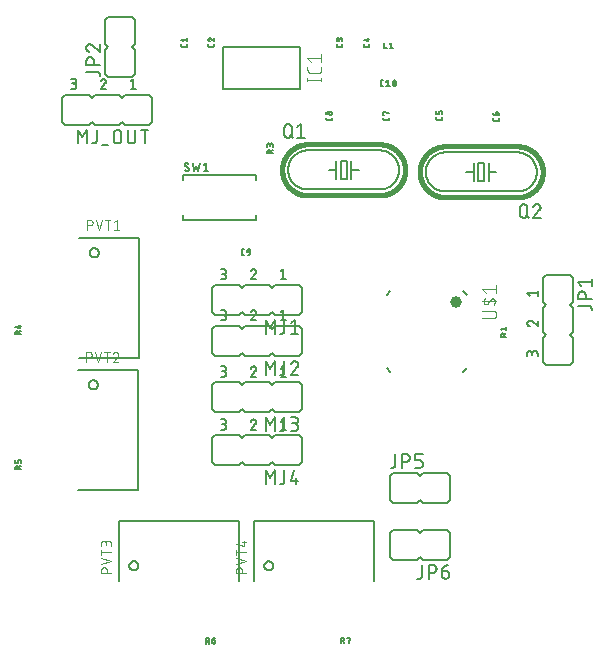
<source format=gbr>
G04 EAGLE Gerber X2 export*
%TF.Part,Single*%
%TF.FileFunction,Legend,Top,1*%
%TF.FilePolarity,Positive*%
%TF.GenerationSoftware,Autodesk,EAGLE,9.0.0*%
%TF.CreationDate,2019-06-24T11:27:18Z*%
G75*
%MOMM*%
%FSLAX34Y34*%
%LPD*%
%AMOC8*
5,1,8,0,0,1.08239X$1,22.5*%
G01*
%ADD10C,0.127000*%
%ADD11C,0.203200*%
%ADD12C,0.101600*%
%ADD13C,0.152400*%
%ADD14C,1.000000*%
%ADD15C,0.406400*%
%ADD16C,0.076200*%


D10*
X458091Y652464D02*
X458091Y651392D01*
X458089Y651327D01*
X458083Y651263D01*
X458073Y651199D01*
X458060Y651135D01*
X458042Y651073D01*
X458021Y651012D01*
X457997Y650952D01*
X457968Y650894D01*
X457936Y650837D01*
X457901Y650783D01*
X457863Y650731D01*
X457821Y650681D01*
X457777Y650634D01*
X457730Y650590D01*
X457680Y650548D01*
X457628Y650510D01*
X457574Y650475D01*
X457517Y650443D01*
X457459Y650414D01*
X457399Y650390D01*
X457338Y650369D01*
X457276Y650351D01*
X457212Y650338D01*
X457148Y650328D01*
X457084Y650322D01*
X457019Y650320D01*
X457019Y650319D02*
X454337Y650319D01*
X454272Y650321D01*
X454208Y650327D01*
X454144Y650337D01*
X454080Y650350D01*
X454018Y650368D01*
X453957Y650389D01*
X453897Y650414D01*
X453838Y650442D01*
X453782Y650474D01*
X453727Y650509D01*
X453675Y650547D01*
X453625Y650589D01*
X453578Y650633D01*
X453534Y650680D01*
X453492Y650730D01*
X453454Y650782D01*
X453419Y650837D01*
X453387Y650893D01*
X453359Y650952D01*
X453334Y651011D01*
X453313Y651073D01*
X453295Y651135D01*
X453282Y651199D01*
X453272Y651263D01*
X453266Y651327D01*
X453264Y651392D01*
X453265Y651392D02*
X453265Y652464D01*
X454337Y654920D02*
X453265Y656260D01*
X458091Y656260D01*
X458091Y654920D02*
X458091Y657601D01*
X623248Y617129D02*
X624321Y617129D01*
X623248Y617129D02*
X623183Y617131D01*
X623119Y617137D01*
X623055Y617147D01*
X622991Y617160D01*
X622929Y617178D01*
X622868Y617199D01*
X622808Y617223D01*
X622750Y617252D01*
X622693Y617284D01*
X622639Y617319D01*
X622587Y617357D01*
X622537Y617399D01*
X622490Y617443D01*
X622446Y617490D01*
X622404Y617540D01*
X622366Y617592D01*
X622331Y617646D01*
X622299Y617703D01*
X622270Y617761D01*
X622246Y617821D01*
X622225Y617882D01*
X622207Y617944D01*
X622194Y618008D01*
X622184Y618072D01*
X622178Y618136D01*
X622176Y618201D01*
X622176Y620883D01*
X622178Y620948D01*
X622184Y621012D01*
X622194Y621076D01*
X622207Y621140D01*
X622225Y621202D01*
X622246Y621263D01*
X622270Y621323D01*
X622299Y621381D01*
X622331Y621438D01*
X622366Y621492D01*
X622404Y621544D01*
X622446Y621594D01*
X622490Y621641D01*
X622537Y621685D01*
X622587Y621727D01*
X622639Y621765D01*
X622693Y621800D01*
X622750Y621832D01*
X622808Y621861D01*
X622868Y621885D01*
X622929Y621906D01*
X622991Y621924D01*
X623055Y621937D01*
X623119Y621947D01*
X623183Y621953D01*
X623248Y621955D01*
X624321Y621955D01*
X626777Y620883D02*
X628117Y621955D01*
X628117Y617129D01*
X626777Y617129D02*
X629458Y617129D01*
X632263Y619542D02*
X632265Y619662D01*
X632270Y619782D01*
X632279Y619902D01*
X632292Y620022D01*
X632308Y620141D01*
X632328Y620260D01*
X632352Y620378D01*
X632379Y620495D01*
X632409Y620611D01*
X632443Y620726D01*
X632481Y620841D01*
X632522Y620954D01*
X632566Y621065D01*
X632614Y621176D01*
X632665Y621285D01*
X632666Y621285D02*
X632687Y621342D01*
X632713Y621398D01*
X632741Y621453D01*
X632773Y621505D01*
X632809Y621556D01*
X632847Y621604D01*
X632888Y621650D01*
X632932Y621693D01*
X632978Y621733D01*
X633027Y621770D01*
X633079Y621804D01*
X633132Y621835D01*
X633187Y621863D01*
X633243Y621887D01*
X633301Y621908D01*
X633360Y621925D01*
X633420Y621938D01*
X633481Y621947D01*
X633543Y621953D01*
X633604Y621955D01*
X633665Y621953D01*
X633727Y621947D01*
X633788Y621938D01*
X633848Y621925D01*
X633907Y621908D01*
X633965Y621887D01*
X634021Y621863D01*
X634076Y621835D01*
X634129Y621804D01*
X634181Y621770D01*
X634230Y621733D01*
X634276Y621693D01*
X634320Y621650D01*
X634361Y621604D01*
X634399Y621556D01*
X634435Y621505D01*
X634467Y621453D01*
X634495Y621398D01*
X634521Y621342D01*
X634542Y621285D01*
X634593Y621176D01*
X634641Y621065D01*
X634685Y620954D01*
X634726Y620841D01*
X634764Y620726D01*
X634798Y620611D01*
X634828Y620495D01*
X634855Y620378D01*
X634879Y620260D01*
X634899Y620141D01*
X634915Y620022D01*
X634928Y619902D01*
X634937Y619782D01*
X634942Y619662D01*
X634944Y619542D01*
X632263Y619542D02*
X632265Y619422D01*
X632270Y619302D01*
X632279Y619182D01*
X632292Y619062D01*
X632308Y618943D01*
X632328Y618824D01*
X632352Y618706D01*
X632379Y618589D01*
X632409Y618473D01*
X632443Y618358D01*
X632481Y618243D01*
X632522Y618130D01*
X632566Y618019D01*
X632614Y617908D01*
X632665Y617799D01*
X632666Y617799D02*
X632687Y617742D01*
X632713Y617686D01*
X632741Y617631D01*
X632773Y617579D01*
X632809Y617528D01*
X632847Y617480D01*
X632888Y617434D01*
X632932Y617391D01*
X632978Y617351D01*
X633027Y617314D01*
X633079Y617280D01*
X633132Y617249D01*
X633187Y617221D01*
X633243Y617197D01*
X633301Y617176D01*
X633360Y617159D01*
X633420Y617146D01*
X633481Y617137D01*
X633543Y617131D01*
X633604Y617129D01*
X634542Y617799D02*
X634593Y617908D01*
X634641Y618019D01*
X634685Y618130D01*
X634726Y618243D01*
X634764Y618358D01*
X634798Y618473D01*
X634828Y618589D01*
X634855Y618706D01*
X634879Y618824D01*
X634899Y618943D01*
X634915Y619062D01*
X634928Y619182D01*
X634937Y619302D01*
X634942Y619422D01*
X634944Y619542D01*
X634542Y617799D02*
X634521Y617742D01*
X634495Y617686D01*
X634467Y617631D01*
X634435Y617579D01*
X634399Y617528D01*
X634361Y617480D01*
X634320Y617434D01*
X634276Y617391D01*
X634229Y617351D01*
X634181Y617314D01*
X634129Y617280D01*
X634076Y617249D01*
X634021Y617221D01*
X633965Y617197D01*
X633907Y617176D01*
X633848Y617159D01*
X633788Y617146D01*
X633727Y617137D01*
X633665Y617131D01*
X633604Y617129D01*
X632531Y618201D02*
X634676Y620883D01*
X480891Y651492D02*
X480891Y652564D01*
X480891Y651492D02*
X480889Y651427D01*
X480883Y651363D01*
X480873Y651299D01*
X480860Y651235D01*
X480842Y651173D01*
X480821Y651112D01*
X480797Y651052D01*
X480768Y650994D01*
X480736Y650937D01*
X480701Y650883D01*
X480663Y650831D01*
X480621Y650781D01*
X480577Y650734D01*
X480530Y650690D01*
X480480Y650648D01*
X480428Y650610D01*
X480374Y650575D01*
X480317Y650543D01*
X480259Y650514D01*
X480199Y650490D01*
X480138Y650469D01*
X480076Y650451D01*
X480012Y650438D01*
X479948Y650428D01*
X479884Y650422D01*
X479819Y650420D01*
X479819Y650419D02*
X477137Y650419D01*
X477072Y650421D01*
X477008Y650427D01*
X476944Y650437D01*
X476880Y650450D01*
X476818Y650468D01*
X476757Y650489D01*
X476697Y650514D01*
X476638Y650542D01*
X476582Y650574D01*
X476527Y650609D01*
X476475Y650647D01*
X476425Y650689D01*
X476378Y650733D01*
X476334Y650780D01*
X476292Y650830D01*
X476254Y650882D01*
X476219Y650937D01*
X476187Y650993D01*
X476159Y651052D01*
X476134Y651111D01*
X476113Y651173D01*
X476095Y651235D01*
X476082Y651299D01*
X476072Y651363D01*
X476066Y651427D01*
X476064Y651492D01*
X476065Y651492D02*
X476065Y652564D01*
X476065Y656494D02*
X476067Y656562D01*
X476073Y656629D01*
X476082Y656696D01*
X476095Y656763D01*
X476112Y656828D01*
X476133Y656893D01*
X476157Y656956D01*
X476185Y657018D01*
X476216Y657078D01*
X476250Y657136D01*
X476288Y657192D01*
X476328Y657247D01*
X476372Y657298D01*
X476419Y657347D01*
X476468Y657394D01*
X476519Y657438D01*
X476574Y657478D01*
X476630Y657516D01*
X476688Y657550D01*
X476748Y657581D01*
X476810Y657609D01*
X476873Y657633D01*
X476938Y657654D01*
X477003Y657671D01*
X477070Y657684D01*
X477137Y657693D01*
X477204Y657699D01*
X477272Y657701D01*
X476065Y656494D02*
X476067Y656416D01*
X476073Y656338D01*
X476083Y656261D01*
X476096Y656184D01*
X476114Y656108D01*
X476135Y656033D01*
X476160Y655959D01*
X476189Y655887D01*
X476221Y655816D01*
X476257Y655747D01*
X476296Y655679D01*
X476339Y655614D01*
X476385Y655551D01*
X476434Y655490D01*
X476486Y655432D01*
X476541Y655377D01*
X476598Y655324D01*
X476658Y655275D01*
X476721Y655228D01*
X476786Y655185D01*
X476852Y655145D01*
X476921Y655108D01*
X476992Y655075D01*
X477064Y655045D01*
X477138Y655019D01*
X478210Y657299D02*
X478161Y657348D01*
X478109Y657395D01*
X478054Y657438D01*
X477997Y657479D01*
X477938Y657517D01*
X477877Y657551D01*
X477814Y657582D01*
X477750Y657610D01*
X477684Y657634D01*
X477618Y657654D01*
X477550Y657671D01*
X477481Y657684D01*
X477412Y657693D01*
X477342Y657699D01*
X477272Y657701D01*
X478210Y657299D02*
X480891Y655020D01*
X480891Y657701D01*
X589371Y652464D02*
X589371Y651392D01*
X589369Y651327D01*
X589363Y651263D01*
X589353Y651199D01*
X589340Y651135D01*
X589322Y651073D01*
X589301Y651012D01*
X589277Y650952D01*
X589248Y650894D01*
X589216Y650837D01*
X589181Y650783D01*
X589143Y650731D01*
X589101Y650681D01*
X589057Y650634D01*
X589010Y650590D01*
X588960Y650548D01*
X588908Y650510D01*
X588854Y650475D01*
X588797Y650443D01*
X588739Y650414D01*
X588679Y650390D01*
X588618Y650369D01*
X588556Y650351D01*
X588492Y650338D01*
X588428Y650328D01*
X588364Y650322D01*
X588299Y650320D01*
X588299Y650319D02*
X585617Y650319D01*
X585552Y650321D01*
X585488Y650327D01*
X585424Y650337D01*
X585360Y650350D01*
X585298Y650368D01*
X585237Y650389D01*
X585177Y650414D01*
X585118Y650442D01*
X585062Y650474D01*
X585007Y650509D01*
X584955Y650547D01*
X584905Y650589D01*
X584858Y650633D01*
X584814Y650680D01*
X584772Y650730D01*
X584734Y650782D01*
X584699Y650837D01*
X584667Y650893D01*
X584639Y650952D01*
X584614Y651011D01*
X584593Y651073D01*
X584575Y651135D01*
X584562Y651199D01*
X584552Y651263D01*
X584546Y651327D01*
X584544Y651392D01*
X584545Y651392D02*
X584545Y652464D01*
X589371Y654920D02*
X589371Y656260D01*
X589369Y656331D01*
X589363Y656403D01*
X589354Y656473D01*
X589341Y656543D01*
X589324Y656613D01*
X589303Y656681D01*
X589279Y656748D01*
X589251Y656814D01*
X589220Y656878D01*
X589185Y656941D01*
X589147Y657001D01*
X589106Y657060D01*
X589062Y657116D01*
X589015Y657170D01*
X588966Y657221D01*
X588913Y657269D01*
X588858Y657315D01*
X588801Y657357D01*
X588741Y657397D01*
X588680Y657433D01*
X588616Y657466D01*
X588551Y657495D01*
X588485Y657521D01*
X588417Y657544D01*
X588348Y657563D01*
X588278Y657578D01*
X588208Y657589D01*
X588137Y657597D01*
X588066Y657601D01*
X587994Y657601D01*
X587923Y657597D01*
X587852Y657589D01*
X587782Y657578D01*
X587712Y657563D01*
X587643Y657544D01*
X587575Y657521D01*
X587509Y657495D01*
X587444Y657466D01*
X587380Y657433D01*
X587319Y657397D01*
X587259Y657357D01*
X587202Y657315D01*
X587147Y657269D01*
X587094Y657221D01*
X587045Y657170D01*
X586998Y657116D01*
X586954Y657060D01*
X586913Y657001D01*
X586875Y656941D01*
X586840Y656878D01*
X586809Y656814D01*
X586781Y656748D01*
X586757Y656681D01*
X586736Y656613D01*
X586719Y656543D01*
X586706Y656473D01*
X586697Y656403D01*
X586691Y656331D01*
X586689Y656260D01*
X584545Y656528D02*
X584545Y654920D01*
X584545Y656528D02*
X584547Y656593D01*
X584553Y656657D01*
X584563Y656721D01*
X584576Y656785D01*
X584594Y656847D01*
X584615Y656908D01*
X584639Y656968D01*
X584668Y657026D01*
X584700Y657083D01*
X584735Y657137D01*
X584773Y657189D01*
X584815Y657239D01*
X584859Y657286D01*
X584906Y657330D01*
X584956Y657372D01*
X585008Y657410D01*
X585062Y657445D01*
X585119Y657477D01*
X585177Y657506D01*
X585237Y657530D01*
X585298Y657551D01*
X585360Y657569D01*
X585424Y657582D01*
X585488Y657592D01*
X585552Y657598D01*
X585617Y657600D01*
X585682Y657598D01*
X585746Y657592D01*
X585810Y657582D01*
X585874Y657569D01*
X585936Y657551D01*
X585997Y657530D01*
X586057Y657506D01*
X586115Y657477D01*
X586172Y657445D01*
X586226Y657410D01*
X586278Y657372D01*
X586328Y657330D01*
X586375Y657286D01*
X586419Y657239D01*
X586461Y657189D01*
X586499Y657137D01*
X586534Y657083D01*
X586566Y657026D01*
X586595Y656968D01*
X586619Y656908D01*
X586640Y656847D01*
X586658Y656785D01*
X586671Y656721D01*
X586681Y656657D01*
X586687Y656593D01*
X586689Y656528D01*
X586690Y656528D02*
X586690Y655456D01*
X612231Y652464D02*
X612231Y651392D01*
X612229Y651327D01*
X612223Y651263D01*
X612213Y651199D01*
X612200Y651135D01*
X612182Y651073D01*
X612161Y651012D01*
X612137Y650952D01*
X612108Y650894D01*
X612076Y650837D01*
X612041Y650783D01*
X612003Y650731D01*
X611961Y650681D01*
X611917Y650634D01*
X611870Y650590D01*
X611820Y650548D01*
X611768Y650510D01*
X611714Y650475D01*
X611657Y650443D01*
X611599Y650414D01*
X611539Y650390D01*
X611478Y650369D01*
X611416Y650351D01*
X611352Y650338D01*
X611288Y650328D01*
X611224Y650322D01*
X611159Y650320D01*
X611159Y650319D02*
X608477Y650319D01*
X608412Y650321D01*
X608348Y650327D01*
X608284Y650337D01*
X608220Y650350D01*
X608158Y650368D01*
X608097Y650389D01*
X608037Y650414D01*
X607978Y650442D01*
X607922Y650474D01*
X607867Y650509D01*
X607815Y650547D01*
X607765Y650589D01*
X607718Y650633D01*
X607674Y650680D01*
X607632Y650730D01*
X607594Y650782D01*
X607559Y650837D01*
X607527Y650893D01*
X607499Y650952D01*
X607474Y651011D01*
X607453Y651073D01*
X607435Y651135D01*
X607422Y651199D01*
X607412Y651263D01*
X607406Y651327D01*
X607404Y651392D01*
X607405Y651392D02*
X607405Y652464D01*
X607405Y655992D02*
X611159Y654920D01*
X611159Y657601D01*
X610086Y656797D02*
X612231Y656797D01*
D11*
X488090Y649760D02*
X488090Y614200D01*
X488090Y649760D02*
X553630Y649760D01*
X553630Y614200D01*
X488090Y614200D01*
D12*
X559976Y622257D02*
X571660Y622257D01*
X571660Y620959D02*
X571660Y623556D01*
X559976Y623556D02*
X559976Y620959D01*
X571660Y630719D02*
X571660Y633316D01*
X571660Y630719D02*
X571658Y630620D01*
X571652Y630520D01*
X571643Y630421D01*
X571630Y630323D01*
X571613Y630225D01*
X571592Y630127D01*
X571567Y630031D01*
X571539Y629936D01*
X571507Y629842D01*
X571472Y629749D01*
X571433Y629657D01*
X571390Y629567D01*
X571345Y629479D01*
X571295Y629392D01*
X571243Y629308D01*
X571187Y629225D01*
X571129Y629145D01*
X571067Y629067D01*
X571002Y628992D01*
X570934Y628919D01*
X570864Y628849D01*
X570791Y628781D01*
X570716Y628716D01*
X570638Y628654D01*
X570558Y628596D01*
X570475Y628540D01*
X570391Y628488D01*
X570304Y628438D01*
X570216Y628393D01*
X570126Y628350D01*
X570034Y628311D01*
X569941Y628276D01*
X569847Y628244D01*
X569752Y628216D01*
X569656Y628191D01*
X569558Y628170D01*
X569460Y628153D01*
X569362Y628140D01*
X569263Y628131D01*
X569163Y628125D01*
X569064Y628123D01*
X562572Y628123D01*
X562572Y628122D02*
X562473Y628124D01*
X562373Y628130D01*
X562274Y628139D01*
X562176Y628152D01*
X562078Y628170D01*
X561980Y628190D01*
X561884Y628215D01*
X561788Y628243D01*
X561694Y628275D01*
X561601Y628310D01*
X561510Y628349D01*
X561420Y628392D01*
X561331Y628437D01*
X561245Y628487D01*
X561160Y628539D01*
X561078Y628595D01*
X560998Y628654D01*
X560920Y628715D01*
X560844Y628780D01*
X560771Y628848D01*
X560701Y628918D01*
X560633Y628991D01*
X560568Y629067D01*
X560507Y629145D01*
X560448Y629225D01*
X560392Y629307D01*
X560340Y629392D01*
X560291Y629478D01*
X560245Y629567D01*
X560202Y629657D01*
X560163Y629748D01*
X560128Y629841D01*
X560096Y629935D01*
X560068Y630031D01*
X560043Y630127D01*
X560023Y630225D01*
X560005Y630323D01*
X559992Y630421D01*
X559983Y630520D01*
X559977Y630619D01*
X559975Y630719D01*
X559976Y630719D02*
X559976Y633316D01*
X562572Y637681D02*
X559976Y640926D01*
X571660Y640926D01*
X571660Y637681D02*
X571660Y644172D01*
D13*
X762000Y457200D02*
X782320Y457200D01*
X784860Y403860D02*
X784860Y383540D01*
X784860Y403860D02*
X782320Y406400D01*
X759460Y403860D02*
X759460Y383540D01*
X759460Y403860D02*
X762000Y406400D01*
X759460Y383540D02*
X762000Y381000D01*
X782320Y381000D02*
X784860Y383540D01*
X782320Y381000D02*
X762000Y381000D01*
X782320Y406400D02*
X784860Y408940D01*
X784860Y429260D01*
X782320Y431800D01*
X784860Y434340D01*
X784860Y454660D02*
X782320Y457200D01*
X784860Y454660D02*
X784860Y434340D01*
X759460Y408940D02*
X762000Y406400D01*
X759460Y429260D02*
X762000Y431800D01*
X759460Y434340D01*
X759460Y454660D02*
X762000Y457200D01*
X759460Y429260D02*
X759460Y408940D01*
X759460Y434340D02*
X759460Y454660D01*
D10*
X789305Y430836D02*
X798195Y430836D01*
X798295Y430834D01*
X798394Y430828D01*
X798494Y430818D01*
X798592Y430805D01*
X798691Y430787D01*
X798788Y430766D01*
X798884Y430741D01*
X798980Y430712D01*
X799074Y430679D01*
X799167Y430643D01*
X799258Y430603D01*
X799348Y430559D01*
X799436Y430512D01*
X799522Y430462D01*
X799606Y430408D01*
X799688Y430351D01*
X799767Y430291D01*
X799845Y430227D01*
X799919Y430161D01*
X799991Y430092D01*
X800060Y430020D01*
X800126Y429946D01*
X800190Y429868D01*
X800250Y429789D01*
X800307Y429707D01*
X800361Y429623D01*
X800411Y429537D01*
X800458Y429449D01*
X800502Y429359D01*
X800542Y429268D01*
X800578Y429175D01*
X800611Y429081D01*
X800640Y428985D01*
X800665Y428889D01*
X800686Y428792D01*
X800704Y428693D01*
X800717Y428595D01*
X800727Y428495D01*
X800733Y428396D01*
X800735Y428296D01*
X800735Y427026D01*
X800735Y436817D02*
X789305Y436817D01*
X789305Y439992D01*
X789307Y440103D01*
X789313Y440213D01*
X789322Y440324D01*
X789336Y440434D01*
X789353Y440543D01*
X789374Y440652D01*
X789399Y440760D01*
X789428Y440867D01*
X789460Y440973D01*
X789496Y441078D01*
X789536Y441181D01*
X789579Y441283D01*
X789626Y441384D01*
X789677Y441483D01*
X789730Y441580D01*
X789787Y441674D01*
X789848Y441767D01*
X789911Y441858D01*
X789978Y441947D01*
X790048Y442033D01*
X790121Y442116D01*
X790196Y442198D01*
X790274Y442276D01*
X790356Y442351D01*
X790439Y442424D01*
X790525Y442494D01*
X790614Y442561D01*
X790705Y442624D01*
X790798Y442685D01*
X790893Y442742D01*
X790989Y442795D01*
X791088Y442846D01*
X791189Y442893D01*
X791291Y442936D01*
X791394Y442976D01*
X791499Y443012D01*
X791605Y443044D01*
X791712Y443073D01*
X791820Y443098D01*
X791929Y443119D01*
X792038Y443136D01*
X792148Y443150D01*
X792259Y443159D01*
X792369Y443165D01*
X792480Y443167D01*
X792591Y443165D01*
X792701Y443159D01*
X792812Y443150D01*
X792922Y443136D01*
X793031Y443119D01*
X793140Y443098D01*
X793248Y443073D01*
X793355Y443044D01*
X793461Y443012D01*
X793566Y442976D01*
X793669Y442936D01*
X793771Y442893D01*
X793872Y442846D01*
X793971Y442795D01*
X794068Y442742D01*
X794162Y442685D01*
X794255Y442624D01*
X794346Y442561D01*
X794435Y442494D01*
X794521Y442424D01*
X794604Y442351D01*
X794686Y442276D01*
X794764Y442198D01*
X794839Y442116D01*
X794912Y442033D01*
X794982Y441947D01*
X795049Y441858D01*
X795112Y441767D01*
X795173Y441674D01*
X795230Y441580D01*
X795283Y441483D01*
X795334Y441384D01*
X795381Y441283D01*
X795424Y441181D01*
X795464Y441078D01*
X795500Y440973D01*
X795532Y440867D01*
X795561Y440760D01*
X795586Y440652D01*
X795607Y440543D01*
X795624Y440434D01*
X795638Y440324D01*
X795647Y440213D01*
X795653Y440103D01*
X795655Y439992D01*
X795655Y436817D01*
X791845Y447675D02*
X789305Y450850D01*
X800735Y450850D01*
X800735Y447675D02*
X800735Y454025D01*
X748044Y439067D02*
X746125Y441466D01*
X754761Y441466D01*
X754761Y439067D02*
X754761Y443865D01*
X748284Y418465D02*
X748192Y418463D01*
X748101Y418457D01*
X748010Y418448D01*
X747919Y418434D01*
X747829Y418417D01*
X747740Y418395D01*
X747652Y418370D01*
X747565Y418342D01*
X747479Y418309D01*
X747395Y418273D01*
X747312Y418234D01*
X747231Y418191D01*
X747152Y418144D01*
X747075Y418095D01*
X747000Y418042D01*
X746928Y417986D01*
X746858Y417927D01*
X746790Y417865D01*
X746725Y417800D01*
X746663Y417732D01*
X746604Y417662D01*
X746548Y417590D01*
X746495Y417515D01*
X746446Y417438D01*
X746399Y417359D01*
X746356Y417278D01*
X746317Y417195D01*
X746281Y417111D01*
X746248Y417025D01*
X746220Y416938D01*
X746195Y416850D01*
X746173Y416761D01*
X746156Y416671D01*
X746142Y416580D01*
X746133Y416489D01*
X746127Y416398D01*
X746125Y416306D01*
X746127Y416203D01*
X746133Y416101D01*
X746142Y415999D01*
X746155Y415897D01*
X746172Y415796D01*
X746193Y415695D01*
X746217Y415596D01*
X746246Y415497D01*
X746277Y415400D01*
X746313Y415303D01*
X746351Y415208D01*
X746394Y415115D01*
X746440Y415023D01*
X746489Y414933D01*
X746541Y414845D01*
X746597Y414758D01*
X746656Y414674D01*
X746717Y414593D01*
X746782Y414513D01*
X746850Y414436D01*
X746921Y414361D01*
X746994Y414290D01*
X747070Y414221D01*
X747148Y414154D01*
X747229Y414091D01*
X747312Y414031D01*
X747397Y413974D01*
X747484Y413920D01*
X747574Y413869D01*
X747665Y413822D01*
X747757Y413778D01*
X747852Y413737D01*
X747947Y413700D01*
X748044Y413667D01*
X749963Y417745D02*
X749897Y417812D01*
X749828Y417876D01*
X749757Y417937D01*
X749683Y417995D01*
X749607Y418050D01*
X749529Y418102D01*
X749449Y418151D01*
X749367Y418197D01*
X749283Y418239D01*
X749197Y418278D01*
X749110Y418313D01*
X749022Y418344D01*
X748932Y418372D01*
X748842Y418397D01*
X748750Y418418D01*
X748658Y418435D01*
X748565Y418448D01*
X748472Y418457D01*
X748378Y418463D01*
X748284Y418465D01*
X749963Y417745D02*
X754761Y413667D01*
X754761Y418465D01*
X754761Y390666D02*
X754761Y388267D01*
X754761Y390666D02*
X754759Y390763D01*
X754753Y390859D01*
X754744Y390955D01*
X754730Y391051D01*
X754713Y391146D01*
X754691Y391240D01*
X754666Y391333D01*
X754638Y391426D01*
X754605Y391517D01*
X754569Y391606D01*
X754529Y391694D01*
X754486Y391781D01*
X754440Y391866D01*
X754390Y391948D01*
X754336Y392029D01*
X754280Y392107D01*
X754220Y392183D01*
X754158Y392257D01*
X754092Y392328D01*
X754024Y392396D01*
X753953Y392462D01*
X753879Y392524D01*
X753803Y392584D01*
X753725Y392640D01*
X753644Y392694D01*
X753562Y392744D01*
X753477Y392790D01*
X753390Y392833D01*
X753302Y392873D01*
X753213Y392909D01*
X753122Y392942D01*
X753029Y392970D01*
X752936Y392995D01*
X752842Y393017D01*
X752747Y393034D01*
X752651Y393048D01*
X752555Y393057D01*
X752459Y393063D01*
X752362Y393065D01*
X752265Y393063D01*
X752169Y393057D01*
X752073Y393048D01*
X751977Y393034D01*
X751882Y393017D01*
X751788Y392995D01*
X751695Y392970D01*
X751602Y392942D01*
X751511Y392909D01*
X751422Y392873D01*
X751334Y392833D01*
X751247Y392790D01*
X751163Y392744D01*
X751080Y392694D01*
X750999Y392640D01*
X750921Y392584D01*
X750845Y392524D01*
X750771Y392462D01*
X750700Y392396D01*
X750632Y392328D01*
X750566Y392257D01*
X750504Y392183D01*
X750444Y392107D01*
X750388Y392029D01*
X750334Y391948D01*
X750284Y391866D01*
X750238Y391781D01*
X750195Y391694D01*
X750155Y391606D01*
X750119Y391517D01*
X750086Y391426D01*
X750058Y391333D01*
X750033Y391240D01*
X750011Y391146D01*
X749994Y391051D01*
X749980Y390955D01*
X749971Y390859D01*
X749965Y390763D01*
X749963Y390666D01*
X746125Y391146D02*
X746125Y388267D01*
X746125Y391146D02*
X746127Y391232D01*
X746133Y391318D01*
X746142Y391404D01*
X746156Y391489D01*
X746173Y391573D01*
X746194Y391657D01*
X746219Y391739D01*
X746247Y391820D01*
X746279Y391900D01*
X746315Y391979D01*
X746354Y392055D01*
X746397Y392130D01*
X746442Y392203D01*
X746491Y392274D01*
X746544Y392342D01*
X746599Y392409D01*
X746657Y392472D01*
X746718Y392533D01*
X746781Y392591D01*
X746848Y392646D01*
X746916Y392699D01*
X746987Y392748D01*
X747060Y392793D01*
X747135Y392836D01*
X747211Y392875D01*
X747290Y392911D01*
X747370Y392943D01*
X747451Y392971D01*
X747533Y392996D01*
X747617Y393017D01*
X747701Y393034D01*
X747786Y393048D01*
X747872Y393057D01*
X747958Y393063D01*
X748044Y393065D01*
X748130Y393063D01*
X748216Y393057D01*
X748302Y393048D01*
X748387Y393034D01*
X748471Y393017D01*
X748555Y392996D01*
X748637Y392971D01*
X748718Y392943D01*
X748798Y392911D01*
X748877Y392875D01*
X748953Y392836D01*
X749028Y392793D01*
X749101Y392748D01*
X749172Y392699D01*
X749240Y392646D01*
X749307Y392591D01*
X749370Y392533D01*
X749431Y392472D01*
X749489Y392409D01*
X749544Y392342D01*
X749597Y392274D01*
X749646Y392203D01*
X749691Y392130D01*
X749734Y392055D01*
X749773Y391979D01*
X749809Y391900D01*
X749841Y391820D01*
X749869Y391739D01*
X749894Y391657D01*
X749915Y391573D01*
X749932Y391489D01*
X749946Y391404D01*
X749955Y391318D01*
X749961Y391232D01*
X749963Y391146D01*
X749963Y389227D01*
X624943Y648879D02*
X624943Y653705D01*
X624943Y648879D02*
X627088Y648879D01*
X629496Y652633D02*
X630836Y653705D01*
X630836Y648879D01*
X629496Y648879D02*
X632177Y648879D01*
D11*
X691880Y443100D02*
X694880Y440100D01*
X694880Y378100D02*
X691880Y375100D01*
X629880Y375100D02*
X626880Y378100D01*
X626880Y440100D02*
X629880Y443100D01*
D14*
X685880Y434100D03*
D12*
X708138Y420384D02*
X716576Y420384D01*
X716576Y420383D02*
X716689Y420385D01*
X716802Y420391D01*
X716915Y420401D01*
X717028Y420415D01*
X717140Y420432D01*
X717251Y420454D01*
X717361Y420479D01*
X717471Y420509D01*
X717579Y420542D01*
X717686Y420579D01*
X717792Y420619D01*
X717896Y420664D01*
X717999Y420712D01*
X718100Y420763D01*
X718199Y420818D01*
X718296Y420876D01*
X718391Y420938D01*
X718484Y421003D01*
X718574Y421071D01*
X718662Y421142D01*
X718748Y421217D01*
X718831Y421294D01*
X718911Y421374D01*
X718988Y421457D01*
X719063Y421543D01*
X719134Y421631D01*
X719202Y421721D01*
X719267Y421814D01*
X719329Y421909D01*
X719387Y422006D01*
X719442Y422105D01*
X719493Y422206D01*
X719541Y422309D01*
X719586Y422413D01*
X719626Y422519D01*
X719663Y422626D01*
X719696Y422734D01*
X719726Y422844D01*
X719751Y422954D01*
X719773Y423065D01*
X719790Y423177D01*
X719804Y423290D01*
X719814Y423403D01*
X719820Y423516D01*
X719822Y423629D01*
X719820Y423742D01*
X719814Y423855D01*
X719804Y423968D01*
X719790Y424081D01*
X719773Y424193D01*
X719751Y424304D01*
X719726Y424414D01*
X719696Y424524D01*
X719663Y424632D01*
X719626Y424739D01*
X719586Y424845D01*
X719541Y424949D01*
X719493Y425052D01*
X719442Y425153D01*
X719387Y425252D01*
X719329Y425349D01*
X719267Y425444D01*
X719202Y425537D01*
X719134Y425627D01*
X719063Y425715D01*
X718988Y425801D01*
X718911Y425884D01*
X718831Y425964D01*
X718748Y426041D01*
X718662Y426116D01*
X718574Y426187D01*
X718484Y426255D01*
X718391Y426320D01*
X718296Y426382D01*
X718199Y426440D01*
X718100Y426495D01*
X717999Y426546D01*
X717896Y426594D01*
X717792Y426639D01*
X717686Y426679D01*
X717579Y426716D01*
X717471Y426749D01*
X717361Y426779D01*
X717251Y426804D01*
X717140Y426826D01*
X717028Y426843D01*
X716915Y426857D01*
X716802Y426867D01*
X716689Y426873D01*
X716576Y426875D01*
X708138Y426875D01*
X708138Y434678D02*
X719822Y434678D01*
X713980Y434678D02*
X713006Y433056D01*
X713007Y433055D02*
X712960Y432982D01*
X712911Y432911D01*
X712858Y432842D01*
X712802Y432775D01*
X712743Y432711D01*
X712682Y432649D01*
X712618Y432591D01*
X712551Y432535D01*
X712482Y432483D01*
X712410Y432433D01*
X712336Y432387D01*
X712261Y432344D01*
X712183Y432305D01*
X712104Y432269D01*
X712023Y432237D01*
X711941Y432208D01*
X711858Y432183D01*
X711774Y432162D01*
X711689Y432145D01*
X711603Y432131D01*
X711517Y432122D01*
X711430Y432116D01*
X711343Y432114D01*
X711256Y432116D01*
X711169Y432122D01*
X711083Y432132D01*
X710997Y432145D01*
X710912Y432163D01*
X710828Y432184D01*
X710745Y432209D01*
X710662Y432238D01*
X710582Y432270D01*
X710503Y432306D01*
X710425Y432345D01*
X710350Y432388D01*
X710276Y432435D01*
X710205Y432484D01*
X710135Y432537D01*
X710069Y432592D01*
X710005Y432651D01*
X709943Y432712D01*
X709884Y432776D01*
X709829Y432843D01*
X709776Y432912D01*
X709726Y432984D01*
X709680Y433057D01*
X709637Y433133D01*
X709598Y433210D01*
X709562Y433289D01*
X709529Y433370D01*
X709501Y433452D01*
X709475Y433535D01*
X709454Y433619D01*
X709437Y433704D01*
X709436Y433705D02*
X709412Y433845D01*
X709392Y433987D01*
X709376Y434128D01*
X709365Y434270D01*
X709357Y434413D01*
X709353Y434555D01*
X709352Y434698D01*
X709356Y434841D01*
X709364Y434983D01*
X709376Y435125D01*
X709392Y435267D01*
X709411Y435408D01*
X709435Y435549D01*
X709462Y435689D01*
X709494Y435828D01*
X709529Y435966D01*
X709568Y436104D01*
X709611Y436240D01*
X709657Y436374D01*
X709708Y436508D01*
X709761Y436640D01*
X709819Y436770D01*
X709880Y436899D01*
X709945Y437026D01*
X710013Y437152D01*
X710085Y437275D01*
X713980Y434678D02*
X714954Y436301D01*
X714953Y436302D02*
X715000Y436375D01*
X715049Y436446D01*
X715102Y436516D01*
X715158Y436582D01*
X715217Y436646D01*
X715278Y436708D01*
X715342Y436766D01*
X715409Y436822D01*
X715478Y436874D01*
X715550Y436924D01*
X715624Y436970D01*
X715699Y437013D01*
X715777Y437052D01*
X715856Y437088D01*
X715937Y437120D01*
X716019Y437149D01*
X716102Y437174D01*
X716186Y437195D01*
X716271Y437212D01*
X716357Y437226D01*
X716444Y437235D01*
X716530Y437241D01*
X716617Y437243D01*
X716704Y437241D01*
X716791Y437235D01*
X716877Y437225D01*
X716963Y437212D01*
X717048Y437194D01*
X717132Y437173D01*
X717215Y437148D01*
X717298Y437119D01*
X717378Y437087D01*
X717457Y437051D01*
X717535Y437012D01*
X717610Y436969D01*
X717684Y436922D01*
X717755Y436873D01*
X717825Y436820D01*
X717891Y436765D01*
X717955Y436706D01*
X718017Y436645D01*
X718076Y436580D01*
X718131Y436514D01*
X718184Y436445D01*
X718234Y436373D01*
X718280Y436300D01*
X718323Y436224D01*
X718362Y436147D01*
X718398Y436068D01*
X718431Y435987D01*
X718459Y435905D01*
X718485Y435822D01*
X718506Y435738D01*
X718523Y435652D01*
X718524Y435652D02*
X718548Y435512D01*
X718568Y435370D01*
X718584Y435229D01*
X718595Y435087D01*
X718603Y434944D01*
X718607Y434802D01*
X718608Y434659D01*
X718604Y434516D01*
X718596Y434374D01*
X718584Y434232D01*
X718568Y434090D01*
X718549Y433949D01*
X718525Y433808D01*
X718498Y433668D01*
X718466Y433529D01*
X718431Y433391D01*
X718392Y433253D01*
X718349Y433117D01*
X718303Y432983D01*
X718252Y432849D01*
X718199Y432717D01*
X718141Y432587D01*
X718080Y432458D01*
X718015Y432331D01*
X717947Y432205D01*
X717875Y432082D01*
X710734Y442101D02*
X708138Y445346D01*
X719822Y445346D01*
X719822Y442101D02*
X719822Y448592D01*
D10*
X723519Y404888D02*
X728345Y404888D01*
X723519Y404888D02*
X723519Y406229D01*
X723521Y406300D01*
X723527Y406372D01*
X723536Y406442D01*
X723549Y406512D01*
X723566Y406582D01*
X723587Y406650D01*
X723611Y406717D01*
X723639Y406783D01*
X723670Y406847D01*
X723705Y406910D01*
X723743Y406970D01*
X723784Y407029D01*
X723828Y407085D01*
X723875Y407139D01*
X723924Y407190D01*
X723977Y407238D01*
X724032Y407284D01*
X724089Y407326D01*
X724149Y407366D01*
X724210Y407402D01*
X724274Y407435D01*
X724339Y407464D01*
X724405Y407490D01*
X724473Y407513D01*
X724542Y407532D01*
X724612Y407547D01*
X724682Y407558D01*
X724753Y407566D01*
X724824Y407570D01*
X724896Y407570D01*
X724967Y407566D01*
X725038Y407558D01*
X725108Y407547D01*
X725178Y407532D01*
X725247Y407513D01*
X725315Y407490D01*
X725381Y407464D01*
X725446Y407435D01*
X725510Y407402D01*
X725571Y407366D01*
X725631Y407326D01*
X725688Y407284D01*
X725743Y407238D01*
X725796Y407190D01*
X725845Y407139D01*
X725892Y407085D01*
X725936Y407029D01*
X725977Y406970D01*
X726015Y406910D01*
X726050Y406847D01*
X726081Y406783D01*
X726109Y406717D01*
X726133Y406650D01*
X726154Y406582D01*
X726171Y406512D01*
X726184Y406442D01*
X726193Y406372D01*
X726199Y406300D01*
X726201Y406229D01*
X726200Y406229D02*
X726200Y404888D01*
X726200Y406497D02*
X728345Y407569D01*
X724591Y410311D02*
X723519Y411651D01*
X728345Y411651D01*
X728345Y410311D02*
X728345Y412992D01*
X629031Y589252D02*
X629031Y590324D01*
X629031Y589252D02*
X629029Y589187D01*
X629023Y589123D01*
X629013Y589059D01*
X629000Y588995D01*
X628982Y588933D01*
X628961Y588872D01*
X628937Y588812D01*
X628908Y588754D01*
X628876Y588697D01*
X628841Y588643D01*
X628803Y588591D01*
X628761Y588541D01*
X628717Y588494D01*
X628670Y588450D01*
X628620Y588408D01*
X628568Y588370D01*
X628514Y588335D01*
X628457Y588303D01*
X628399Y588274D01*
X628339Y588250D01*
X628278Y588229D01*
X628216Y588211D01*
X628152Y588198D01*
X628088Y588188D01*
X628024Y588182D01*
X627959Y588180D01*
X627959Y588179D02*
X625277Y588179D01*
X625212Y588181D01*
X625148Y588187D01*
X625084Y588197D01*
X625020Y588210D01*
X624958Y588228D01*
X624897Y588249D01*
X624837Y588274D01*
X624778Y588302D01*
X624722Y588334D01*
X624667Y588369D01*
X624615Y588407D01*
X624565Y588449D01*
X624518Y588493D01*
X624474Y588540D01*
X624432Y588590D01*
X624394Y588642D01*
X624359Y588697D01*
X624327Y588753D01*
X624299Y588812D01*
X624274Y588871D01*
X624253Y588933D01*
X624235Y588995D01*
X624222Y589059D01*
X624212Y589123D01*
X624206Y589187D01*
X624204Y589252D01*
X624205Y589252D02*
X624205Y590324D01*
X624205Y592780D02*
X624741Y592780D01*
X624205Y592780D02*
X624205Y595461D01*
X629031Y594120D01*
X580771Y590324D02*
X580771Y589252D01*
X580769Y589187D01*
X580763Y589123D01*
X580753Y589059D01*
X580740Y588995D01*
X580722Y588933D01*
X580701Y588872D01*
X580677Y588812D01*
X580648Y588754D01*
X580616Y588697D01*
X580581Y588643D01*
X580543Y588591D01*
X580501Y588541D01*
X580457Y588494D01*
X580410Y588450D01*
X580360Y588408D01*
X580308Y588370D01*
X580254Y588335D01*
X580197Y588303D01*
X580139Y588274D01*
X580079Y588250D01*
X580018Y588229D01*
X579956Y588211D01*
X579892Y588198D01*
X579828Y588188D01*
X579764Y588182D01*
X579699Y588180D01*
X579699Y588179D02*
X577017Y588179D01*
X576952Y588181D01*
X576888Y588187D01*
X576824Y588197D01*
X576760Y588210D01*
X576698Y588228D01*
X576637Y588249D01*
X576577Y588274D01*
X576518Y588302D01*
X576462Y588334D01*
X576407Y588369D01*
X576355Y588407D01*
X576305Y588449D01*
X576258Y588493D01*
X576214Y588540D01*
X576172Y588590D01*
X576134Y588642D01*
X576099Y588697D01*
X576067Y588753D01*
X576039Y588812D01*
X576014Y588871D01*
X575993Y588933D01*
X575975Y588995D01*
X575962Y589059D01*
X575952Y589123D01*
X575946Y589187D01*
X575944Y589252D01*
X575945Y589252D02*
X575945Y590324D01*
X579430Y592779D02*
X579359Y592781D01*
X579287Y592787D01*
X579217Y592796D01*
X579147Y592809D01*
X579077Y592826D01*
X579009Y592847D01*
X578942Y592871D01*
X578876Y592899D01*
X578812Y592930D01*
X578749Y592965D01*
X578689Y593003D01*
X578630Y593044D01*
X578574Y593088D01*
X578520Y593135D01*
X578469Y593184D01*
X578421Y593237D01*
X578375Y593292D01*
X578333Y593349D01*
X578293Y593409D01*
X578257Y593470D01*
X578224Y593534D01*
X578195Y593599D01*
X578169Y593665D01*
X578146Y593733D01*
X578127Y593802D01*
X578112Y593872D01*
X578101Y593942D01*
X578093Y594013D01*
X578089Y594084D01*
X578089Y594156D01*
X578093Y594227D01*
X578101Y594298D01*
X578112Y594368D01*
X578127Y594438D01*
X578146Y594507D01*
X578169Y594575D01*
X578195Y594641D01*
X578224Y594706D01*
X578257Y594770D01*
X578293Y594831D01*
X578333Y594891D01*
X578375Y594948D01*
X578421Y595003D01*
X578469Y595056D01*
X578520Y595105D01*
X578574Y595152D01*
X578630Y595196D01*
X578689Y595237D01*
X578749Y595275D01*
X578812Y595310D01*
X578876Y595341D01*
X578942Y595369D01*
X579009Y595393D01*
X579077Y595414D01*
X579147Y595431D01*
X579217Y595444D01*
X579287Y595453D01*
X579359Y595459D01*
X579430Y595461D01*
X579501Y595459D01*
X579573Y595453D01*
X579643Y595444D01*
X579713Y595431D01*
X579783Y595414D01*
X579851Y595393D01*
X579918Y595369D01*
X579984Y595341D01*
X580048Y595310D01*
X580111Y595275D01*
X580171Y595237D01*
X580230Y595196D01*
X580286Y595152D01*
X580340Y595105D01*
X580391Y595056D01*
X580439Y595003D01*
X580485Y594948D01*
X580527Y594891D01*
X580567Y594831D01*
X580603Y594770D01*
X580636Y594706D01*
X580665Y594641D01*
X580691Y594575D01*
X580714Y594507D01*
X580733Y594438D01*
X580748Y594368D01*
X580759Y594298D01*
X580767Y594227D01*
X580771Y594156D01*
X580771Y594084D01*
X580767Y594013D01*
X580759Y593942D01*
X580748Y593872D01*
X580733Y593802D01*
X580714Y593733D01*
X580691Y593665D01*
X580665Y593599D01*
X580636Y593534D01*
X580603Y593470D01*
X580567Y593409D01*
X580527Y593349D01*
X580485Y593292D01*
X580439Y593237D01*
X580391Y593184D01*
X580340Y593135D01*
X580286Y593088D01*
X580230Y593044D01*
X580171Y593003D01*
X580111Y592965D01*
X580048Y592930D01*
X579984Y592899D01*
X579918Y592871D01*
X579851Y592847D01*
X579783Y592826D01*
X579713Y592809D01*
X579643Y592796D01*
X579573Y592787D01*
X579501Y592781D01*
X579430Y592779D01*
X577017Y593048D02*
X576952Y593050D01*
X576888Y593056D01*
X576824Y593066D01*
X576760Y593079D01*
X576698Y593097D01*
X576637Y593118D01*
X576577Y593142D01*
X576519Y593171D01*
X576462Y593203D01*
X576408Y593238D01*
X576356Y593276D01*
X576306Y593318D01*
X576259Y593362D01*
X576215Y593409D01*
X576173Y593459D01*
X576135Y593511D01*
X576100Y593565D01*
X576068Y593622D01*
X576039Y593680D01*
X576015Y593740D01*
X575994Y593801D01*
X575976Y593863D01*
X575963Y593927D01*
X575953Y593991D01*
X575947Y594055D01*
X575945Y594120D01*
X575947Y594185D01*
X575953Y594249D01*
X575963Y594313D01*
X575976Y594377D01*
X575994Y594439D01*
X576015Y594500D01*
X576039Y594560D01*
X576068Y594618D01*
X576100Y594675D01*
X576135Y594729D01*
X576173Y594781D01*
X576215Y594831D01*
X576259Y594878D01*
X576306Y594922D01*
X576356Y594964D01*
X576408Y595002D01*
X576462Y595037D01*
X576519Y595069D01*
X576577Y595098D01*
X576637Y595122D01*
X576698Y595143D01*
X576760Y595161D01*
X576824Y595174D01*
X576888Y595184D01*
X576952Y595190D01*
X577017Y595192D01*
X577082Y595190D01*
X577146Y595184D01*
X577210Y595174D01*
X577274Y595161D01*
X577336Y595143D01*
X577397Y595122D01*
X577457Y595098D01*
X577515Y595069D01*
X577572Y595037D01*
X577626Y595002D01*
X577678Y594964D01*
X577728Y594922D01*
X577775Y594878D01*
X577819Y594831D01*
X577861Y594781D01*
X577899Y594729D01*
X577934Y594675D01*
X577966Y594618D01*
X577995Y594560D01*
X578019Y594500D01*
X578040Y594439D01*
X578058Y594377D01*
X578071Y594313D01*
X578081Y594249D01*
X578087Y594185D01*
X578089Y594120D01*
X578087Y594055D01*
X578081Y593991D01*
X578071Y593927D01*
X578058Y593863D01*
X578040Y593801D01*
X578019Y593740D01*
X577995Y593680D01*
X577966Y593622D01*
X577934Y593565D01*
X577899Y593511D01*
X577861Y593459D01*
X577819Y593409D01*
X577775Y593362D01*
X577728Y593318D01*
X577678Y593276D01*
X577626Y593238D01*
X577572Y593203D01*
X577515Y593171D01*
X577457Y593142D01*
X577397Y593118D01*
X577336Y593097D01*
X577274Y593079D01*
X577210Y593066D01*
X577146Y593056D01*
X577082Y593050D01*
X577017Y593048D01*
D15*
X560070Y524510D02*
X621030Y524510D01*
X621030Y567690D02*
X560070Y567690D01*
D13*
X560070Y529590D02*
X621030Y529590D01*
X621030Y562610D02*
X560070Y562610D01*
X588010Y553720D02*
X593090Y553720D01*
X593090Y538480D01*
X588010Y538480D01*
X588010Y553720D01*
X596900Y553720D02*
X596900Y546100D01*
X596900Y538480D01*
X584200Y546100D02*
X584200Y553720D01*
X584200Y546100D02*
X584200Y538480D01*
X596900Y546100D02*
X603250Y546100D01*
X584200Y546100D02*
X577850Y546100D01*
D15*
X560070Y567690D02*
X559544Y567684D01*
X559019Y567664D01*
X558494Y567632D01*
X557970Y567588D01*
X557448Y567530D01*
X556926Y567460D01*
X556407Y567377D01*
X555890Y567282D01*
X555376Y567173D01*
X554864Y567053D01*
X554355Y566920D01*
X553850Y566775D01*
X553348Y566617D01*
X552851Y566447D01*
X552357Y566265D01*
X551869Y566072D01*
X551385Y565866D01*
X550906Y565649D01*
X550433Y565420D01*
X549965Y565179D01*
X549503Y564928D01*
X549048Y564665D01*
X548599Y564391D01*
X548157Y564106D01*
X547722Y563811D01*
X547295Y563505D01*
X546875Y563188D01*
X546463Y562862D01*
X546058Y562526D01*
X545663Y562180D01*
X545275Y561824D01*
X544897Y561459D01*
X544527Y561085D01*
X544167Y560702D01*
X543816Y560311D01*
X543475Y559911D01*
X543144Y559502D01*
X542822Y559086D01*
X542511Y558662D01*
X542210Y558231D01*
X541920Y557793D01*
X541641Y557347D01*
X541373Y556895D01*
X541115Y556436D01*
X540869Y555972D01*
X540634Y555501D01*
X540411Y555025D01*
X540200Y554544D01*
X540000Y554058D01*
X539812Y553567D01*
X539636Y553071D01*
X539473Y552571D01*
X539321Y552068D01*
X539182Y551561D01*
X539055Y551051D01*
X538941Y550537D01*
X538839Y550022D01*
X538750Y549503D01*
X538673Y548983D01*
X538610Y548461D01*
X538558Y547938D01*
X538520Y547414D01*
X538494Y546889D01*
X538482Y546363D01*
X538482Y545837D01*
X538494Y545311D01*
X538520Y544786D01*
X538558Y544262D01*
X538610Y543739D01*
X538673Y543217D01*
X538750Y542697D01*
X538839Y542178D01*
X538941Y541663D01*
X539055Y541149D01*
X539182Y540639D01*
X539321Y540132D01*
X539473Y539629D01*
X539636Y539129D01*
X539812Y538633D01*
X540000Y538142D01*
X540200Y537656D01*
X540411Y537175D01*
X540634Y536699D01*
X540869Y536228D01*
X541115Y535764D01*
X541373Y535305D01*
X541641Y534853D01*
X541920Y534407D01*
X542210Y533969D01*
X542511Y533538D01*
X542822Y533114D01*
X543144Y532698D01*
X543475Y532289D01*
X543816Y531889D01*
X544167Y531498D01*
X544527Y531115D01*
X544897Y530741D01*
X545275Y530376D01*
X545663Y530020D01*
X546058Y529674D01*
X546463Y529338D01*
X546875Y529012D01*
X547295Y528695D01*
X547722Y528389D01*
X548157Y528094D01*
X548599Y527809D01*
X549048Y527535D01*
X549503Y527272D01*
X549965Y527021D01*
X550433Y526780D01*
X550906Y526551D01*
X551385Y526334D01*
X551869Y526128D01*
X552357Y525935D01*
X552851Y525753D01*
X553348Y525583D01*
X553850Y525425D01*
X554355Y525280D01*
X554864Y525147D01*
X555376Y525027D01*
X555890Y524918D01*
X556407Y524823D01*
X556926Y524740D01*
X557448Y524670D01*
X557970Y524612D01*
X558494Y524568D01*
X559019Y524536D01*
X559544Y524516D01*
X560070Y524510D01*
X621030Y524510D02*
X621556Y524516D01*
X622081Y524536D01*
X622606Y524568D01*
X623130Y524612D01*
X623652Y524670D01*
X624174Y524740D01*
X624693Y524823D01*
X625210Y524918D01*
X625724Y525027D01*
X626236Y525147D01*
X626745Y525280D01*
X627250Y525425D01*
X627752Y525583D01*
X628249Y525753D01*
X628743Y525935D01*
X629231Y526128D01*
X629715Y526334D01*
X630194Y526551D01*
X630667Y526780D01*
X631135Y527021D01*
X631597Y527272D01*
X632052Y527535D01*
X632501Y527809D01*
X632943Y528094D01*
X633378Y528389D01*
X633805Y528695D01*
X634225Y529012D01*
X634637Y529338D01*
X635042Y529674D01*
X635437Y530020D01*
X635825Y530376D01*
X636203Y530741D01*
X636573Y531115D01*
X636933Y531498D01*
X637284Y531889D01*
X637625Y532289D01*
X637956Y532698D01*
X638278Y533114D01*
X638589Y533538D01*
X638890Y533969D01*
X639180Y534407D01*
X639459Y534853D01*
X639727Y535305D01*
X639985Y535764D01*
X640231Y536228D01*
X640466Y536699D01*
X640689Y537175D01*
X640900Y537656D01*
X641100Y538142D01*
X641288Y538633D01*
X641464Y539129D01*
X641627Y539629D01*
X641779Y540132D01*
X641918Y540639D01*
X642045Y541149D01*
X642159Y541663D01*
X642261Y542178D01*
X642350Y542697D01*
X642427Y543217D01*
X642490Y543739D01*
X642542Y544262D01*
X642580Y544786D01*
X642606Y545311D01*
X642618Y545837D01*
X642618Y546363D01*
X642606Y546889D01*
X642580Y547414D01*
X642542Y547938D01*
X642490Y548461D01*
X642427Y548983D01*
X642350Y549503D01*
X642261Y550022D01*
X642159Y550537D01*
X642045Y551051D01*
X641918Y551561D01*
X641779Y552068D01*
X641627Y552571D01*
X641464Y553071D01*
X641288Y553567D01*
X641100Y554058D01*
X640900Y554544D01*
X640689Y555025D01*
X640466Y555501D01*
X640231Y555972D01*
X639985Y556436D01*
X639727Y556895D01*
X639459Y557347D01*
X639180Y557793D01*
X638890Y558231D01*
X638589Y558662D01*
X638278Y559086D01*
X637956Y559502D01*
X637625Y559911D01*
X637284Y560311D01*
X636933Y560702D01*
X636573Y561085D01*
X636203Y561459D01*
X635825Y561824D01*
X635437Y562180D01*
X635042Y562526D01*
X634637Y562862D01*
X634225Y563188D01*
X633805Y563505D01*
X633378Y563811D01*
X632943Y564106D01*
X632501Y564391D01*
X632052Y564665D01*
X631597Y564928D01*
X631135Y565179D01*
X630667Y565420D01*
X630194Y565649D01*
X629715Y565866D01*
X629231Y566072D01*
X628743Y566265D01*
X628249Y566447D01*
X627752Y566617D01*
X627250Y566775D01*
X626745Y566920D01*
X626236Y567053D01*
X625724Y567173D01*
X625210Y567282D01*
X624693Y567377D01*
X624174Y567460D01*
X623652Y567530D01*
X623130Y567588D01*
X622606Y567632D01*
X622081Y567664D01*
X621556Y567684D01*
X621030Y567690D01*
D13*
X560070Y562610D02*
X559668Y562605D01*
X559266Y562590D01*
X558865Y562566D01*
X558464Y562532D01*
X558065Y562488D01*
X557666Y562434D01*
X557269Y562371D01*
X556874Y562298D01*
X556480Y562215D01*
X556089Y562123D01*
X555700Y562021D01*
X555313Y561910D01*
X554930Y561789D01*
X554549Y561660D01*
X554172Y561521D01*
X553798Y561372D01*
X553428Y561215D01*
X553062Y561049D01*
X552700Y560874D01*
X552343Y560690D01*
X551990Y560498D01*
X551642Y560297D01*
X551298Y560087D01*
X550960Y559869D01*
X550628Y559643D01*
X550301Y559409D01*
X549980Y559168D01*
X549664Y558918D01*
X549355Y558661D01*
X549053Y558396D01*
X548756Y558124D01*
X548467Y557845D01*
X548184Y557559D01*
X547909Y557266D01*
X547641Y556967D01*
X547380Y556661D01*
X547126Y556349D01*
X546880Y556031D01*
X546643Y555706D01*
X546413Y555377D01*
X546191Y555041D01*
X545977Y554701D01*
X545772Y554355D01*
X545575Y554004D01*
X545387Y553649D01*
X545207Y553289D01*
X545037Y552925D01*
X544875Y552557D01*
X544722Y552185D01*
X544579Y551810D01*
X544444Y551431D01*
X544319Y551049D01*
X544203Y550664D01*
X544097Y550276D01*
X544000Y549886D01*
X543912Y549493D01*
X543835Y549099D01*
X543766Y548703D01*
X543708Y548305D01*
X543659Y547906D01*
X543620Y547506D01*
X543591Y547105D01*
X543571Y546703D01*
X543561Y546301D01*
X543561Y545899D01*
X543571Y545497D01*
X543591Y545095D01*
X543620Y544694D01*
X543659Y544294D01*
X543708Y543895D01*
X543766Y543497D01*
X543835Y543101D01*
X543912Y542707D01*
X544000Y542314D01*
X544097Y541924D01*
X544203Y541536D01*
X544319Y541151D01*
X544444Y540769D01*
X544579Y540390D01*
X544722Y540015D01*
X544875Y539643D01*
X545037Y539275D01*
X545207Y538911D01*
X545387Y538551D01*
X545575Y538196D01*
X545772Y537845D01*
X545977Y537499D01*
X546191Y537159D01*
X546413Y536823D01*
X546643Y536494D01*
X546880Y536169D01*
X547126Y535851D01*
X547380Y535539D01*
X547641Y535233D01*
X547909Y534934D01*
X548184Y534641D01*
X548467Y534355D01*
X548756Y534076D01*
X549053Y533804D01*
X549355Y533539D01*
X549664Y533282D01*
X549980Y533032D01*
X550301Y532791D01*
X550628Y532557D01*
X550960Y532331D01*
X551298Y532113D01*
X551642Y531903D01*
X551990Y531702D01*
X552343Y531510D01*
X552700Y531326D01*
X553062Y531151D01*
X553428Y530985D01*
X553798Y530828D01*
X554172Y530679D01*
X554549Y530540D01*
X554930Y530411D01*
X555313Y530290D01*
X555700Y530179D01*
X556089Y530077D01*
X556480Y529985D01*
X556874Y529902D01*
X557269Y529829D01*
X557666Y529766D01*
X558065Y529712D01*
X558464Y529668D01*
X558865Y529634D01*
X559266Y529610D01*
X559668Y529595D01*
X560070Y529590D01*
X621030Y529590D02*
X621432Y529595D01*
X621834Y529610D01*
X622235Y529634D01*
X622636Y529668D01*
X623035Y529712D01*
X623434Y529766D01*
X623831Y529829D01*
X624226Y529902D01*
X624620Y529985D01*
X625011Y530077D01*
X625400Y530179D01*
X625787Y530290D01*
X626170Y530411D01*
X626551Y530540D01*
X626928Y530679D01*
X627302Y530828D01*
X627672Y530985D01*
X628038Y531151D01*
X628400Y531326D01*
X628757Y531510D01*
X629110Y531702D01*
X629458Y531903D01*
X629802Y532113D01*
X630140Y532331D01*
X630472Y532557D01*
X630799Y532791D01*
X631120Y533032D01*
X631436Y533282D01*
X631745Y533539D01*
X632047Y533804D01*
X632344Y534076D01*
X632633Y534355D01*
X632916Y534641D01*
X633191Y534934D01*
X633459Y535233D01*
X633720Y535539D01*
X633974Y535851D01*
X634220Y536169D01*
X634457Y536494D01*
X634687Y536823D01*
X634909Y537159D01*
X635123Y537499D01*
X635328Y537845D01*
X635525Y538196D01*
X635713Y538551D01*
X635893Y538911D01*
X636063Y539275D01*
X636225Y539643D01*
X636378Y540015D01*
X636521Y540390D01*
X636656Y540769D01*
X636781Y541151D01*
X636897Y541536D01*
X637003Y541924D01*
X637100Y542314D01*
X637188Y542707D01*
X637265Y543101D01*
X637334Y543497D01*
X637392Y543895D01*
X637441Y544294D01*
X637480Y544694D01*
X637509Y545095D01*
X637529Y545497D01*
X637539Y545899D01*
X637539Y546301D01*
X637529Y546703D01*
X637509Y547105D01*
X637480Y547506D01*
X637441Y547906D01*
X637392Y548305D01*
X637334Y548703D01*
X637265Y549099D01*
X637188Y549493D01*
X637100Y549886D01*
X637003Y550276D01*
X636897Y550664D01*
X636781Y551049D01*
X636656Y551431D01*
X636521Y551810D01*
X636378Y552185D01*
X636225Y552557D01*
X636063Y552925D01*
X635893Y553289D01*
X635713Y553649D01*
X635525Y554004D01*
X635328Y554355D01*
X635123Y554701D01*
X634909Y555041D01*
X634687Y555377D01*
X634457Y555706D01*
X634220Y556031D01*
X633974Y556349D01*
X633720Y556661D01*
X633459Y556967D01*
X633191Y557266D01*
X632916Y557559D01*
X632633Y557845D01*
X632344Y558124D01*
X632047Y558396D01*
X631745Y558661D01*
X631436Y558918D01*
X631120Y559168D01*
X630799Y559409D01*
X630472Y559643D01*
X630140Y559869D01*
X629802Y560087D01*
X629458Y560297D01*
X629110Y560498D01*
X628757Y560690D01*
X628400Y560874D01*
X628038Y561049D01*
X627672Y561215D01*
X627302Y561372D01*
X626928Y561521D01*
X626551Y561660D01*
X626170Y561789D01*
X625787Y561910D01*
X625400Y562021D01*
X625011Y562123D01*
X624620Y562215D01*
X624226Y562298D01*
X623831Y562371D01*
X623434Y562434D01*
X623035Y562488D01*
X622636Y562532D01*
X622235Y562566D01*
X621834Y562590D01*
X621432Y562605D01*
X621030Y562610D01*
D10*
X540385Y576580D02*
X540385Y581660D01*
X540387Y581771D01*
X540393Y581881D01*
X540402Y581992D01*
X540416Y582102D01*
X540433Y582211D01*
X540454Y582320D01*
X540479Y582428D01*
X540508Y582535D01*
X540540Y582641D01*
X540576Y582746D01*
X540616Y582849D01*
X540659Y582951D01*
X540706Y583052D01*
X540757Y583151D01*
X540810Y583248D01*
X540867Y583342D01*
X540928Y583435D01*
X540991Y583526D01*
X541058Y583615D01*
X541128Y583701D01*
X541201Y583784D01*
X541276Y583866D01*
X541354Y583944D01*
X541436Y584019D01*
X541519Y584092D01*
X541605Y584162D01*
X541694Y584229D01*
X541785Y584292D01*
X541878Y584353D01*
X541973Y584410D01*
X542069Y584463D01*
X542168Y584514D01*
X542269Y584561D01*
X542371Y584604D01*
X542474Y584644D01*
X542579Y584680D01*
X542685Y584712D01*
X542792Y584741D01*
X542900Y584766D01*
X543009Y584787D01*
X543118Y584804D01*
X543228Y584818D01*
X543339Y584827D01*
X543449Y584833D01*
X543560Y584835D01*
X543671Y584833D01*
X543781Y584827D01*
X543892Y584818D01*
X544002Y584804D01*
X544111Y584787D01*
X544220Y584766D01*
X544328Y584741D01*
X544435Y584712D01*
X544541Y584680D01*
X544646Y584644D01*
X544749Y584604D01*
X544851Y584561D01*
X544952Y584514D01*
X545051Y584463D01*
X545148Y584410D01*
X545242Y584353D01*
X545335Y584292D01*
X545426Y584229D01*
X545515Y584162D01*
X545601Y584092D01*
X545684Y584019D01*
X545766Y583944D01*
X545844Y583866D01*
X545919Y583784D01*
X545992Y583701D01*
X546062Y583615D01*
X546129Y583526D01*
X546192Y583435D01*
X546253Y583342D01*
X546310Y583248D01*
X546363Y583151D01*
X546414Y583052D01*
X546461Y582951D01*
X546504Y582849D01*
X546544Y582746D01*
X546580Y582641D01*
X546612Y582535D01*
X546641Y582428D01*
X546666Y582320D01*
X546687Y582211D01*
X546704Y582102D01*
X546718Y581992D01*
X546727Y581881D01*
X546733Y581771D01*
X546735Y581660D01*
X546735Y576580D01*
X546733Y576469D01*
X546727Y576359D01*
X546718Y576248D01*
X546704Y576138D01*
X546687Y576029D01*
X546666Y575920D01*
X546641Y575812D01*
X546612Y575705D01*
X546580Y575599D01*
X546544Y575494D01*
X546504Y575391D01*
X546461Y575289D01*
X546414Y575188D01*
X546363Y575089D01*
X546310Y574993D01*
X546253Y574898D01*
X546192Y574805D01*
X546129Y574714D01*
X546062Y574625D01*
X545992Y574539D01*
X545919Y574456D01*
X545844Y574374D01*
X545766Y574296D01*
X545684Y574221D01*
X545601Y574148D01*
X545515Y574078D01*
X545426Y574011D01*
X545335Y573948D01*
X545242Y573887D01*
X545148Y573830D01*
X545051Y573777D01*
X544952Y573726D01*
X544851Y573679D01*
X544749Y573636D01*
X544646Y573596D01*
X544541Y573560D01*
X544435Y573528D01*
X544328Y573499D01*
X544220Y573474D01*
X544111Y573453D01*
X544002Y573436D01*
X543892Y573422D01*
X543781Y573413D01*
X543671Y573407D01*
X543560Y573405D01*
X543449Y573407D01*
X543339Y573413D01*
X543228Y573422D01*
X543118Y573436D01*
X543009Y573453D01*
X542900Y573474D01*
X542792Y573499D01*
X542685Y573528D01*
X542579Y573560D01*
X542474Y573596D01*
X542371Y573636D01*
X542269Y573679D01*
X542168Y573726D01*
X542069Y573777D01*
X541973Y573830D01*
X541878Y573887D01*
X541785Y573948D01*
X541694Y574011D01*
X541605Y574078D01*
X541519Y574148D01*
X541436Y574221D01*
X541354Y574296D01*
X541276Y574374D01*
X541201Y574456D01*
X541128Y574539D01*
X541058Y574625D01*
X540991Y574714D01*
X540928Y574805D01*
X540867Y574898D01*
X540810Y574993D01*
X540757Y575089D01*
X540706Y575188D01*
X540659Y575289D01*
X540616Y575391D01*
X540576Y575494D01*
X540540Y575599D01*
X540508Y575705D01*
X540479Y575812D01*
X540454Y575920D01*
X540433Y576029D01*
X540416Y576138D01*
X540402Y576248D01*
X540393Y576359D01*
X540387Y576469D01*
X540385Y576580D01*
X545465Y575945D02*
X548005Y573405D01*
X551446Y582295D02*
X554621Y584835D01*
X554621Y573405D01*
X551446Y573405D02*
X557796Y573405D01*
X673925Y589452D02*
X673925Y590524D01*
X673925Y589452D02*
X673923Y589387D01*
X673917Y589323D01*
X673907Y589259D01*
X673894Y589195D01*
X673876Y589133D01*
X673855Y589072D01*
X673831Y589012D01*
X673802Y588954D01*
X673770Y588897D01*
X673735Y588843D01*
X673697Y588791D01*
X673655Y588741D01*
X673611Y588694D01*
X673564Y588650D01*
X673514Y588608D01*
X673462Y588570D01*
X673408Y588535D01*
X673351Y588503D01*
X673293Y588474D01*
X673233Y588450D01*
X673172Y588429D01*
X673110Y588411D01*
X673046Y588398D01*
X672982Y588388D01*
X672918Y588382D01*
X672853Y588380D01*
X672853Y588379D02*
X670171Y588379D01*
X670106Y588381D01*
X670042Y588387D01*
X669978Y588397D01*
X669914Y588410D01*
X669852Y588428D01*
X669791Y588449D01*
X669731Y588474D01*
X669672Y588502D01*
X669616Y588534D01*
X669561Y588569D01*
X669509Y588607D01*
X669459Y588649D01*
X669412Y588693D01*
X669368Y588740D01*
X669326Y588790D01*
X669288Y588842D01*
X669253Y588897D01*
X669221Y588953D01*
X669193Y589012D01*
X669168Y589071D01*
X669147Y589133D01*
X669129Y589195D01*
X669116Y589259D01*
X669106Y589323D01*
X669100Y589387D01*
X669098Y589452D01*
X669099Y589452D02*
X669099Y590524D01*
X673925Y592980D02*
X673925Y594588D01*
X673923Y594653D01*
X673917Y594717D01*
X673907Y594781D01*
X673894Y594845D01*
X673876Y594907D01*
X673855Y594968D01*
X673831Y595028D01*
X673802Y595086D01*
X673770Y595143D01*
X673735Y595197D01*
X673697Y595249D01*
X673655Y595299D01*
X673611Y595346D01*
X673564Y595390D01*
X673514Y595432D01*
X673462Y595470D01*
X673408Y595505D01*
X673351Y595537D01*
X673293Y595566D01*
X673233Y595590D01*
X673172Y595611D01*
X673110Y595629D01*
X673046Y595642D01*
X672982Y595652D01*
X672918Y595658D01*
X672853Y595660D01*
X672853Y595661D02*
X672316Y595661D01*
X672316Y595660D02*
X672251Y595658D01*
X672187Y595652D01*
X672123Y595642D01*
X672059Y595629D01*
X671997Y595611D01*
X671936Y595590D01*
X671876Y595566D01*
X671818Y595537D01*
X671761Y595505D01*
X671707Y595470D01*
X671655Y595432D01*
X671605Y595390D01*
X671558Y595346D01*
X671514Y595299D01*
X671472Y595249D01*
X671434Y595197D01*
X671399Y595143D01*
X671367Y595086D01*
X671338Y595028D01*
X671314Y594968D01*
X671293Y594907D01*
X671275Y594845D01*
X671262Y594781D01*
X671252Y594717D01*
X671246Y594653D01*
X671244Y594588D01*
X671244Y592980D01*
X669099Y592980D01*
X669099Y595661D01*
X722185Y589774D02*
X722185Y588702D01*
X722183Y588637D01*
X722177Y588573D01*
X722167Y588509D01*
X722154Y588445D01*
X722136Y588383D01*
X722115Y588322D01*
X722091Y588262D01*
X722062Y588204D01*
X722030Y588147D01*
X721995Y588093D01*
X721957Y588041D01*
X721915Y587991D01*
X721871Y587944D01*
X721824Y587900D01*
X721774Y587858D01*
X721722Y587820D01*
X721668Y587785D01*
X721611Y587753D01*
X721553Y587724D01*
X721493Y587700D01*
X721432Y587679D01*
X721370Y587661D01*
X721306Y587648D01*
X721242Y587638D01*
X721178Y587632D01*
X721113Y587630D01*
X721113Y587629D02*
X718431Y587629D01*
X718366Y587631D01*
X718302Y587637D01*
X718238Y587647D01*
X718174Y587660D01*
X718112Y587678D01*
X718051Y587699D01*
X717991Y587724D01*
X717932Y587752D01*
X717876Y587784D01*
X717821Y587819D01*
X717769Y587857D01*
X717719Y587899D01*
X717672Y587943D01*
X717628Y587990D01*
X717586Y588040D01*
X717548Y588092D01*
X717513Y588147D01*
X717481Y588203D01*
X717453Y588262D01*
X717428Y588321D01*
X717407Y588383D01*
X717389Y588445D01*
X717376Y588509D01*
X717366Y588573D01*
X717360Y588637D01*
X717358Y588702D01*
X717359Y588702D02*
X717359Y589774D01*
X719504Y592230D02*
X719504Y593838D01*
X719506Y593903D01*
X719512Y593967D01*
X719522Y594031D01*
X719535Y594095D01*
X719553Y594157D01*
X719574Y594218D01*
X719598Y594278D01*
X719627Y594336D01*
X719659Y594393D01*
X719694Y594447D01*
X719732Y594499D01*
X719774Y594549D01*
X719818Y594596D01*
X719865Y594640D01*
X719915Y594682D01*
X719967Y594720D01*
X720021Y594755D01*
X720078Y594787D01*
X720136Y594816D01*
X720196Y594840D01*
X720257Y594861D01*
X720319Y594879D01*
X720383Y594892D01*
X720447Y594902D01*
X720511Y594908D01*
X720576Y594910D01*
X720576Y594911D02*
X720844Y594911D01*
X720915Y594909D01*
X720987Y594903D01*
X721057Y594894D01*
X721127Y594881D01*
X721197Y594864D01*
X721265Y594843D01*
X721332Y594819D01*
X721398Y594791D01*
X721462Y594760D01*
X721525Y594725D01*
X721585Y594687D01*
X721644Y594646D01*
X721700Y594602D01*
X721754Y594555D01*
X721805Y594506D01*
X721853Y594453D01*
X721899Y594398D01*
X721941Y594341D01*
X721981Y594281D01*
X722017Y594220D01*
X722050Y594156D01*
X722079Y594091D01*
X722105Y594025D01*
X722128Y593957D01*
X722147Y593888D01*
X722162Y593818D01*
X722173Y593748D01*
X722181Y593677D01*
X722185Y593606D01*
X722185Y593534D01*
X722181Y593463D01*
X722173Y593392D01*
X722162Y593322D01*
X722147Y593252D01*
X722128Y593183D01*
X722105Y593115D01*
X722079Y593049D01*
X722050Y592984D01*
X722017Y592920D01*
X721981Y592859D01*
X721941Y592799D01*
X721899Y592742D01*
X721853Y592687D01*
X721805Y592634D01*
X721754Y592585D01*
X721700Y592538D01*
X721644Y592494D01*
X721585Y592453D01*
X721525Y592415D01*
X721462Y592380D01*
X721398Y592349D01*
X721332Y592321D01*
X721265Y592297D01*
X721197Y592276D01*
X721127Y592259D01*
X721057Y592246D01*
X720987Y592237D01*
X720915Y592231D01*
X720844Y592229D01*
X720844Y592230D02*
X719504Y592230D01*
X719413Y592232D01*
X719322Y592238D01*
X719232Y592247D01*
X719141Y592261D01*
X719052Y592278D01*
X718964Y592299D01*
X718876Y592324D01*
X718789Y592353D01*
X718704Y592385D01*
X718620Y592420D01*
X718538Y592460D01*
X718458Y592502D01*
X718379Y592548D01*
X718303Y592598D01*
X718229Y592650D01*
X718156Y592706D01*
X718087Y592765D01*
X718020Y592826D01*
X717955Y592891D01*
X717894Y592958D01*
X717835Y593027D01*
X717779Y593099D01*
X717727Y593174D01*
X717677Y593250D01*
X717631Y593329D01*
X717589Y593409D01*
X717549Y593491D01*
X717514Y593575D01*
X717482Y593660D01*
X717453Y593747D01*
X717428Y593834D01*
X717407Y593923D01*
X717390Y594012D01*
X717376Y594102D01*
X717367Y594193D01*
X717361Y594284D01*
X717359Y594375D01*
D15*
X737600Y565970D02*
X676640Y565970D01*
X676640Y522790D02*
X737600Y522790D01*
D13*
X737600Y560890D02*
X676640Y560890D01*
X676640Y527870D02*
X737600Y527870D01*
X709660Y536760D02*
X704580Y536760D01*
X704580Y552000D01*
X709660Y552000D01*
X709660Y536760D01*
X700770Y536760D02*
X700770Y544380D01*
X700770Y552000D01*
X713470Y544380D02*
X713470Y536760D01*
X713470Y544380D02*
X713470Y552000D01*
X700770Y544380D02*
X694420Y544380D01*
X713470Y544380D02*
X719820Y544380D01*
D15*
X737600Y522790D02*
X738126Y522796D01*
X738651Y522816D01*
X739176Y522848D01*
X739700Y522892D01*
X740222Y522950D01*
X740744Y523020D01*
X741263Y523103D01*
X741780Y523198D01*
X742294Y523307D01*
X742806Y523427D01*
X743315Y523560D01*
X743820Y523705D01*
X744322Y523863D01*
X744819Y524033D01*
X745313Y524215D01*
X745801Y524408D01*
X746285Y524614D01*
X746764Y524831D01*
X747237Y525060D01*
X747705Y525301D01*
X748167Y525552D01*
X748622Y525815D01*
X749071Y526089D01*
X749513Y526374D01*
X749948Y526669D01*
X750375Y526975D01*
X750795Y527292D01*
X751207Y527618D01*
X751612Y527954D01*
X752007Y528300D01*
X752395Y528656D01*
X752773Y529021D01*
X753143Y529395D01*
X753503Y529778D01*
X753854Y530169D01*
X754195Y530569D01*
X754526Y530978D01*
X754848Y531394D01*
X755159Y531818D01*
X755460Y532249D01*
X755750Y532687D01*
X756029Y533133D01*
X756297Y533585D01*
X756555Y534044D01*
X756801Y534508D01*
X757036Y534979D01*
X757259Y535455D01*
X757470Y535936D01*
X757670Y536422D01*
X757858Y536913D01*
X758034Y537409D01*
X758197Y537909D01*
X758349Y538412D01*
X758488Y538919D01*
X758615Y539429D01*
X758729Y539943D01*
X758831Y540458D01*
X758920Y540977D01*
X758997Y541497D01*
X759060Y542019D01*
X759112Y542542D01*
X759150Y543066D01*
X759176Y543591D01*
X759188Y544117D01*
X759188Y544643D01*
X759176Y545169D01*
X759150Y545694D01*
X759112Y546218D01*
X759060Y546741D01*
X758997Y547263D01*
X758920Y547783D01*
X758831Y548302D01*
X758729Y548817D01*
X758615Y549331D01*
X758488Y549841D01*
X758349Y550348D01*
X758197Y550851D01*
X758034Y551351D01*
X757858Y551847D01*
X757670Y552338D01*
X757470Y552824D01*
X757259Y553305D01*
X757036Y553781D01*
X756801Y554252D01*
X756555Y554716D01*
X756297Y555175D01*
X756029Y555627D01*
X755750Y556073D01*
X755460Y556511D01*
X755159Y556942D01*
X754848Y557366D01*
X754526Y557782D01*
X754195Y558191D01*
X753854Y558591D01*
X753503Y558982D01*
X753143Y559365D01*
X752773Y559739D01*
X752395Y560104D01*
X752007Y560460D01*
X751612Y560806D01*
X751207Y561142D01*
X750795Y561468D01*
X750375Y561785D01*
X749948Y562091D01*
X749513Y562386D01*
X749071Y562671D01*
X748622Y562945D01*
X748167Y563208D01*
X747705Y563459D01*
X747237Y563700D01*
X746764Y563929D01*
X746285Y564146D01*
X745801Y564352D01*
X745313Y564545D01*
X744819Y564727D01*
X744322Y564897D01*
X743820Y565055D01*
X743315Y565200D01*
X742806Y565333D01*
X742294Y565453D01*
X741780Y565562D01*
X741263Y565657D01*
X740744Y565740D01*
X740222Y565810D01*
X739700Y565868D01*
X739176Y565912D01*
X738651Y565944D01*
X738126Y565964D01*
X737600Y565970D01*
X676640Y565970D02*
X676114Y565964D01*
X675589Y565944D01*
X675064Y565912D01*
X674540Y565868D01*
X674018Y565810D01*
X673496Y565740D01*
X672977Y565657D01*
X672460Y565562D01*
X671946Y565453D01*
X671434Y565333D01*
X670925Y565200D01*
X670420Y565055D01*
X669918Y564897D01*
X669421Y564727D01*
X668927Y564545D01*
X668439Y564352D01*
X667955Y564146D01*
X667476Y563929D01*
X667003Y563700D01*
X666535Y563459D01*
X666073Y563208D01*
X665618Y562945D01*
X665169Y562671D01*
X664727Y562386D01*
X664292Y562091D01*
X663865Y561785D01*
X663445Y561468D01*
X663033Y561142D01*
X662628Y560806D01*
X662233Y560460D01*
X661845Y560104D01*
X661467Y559739D01*
X661097Y559365D01*
X660737Y558982D01*
X660386Y558591D01*
X660045Y558191D01*
X659714Y557782D01*
X659392Y557366D01*
X659081Y556942D01*
X658780Y556511D01*
X658490Y556073D01*
X658211Y555627D01*
X657943Y555175D01*
X657685Y554716D01*
X657439Y554252D01*
X657204Y553781D01*
X656981Y553305D01*
X656770Y552824D01*
X656570Y552338D01*
X656382Y551847D01*
X656206Y551351D01*
X656043Y550851D01*
X655891Y550348D01*
X655752Y549841D01*
X655625Y549331D01*
X655511Y548817D01*
X655409Y548302D01*
X655320Y547783D01*
X655243Y547263D01*
X655180Y546741D01*
X655128Y546218D01*
X655090Y545694D01*
X655064Y545169D01*
X655052Y544643D01*
X655052Y544117D01*
X655064Y543591D01*
X655090Y543066D01*
X655128Y542542D01*
X655180Y542019D01*
X655243Y541497D01*
X655320Y540977D01*
X655409Y540458D01*
X655511Y539943D01*
X655625Y539429D01*
X655752Y538919D01*
X655891Y538412D01*
X656043Y537909D01*
X656206Y537409D01*
X656382Y536913D01*
X656570Y536422D01*
X656770Y535936D01*
X656981Y535455D01*
X657204Y534979D01*
X657439Y534508D01*
X657685Y534044D01*
X657943Y533585D01*
X658211Y533133D01*
X658490Y532687D01*
X658780Y532249D01*
X659081Y531818D01*
X659392Y531394D01*
X659714Y530978D01*
X660045Y530569D01*
X660386Y530169D01*
X660737Y529778D01*
X661097Y529395D01*
X661467Y529021D01*
X661845Y528656D01*
X662233Y528300D01*
X662628Y527954D01*
X663033Y527618D01*
X663445Y527292D01*
X663865Y526975D01*
X664292Y526669D01*
X664727Y526374D01*
X665169Y526089D01*
X665618Y525815D01*
X666073Y525552D01*
X666535Y525301D01*
X667003Y525060D01*
X667476Y524831D01*
X667955Y524614D01*
X668439Y524408D01*
X668927Y524215D01*
X669421Y524033D01*
X669918Y523863D01*
X670420Y523705D01*
X670925Y523560D01*
X671434Y523427D01*
X671946Y523307D01*
X672460Y523198D01*
X672977Y523103D01*
X673496Y523020D01*
X674018Y522950D01*
X674540Y522892D01*
X675064Y522848D01*
X675589Y522816D01*
X676114Y522796D01*
X676640Y522790D01*
D13*
X737600Y527870D02*
X738002Y527875D01*
X738404Y527890D01*
X738805Y527914D01*
X739206Y527948D01*
X739605Y527992D01*
X740004Y528046D01*
X740401Y528109D01*
X740796Y528182D01*
X741190Y528265D01*
X741581Y528357D01*
X741970Y528459D01*
X742357Y528570D01*
X742740Y528691D01*
X743121Y528820D01*
X743498Y528959D01*
X743872Y529108D01*
X744242Y529265D01*
X744608Y529431D01*
X744970Y529606D01*
X745327Y529790D01*
X745680Y529982D01*
X746028Y530183D01*
X746372Y530393D01*
X746710Y530611D01*
X747042Y530837D01*
X747369Y531071D01*
X747690Y531312D01*
X748006Y531562D01*
X748315Y531819D01*
X748617Y532084D01*
X748914Y532356D01*
X749203Y532635D01*
X749486Y532921D01*
X749761Y533214D01*
X750029Y533513D01*
X750290Y533819D01*
X750544Y534131D01*
X750790Y534449D01*
X751027Y534774D01*
X751257Y535103D01*
X751479Y535439D01*
X751693Y535779D01*
X751898Y536125D01*
X752095Y536476D01*
X752283Y536831D01*
X752463Y537191D01*
X752633Y537555D01*
X752795Y537923D01*
X752948Y538295D01*
X753091Y538670D01*
X753226Y539049D01*
X753351Y539431D01*
X753467Y539816D01*
X753573Y540204D01*
X753670Y540594D01*
X753758Y540987D01*
X753835Y541381D01*
X753904Y541777D01*
X753962Y542175D01*
X754011Y542574D01*
X754050Y542974D01*
X754079Y543375D01*
X754099Y543777D01*
X754109Y544179D01*
X754109Y544581D01*
X754099Y544983D01*
X754079Y545385D01*
X754050Y545786D01*
X754011Y546186D01*
X753962Y546585D01*
X753904Y546983D01*
X753835Y547379D01*
X753758Y547773D01*
X753670Y548166D01*
X753573Y548556D01*
X753467Y548944D01*
X753351Y549329D01*
X753226Y549711D01*
X753091Y550090D01*
X752948Y550465D01*
X752795Y550837D01*
X752633Y551205D01*
X752463Y551569D01*
X752283Y551929D01*
X752095Y552284D01*
X751898Y552635D01*
X751693Y552981D01*
X751479Y553321D01*
X751257Y553657D01*
X751027Y553986D01*
X750790Y554311D01*
X750544Y554629D01*
X750290Y554941D01*
X750029Y555247D01*
X749761Y555546D01*
X749486Y555839D01*
X749203Y556125D01*
X748914Y556404D01*
X748617Y556676D01*
X748315Y556941D01*
X748006Y557198D01*
X747690Y557448D01*
X747369Y557689D01*
X747042Y557923D01*
X746710Y558149D01*
X746372Y558367D01*
X746028Y558577D01*
X745680Y558778D01*
X745327Y558970D01*
X744970Y559154D01*
X744608Y559329D01*
X744242Y559495D01*
X743872Y559652D01*
X743498Y559801D01*
X743121Y559940D01*
X742740Y560069D01*
X742357Y560190D01*
X741970Y560301D01*
X741581Y560403D01*
X741190Y560495D01*
X740796Y560578D01*
X740401Y560651D01*
X740004Y560714D01*
X739605Y560768D01*
X739206Y560812D01*
X738805Y560846D01*
X738404Y560870D01*
X738002Y560885D01*
X737600Y560890D01*
X676640Y560890D02*
X676238Y560885D01*
X675836Y560870D01*
X675435Y560846D01*
X675034Y560812D01*
X674635Y560768D01*
X674236Y560714D01*
X673839Y560651D01*
X673444Y560578D01*
X673050Y560495D01*
X672659Y560403D01*
X672270Y560301D01*
X671883Y560190D01*
X671500Y560069D01*
X671119Y559940D01*
X670742Y559801D01*
X670368Y559652D01*
X669998Y559495D01*
X669632Y559329D01*
X669270Y559154D01*
X668913Y558970D01*
X668560Y558778D01*
X668212Y558577D01*
X667868Y558367D01*
X667530Y558149D01*
X667198Y557923D01*
X666871Y557689D01*
X666550Y557448D01*
X666234Y557198D01*
X665925Y556941D01*
X665623Y556676D01*
X665326Y556404D01*
X665037Y556125D01*
X664754Y555839D01*
X664479Y555546D01*
X664211Y555247D01*
X663950Y554941D01*
X663696Y554629D01*
X663450Y554311D01*
X663213Y553986D01*
X662983Y553657D01*
X662761Y553321D01*
X662547Y552981D01*
X662342Y552635D01*
X662145Y552284D01*
X661957Y551929D01*
X661777Y551569D01*
X661607Y551205D01*
X661445Y550837D01*
X661292Y550465D01*
X661149Y550090D01*
X661014Y549711D01*
X660889Y549329D01*
X660773Y548944D01*
X660667Y548556D01*
X660570Y548166D01*
X660482Y547773D01*
X660405Y547379D01*
X660336Y546983D01*
X660278Y546585D01*
X660229Y546186D01*
X660190Y545786D01*
X660161Y545385D01*
X660141Y544983D01*
X660131Y544581D01*
X660131Y544179D01*
X660141Y543777D01*
X660161Y543375D01*
X660190Y542974D01*
X660229Y542574D01*
X660278Y542175D01*
X660336Y541777D01*
X660405Y541381D01*
X660482Y540987D01*
X660570Y540594D01*
X660667Y540204D01*
X660773Y539816D01*
X660889Y539431D01*
X661014Y539049D01*
X661149Y538670D01*
X661292Y538295D01*
X661445Y537923D01*
X661607Y537555D01*
X661777Y537191D01*
X661957Y536831D01*
X662145Y536476D01*
X662342Y536125D01*
X662547Y535779D01*
X662761Y535439D01*
X662983Y535103D01*
X663213Y534774D01*
X663450Y534449D01*
X663696Y534131D01*
X663950Y533819D01*
X664211Y533513D01*
X664479Y533214D01*
X664754Y532921D01*
X665037Y532635D01*
X665326Y532356D01*
X665623Y532084D01*
X665925Y531819D01*
X666234Y531562D01*
X666550Y531312D01*
X666871Y531071D01*
X667198Y530837D01*
X667530Y530611D01*
X667868Y530393D01*
X668212Y530183D01*
X668560Y529982D01*
X668913Y529790D01*
X669270Y529606D01*
X669632Y529431D01*
X669998Y529265D01*
X670368Y529108D01*
X670742Y528959D01*
X671119Y528820D01*
X671500Y528691D01*
X671883Y528570D01*
X672270Y528459D01*
X672659Y528357D01*
X673050Y528265D01*
X673444Y528182D01*
X673839Y528109D01*
X674236Y528046D01*
X674635Y527992D01*
X675034Y527948D01*
X675435Y527914D01*
X675836Y527890D01*
X676238Y527875D01*
X676640Y527870D01*
D10*
X739874Y513900D02*
X739874Y508820D01*
X739874Y513900D02*
X739876Y514011D01*
X739882Y514121D01*
X739891Y514232D01*
X739905Y514342D01*
X739922Y514451D01*
X739943Y514560D01*
X739968Y514668D01*
X739997Y514775D01*
X740029Y514881D01*
X740065Y514986D01*
X740105Y515089D01*
X740148Y515191D01*
X740195Y515292D01*
X740246Y515391D01*
X740299Y515488D01*
X740356Y515582D01*
X740417Y515675D01*
X740480Y515766D01*
X740547Y515855D01*
X740617Y515941D01*
X740690Y516024D01*
X740765Y516106D01*
X740843Y516184D01*
X740925Y516259D01*
X741008Y516332D01*
X741094Y516402D01*
X741183Y516469D01*
X741274Y516532D01*
X741367Y516593D01*
X741462Y516650D01*
X741558Y516703D01*
X741657Y516754D01*
X741758Y516801D01*
X741860Y516844D01*
X741963Y516884D01*
X742068Y516920D01*
X742174Y516952D01*
X742281Y516981D01*
X742389Y517006D01*
X742498Y517027D01*
X742607Y517044D01*
X742717Y517058D01*
X742828Y517067D01*
X742938Y517073D01*
X743049Y517075D01*
X743160Y517073D01*
X743270Y517067D01*
X743381Y517058D01*
X743491Y517044D01*
X743600Y517027D01*
X743709Y517006D01*
X743817Y516981D01*
X743924Y516952D01*
X744030Y516920D01*
X744135Y516884D01*
X744238Y516844D01*
X744340Y516801D01*
X744441Y516754D01*
X744540Y516703D01*
X744637Y516650D01*
X744731Y516593D01*
X744824Y516532D01*
X744915Y516469D01*
X745004Y516402D01*
X745090Y516332D01*
X745173Y516259D01*
X745255Y516184D01*
X745333Y516106D01*
X745408Y516024D01*
X745481Y515941D01*
X745551Y515855D01*
X745618Y515766D01*
X745681Y515675D01*
X745742Y515582D01*
X745799Y515488D01*
X745852Y515391D01*
X745903Y515292D01*
X745950Y515191D01*
X745993Y515089D01*
X746033Y514986D01*
X746069Y514881D01*
X746101Y514775D01*
X746130Y514668D01*
X746155Y514560D01*
X746176Y514451D01*
X746193Y514342D01*
X746207Y514232D01*
X746216Y514121D01*
X746222Y514011D01*
X746224Y513900D01*
X746224Y508820D01*
X746222Y508709D01*
X746216Y508599D01*
X746207Y508488D01*
X746193Y508378D01*
X746176Y508269D01*
X746155Y508160D01*
X746130Y508052D01*
X746101Y507945D01*
X746069Y507839D01*
X746033Y507734D01*
X745993Y507631D01*
X745950Y507529D01*
X745903Y507428D01*
X745852Y507329D01*
X745799Y507232D01*
X745742Y507138D01*
X745681Y507045D01*
X745618Y506954D01*
X745551Y506865D01*
X745481Y506779D01*
X745408Y506696D01*
X745333Y506614D01*
X745255Y506536D01*
X745173Y506461D01*
X745090Y506388D01*
X745004Y506318D01*
X744915Y506251D01*
X744824Y506188D01*
X744731Y506127D01*
X744637Y506070D01*
X744540Y506017D01*
X744441Y505966D01*
X744340Y505919D01*
X744238Y505876D01*
X744135Y505836D01*
X744030Y505800D01*
X743924Y505768D01*
X743817Y505739D01*
X743709Y505714D01*
X743600Y505693D01*
X743491Y505676D01*
X743381Y505662D01*
X743270Y505653D01*
X743160Y505647D01*
X743049Y505645D01*
X742938Y505647D01*
X742828Y505653D01*
X742717Y505662D01*
X742607Y505676D01*
X742498Y505693D01*
X742389Y505714D01*
X742281Y505739D01*
X742174Y505768D01*
X742068Y505800D01*
X741963Y505836D01*
X741860Y505876D01*
X741758Y505919D01*
X741657Y505966D01*
X741558Y506017D01*
X741462Y506070D01*
X741367Y506127D01*
X741274Y506188D01*
X741183Y506251D01*
X741094Y506318D01*
X741008Y506388D01*
X740925Y506461D01*
X740843Y506536D01*
X740765Y506614D01*
X740690Y506696D01*
X740617Y506779D01*
X740547Y506865D01*
X740480Y506954D01*
X740417Y507045D01*
X740356Y507138D01*
X740299Y507233D01*
X740246Y507329D01*
X740195Y507428D01*
X740148Y507529D01*
X740105Y507631D01*
X740065Y507734D01*
X740029Y507839D01*
X739997Y507945D01*
X739968Y508052D01*
X739943Y508160D01*
X739922Y508269D01*
X739905Y508378D01*
X739891Y508488D01*
X739882Y508599D01*
X739876Y508709D01*
X739874Y508820D01*
X744954Y508185D02*
X747494Y505645D01*
X757286Y514218D02*
X757284Y514322D01*
X757278Y514427D01*
X757269Y514531D01*
X757256Y514634D01*
X757238Y514737D01*
X757218Y514839D01*
X757193Y514941D01*
X757165Y515041D01*
X757133Y515141D01*
X757097Y515239D01*
X757058Y515336D01*
X757016Y515431D01*
X756970Y515525D01*
X756920Y515617D01*
X756868Y515707D01*
X756812Y515795D01*
X756752Y515881D01*
X756690Y515965D01*
X756625Y516046D01*
X756557Y516125D01*
X756485Y516202D01*
X756412Y516275D01*
X756335Y516347D01*
X756256Y516415D01*
X756175Y516480D01*
X756091Y516542D01*
X756005Y516602D01*
X755917Y516658D01*
X755827Y516710D01*
X755735Y516760D01*
X755641Y516806D01*
X755546Y516848D01*
X755449Y516887D01*
X755351Y516923D01*
X755251Y516955D01*
X755151Y516983D01*
X755049Y517008D01*
X754947Y517028D01*
X754844Y517046D01*
X754741Y517059D01*
X754637Y517068D01*
X754532Y517074D01*
X754428Y517076D01*
X754428Y517075D02*
X754310Y517073D01*
X754191Y517067D01*
X754073Y517058D01*
X753956Y517045D01*
X753839Y517027D01*
X753722Y517007D01*
X753606Y516982D01*
X753491Y516954D01*
X753378Y516921D01*
X753265Y516886D01*
X753153Y516846D01*
X753043Y516804D01*
X752934Y516757D01*
X752826Y516707D01*
X752721Y516654D01*
X752617Y516597D01*
X752515Y516537D01*
X752415Y516474D01*
X752317Y516407D01*
X752221Y516338D01*
X752128Y516265D01*
X752037Y516189D01*
X751948Y516111D01*
X751862Y516029D01*
X751779Y515945D01*
X751698Y515859D01*
X751621Y515769D01*
X751546Y515678D01*
X751474Y515584D01*
X751405Y515487D01*
X751340Y515389D01*
X751277Y515288D01*
X751218Y515185D01*
X751162Y515081D01*
X751110Y514975D01*
X751061Y514867D01*
X751016Y514758D01*
X750974Y514647D01*
X750936Y514535D01*
X756333Y511996D02*
X756409Y512071D01*
X756484Y512150D01*
X756555Y512231D01*
X756624Y512315D01*
X756689Y512401D01*
X756751Y512489D01*
X756811Y512579D01*
X756867Y512671D01*
X756920Y512766D01*
X756969Y512862D01*
X757015Y512960D01*
X757058Y513059D01*
X757097Y513160D01*
X757132Y513262D01*
X757164Y513365D01*
X757192Y513469D01*
X757217Y513574D01*
X757238Y513681D01*
X757255Y513787D01*
X757268Y513894D01*
X757277Y514002D01*
X757283Y514110D01*
X757285Y514218D01*
X756333Y511995D02*
X750935Y505645D01*
X757285Y505645D01*
X530881Y560328D02*
X526055Y560328D01*
X526055Y561669D01*
X526057Y561740D01*
X526063Y561812D01*
X526072Y561882D01*
X526085Y561952D01*
X526102Y562022D01*
X526123Y562090D01*
X526147Y562157D01*
X526175Y562223D01*
X526206Y562287D01*
X526241Y562350D01*
X526279Y562410D01*
X526320Y562469D01*
X526364Y562525D01*
X526411Y562579D01*
X526460Y562630D01*
X526513Y562678D01*
X526568Y562724D01*
X526625Y562766D01*
X526685Y562806D01*
X526746Y562842D01*
X526810Y562875D01*
X526875Y562904D01*
X526941Y562930D01*
X527009Y562953D01*
X527078Y562972D01*
X527148Y562987D01*
X527218Y562998D01*
X527289Y563006D01*
X527360Y563010D01*
X527432Y563010D01*
X527503Y563006D01*
X527574Y562998D01*
X527644Y562987D01*
X527714Y562972D01*
X527783Y562953D01*
X527851Y562930D01*
X527917Y562904D01*
X527982Y562875D01*
X528046Y562842D01*
X528107Y562806D01*
X528167Y562766D01*
X528224Y562724D01*
X528279Y562678D01*
X528332Y562630D01*
X528381Y562579D01*
X528428Y562525D01*
X528472Y562469D01*
X528513Y562410D01*
X528551Y562350D01*
X528586Y562287D01*
X528617Y562223D01*
X528645Y562157D01*
X528669Y562090D01*
X528690Y562022D01*
X528707Y561952D01*
X528720Y561882D01*
X528729Y561812D01*
X528735Y561740D01*
X528737Y561669D01*
X528736Y561669D02*
X528736Y560328D01*
X528736Y561937D02*
X530881Y563009D01*
X530881Y565751D02*
X530881Y567091D01*
X530879Y567162D01*
X530873Y567234D01*
X530864Y567304D01*
X530851Y567374D01*
X530834Y567444D01*
X530813Y567512D01*
X530789Y567579D01*
X530761Y567645D01*
X530730Y567709D01*
X530695Y567772D01*
X530657Y567832D01*
X530616Y567891D01*
X530572Y567947D01*
X530525Y568001D01*
X530476Y568052D01*
X530423Y568100D01*
X530368Y568146D01*
X530311Y568188D01*
X530251Y568228D01*
X530190Y568264D01*
X530126Y568297D01*
X530061Y568326D01*
X529995Y568352D01*
X529927Y568375D01*
X529858Y568394D01*
X529788Y568409D01*
X529718Y568420D01*
X529647Y568428D01*
X529576Y568432D01*
X529504Y568432D01*
X529433Y568428D01*
X529362Y568420D01*
X529292Y568409D01*
X529222Y568394D01*
X529153Y568375D01*
X529085Y568352D01*
X529019Y568326D01*
X528954Y568297D01*
X528890Y568264D01*
X528829Y568228D01*
X528769Y568188D01*
X528712Y568146D01*
X528657Y568100D01*
X528604Y568052D01*
X528555Y568001D01*
X528508Y567947D01*
X528464Y567891D01*
X528423Y567832D01*
X528385Y567772D01*
X528350Y567709D01*
X528319Y567645D01*
X528291Y567579D01*
X528267Y567512D01*
X528246Y567444D01*
X528229Y567374D01*
X528216Y567304D01*
X528207Y567234D01*
X528201Y567162D01*
X528199Y567091D01*
X526055Y567359D02*
X526055Y565751D01*
X526055Y567359D02*
X526057Y567424D01*
X526063Y567488D01*
X526073Y567552D01*
X526086Y567616D01*
X526104Y567678D01*
X526125Y567739D01*
X526149Y567799D01*
X526178Y567857D01*
X526210Y567914D01*
X526245Y567968D01*
X526283Y568020D01*
X526325Y568070D01*
X526369Y568117D01*
X526416Y568161D01*
X526466Y568203D01*
X526518Y568241D01*
X526572Y568276D01*
X526629Y568308D01*
X526687Y568337D01*
X526747Y568361D01*
X526808Y568382D01*
X526870Y568400D01*
X526934Y568413D01*
X526998Y568423D01*
X527062Y568429D01*
X527127Y568431D01*
X527192Y568429D01*
X527256Y568423D01*
X527320Y568413D01*
X527384Y568400D01*
X527446Y568382D01*
X527507Y568361D01*
X527567Y568337D01*
X527625Y568308D01*
X527682Y568276D01*
X527736Y568241D01*
X527788Y568203D01*
X527838Y568161D01*
X527885Y568117D01*
X527929Y568070D01*
X527971Y568020D01*
X528009Y567968D01*
X528044Y567914D01*
X528076Y567857D01*
X528105Y567799D01*
X528129Y567739D01*
X528150Y567678D01*
X528168Y567616D01*
X528181Y567552D01*
X528191Y567488D01*
X528197Y567424D01*
X528199Y567359D01*
X528200Y567359D02*
X528200Y566287D01*
X506304Y474129D02*
X505232Y474129D01*
X505167Y474131D01*
X505103Y474137D01*
X505039Y474147D01*
X504975Y474160D01*
X504913Y474178D01*
X504852Y474199D01*
X504792Y474223D01*
X504734Y474252D01*
X504677Y474284D01*
X504623Y474319D01*
X504571Y474357D01*
X504521Y474399D01*
X504474Y474443D01*
X504430Y474490D01*
X504388Y474540D01*
X504350Y474592D01*
X504315Y474646D01*
X504283Y474703D01*
X504254Y474761D01*
X504230Y474821D01*
X504209Y474882D01*
X504191Y474944D01*
X504178Y475008D01*
X504168Y475072D01*
X504162Y475136D01*
X504160Y475201D01*
X504159Y475201D02*
X504159Y477883D01*
X504160Y477883D02*
X504162Y477948D01*
X504168Y478012D01*
X504178Y478076D01*
X504191Y478140D01*
X504209Y478202D01*
X504230Y478263D01*
X504254Y478323D01*
X504283Y478381D01*
X504315Y478438D01*
X504350Y478492D01*
X504388Y478544D01*
X504430Y478594D01*
X504474Y478641D01*
X504521Y478685D01*
X504571Y478727D01*
X504623Y478765D01*
X504677Y478800D01*
X504734Y478832D01*
X504792Y478861D01*
X504852Y478885D01*
X504913Y478906D01*
X504975Y478924D01*
X505039Y478937D01*
X505103Y478947D01*
X505167Y478953D01*
X505232Y478955D01*
X506304Y478955D01*
X509832Y476274D02*
X511441Y476274D01*
X509832Y476274D02*
X509767Y476276D01*
X509703Y476282D01*
X509639Y476292D01*
X509575Y476305D01*
X509513Y476323D01*
X509452Y476344D01*
X509392Y476368D01*
X509334Y476397D01*
X509277Y476429D01*
X509223Y476464D01*
X509171Y476502D01*
X509121Y476544D01*
X509074Y476588D01*
X509030Y476635D01*
X508988Y476685D01*
X508950Y476737D01*
X508915Y476791D01*
X508883Y476848D01*
X508854Y476906D01*
X508830Y476966D01*
X508809Y477027D01*
X508791Y477089D01*
X508778Y477153D01*
X508768Y477217D01*
X508762Y477281D01*
X508760Y477346D01*
X508760Y477614D01*
X508759Y477614D02*
X508761Y477685D01*
X508767Y477757D01*
X508776Y477827D01*
X508789Y477897D01*
X508806Y477967D01*
X508827Y478035D01*
X508851Y478102D01*
X508879Y478168D01*
X508910Y478232D01*
X508945Y478295D01*
X508983Y478355D01*
X509024Y478414D01*
X509068Y478470D01*
X509115Y478524D01*
X509164Y478575D01*
X509217Y478623D01*
X509272Y478669D01*
X509329Y478711D01*
X509389Y478751D01*
X509450Y478787D01*
X509514Y478820D01*
X509579Y478849D01*
X509645Y478875D01*
X509713Y478898D01*
X509782Y478917D01*
X509852Y478932D01*
X509922Y478943D01*
X509993Y478951D01*
X510064Y478955D01*
X510136Y478955D01*
X510207Y478951D01*
X510278Y478943D01*
X510348Y478932D01*
X510418Y478917D01*
X510487Y478898D01*
X510555Y478875D01*
X510621Y478849D01*
X510686Y478820D01*
X510750Y478787D01*
X510811Y478751D01*
X510871Y478711D01*
X510928Y478669D01*
X510983Y478623D01*
X511036Y478575D01*
X511085Y478524D01*
X511132Y478470D01*
X511176Y478414D01*
X511217Y478355D01*
X511255Y478295D01*
X511290Y478232D01*
X511321Y478168D01*
X511349Y478102D01*
X511373Y478035D01*
X511394Y477967D01*
X511411Y477897D01*
X511424Y477827D01*
X511433Y477757D01*
X511439Y477685D01*
X511441Y477614D01*
X511441Y476274D01*
X511439Y476183D01*
X511433Y476092D01*
X511424Y476002D01*
X511410Y475911D01*
X511393Y475822D01*
X511372Y475734D01*
X511347Y475646D01*
X511318Y475559D01*
X511286Y475474D01*
X511251Y475390D01*
X511211Y475308D01*
X511169Y475228D01*
X511123Y475149D01*
X511073Y475073D01*
X511021Y474999D01*
X510965Y474926D01*
X510906Y474857D01*
X510845Y474790D01*
X510780Y474725D01*
X510713Y474664D01*
X510644Y474605D01*
X510571Y474549D01*
X510497Y474497D01*
X510421Y474447D01*
X510342Y474401D01*
X510262Y474359D01*
X510180Y474319D01*
X510096Y474284D01*
X510011Y474252D01*
X509924Y474223D01*
X509836Y474198D01*
X509748Y474177D01*
X509659Y474160D01*
X509568Y474146D01*
X509478Y474137D01*
X509387Y474131D01*
X509296Y474129D01*
X454560Y537760D02*
X454560Y541760D01*
X516560Y541760D01*
X516560Y537760D01*
X454560Y507760D02*
X454560Y503760D01*
X516560Y503760D01*
X516560Y507760D01*
D13*
X459561Y546690D02*
X459559Y546616D01*
X459553Y546541D01*
X459544Y546468D01*
X459531Y546394D01*
X459514Y546322D01*
X459494Y546251D01*
X459470Y546180D01*
X459442Y546111D01*
X459411Y546043D01*
X459377Y545978D01*
X459339Y545913D01*
X459298Y545851D01*
X459254Y545791D01*
X459207Y545734D01*
X459157Y545679D01*
X459104Y545626D01*
X459049Y545576D01*
X458992Y545529D01*
X458932Y545485D01*
X458870Y545444D01*
X458805Y545406D01*
X458739Y545372D01*
X458672Y545341D01*
X458603Y545313D01*
X458532Y545289D01*
X458461Y545269D01*
X458388Y545252D01*
X458315Y545239D01*
X458241Y545230D01*
X458167Y545224D01*
X458093Y545222D01*
X457982Y545224D01*
X457871Y545230D01*
X457760Y545240D01*
X457649Y545254D01*
X457540Y545272D01*
X457431Y545294D01*
X457322Y545319D01*
X457215Y545349D01*
X457109Y545382D01*
X457004Y545420D01*
X456901Y545460D01*
X456799Y545505D01*
X456699Y545553D01*
X456600Y545605D01*
X456504Y545660D01*
X456409Y545719D01*
X456317Y545781D01*
X456227Y545847D01*
X456139Y545915D01*
X456054Y545987D01*
X455972Y546062D01*
X455892Y546139D01*
X456075Y550358D02*
X456077Y550432D01*
X456083Y550507D01*
X456092Y550580D01*
X456105Y550654D01*
X456122Y550726D01*
X456142Y550797D01*
X456166Y550868D01*
X456194Y550937D01*
X456225Y551004D01*
X456259Y551070D01*
X456297Y551135D01*
X456338Y551197D01*
X456382Y551257D01*
X456429Y551314D01*
X456479Y551369D01*
X456532Y551422D01*
X456587Y551472D01*
X456644Y551519D01*
X456704Y551563D01*
X456766Y551604D01*
X456831Y551642D01*
X456897Y551676D01*
X456964Y551707D01*
X457033Y551735D01*
X457104Y551759D01*
X457175Y551779D01*
X457247Y551796D01*
X457321Y551809D01*
X457394Y551818D01*
X457469Y551824D01*
X457543Y551826D01*
X457647Y551824D01*
X457751Y551818D01*
X457855Y551808D01*
X457958Y551795D01*
X458061Y551777D01*
X458163Y551755D01*
X458264Y551730D01*
X458364Y551701D01*
X458463Y551668D01*
X458560Y551631D01*
X458656Y551591D01*
X458751Y551547D01*
X458843Y551499D01*
X458934Y551449D01*
X459023Y551394D01*
X459110Y551337D01*
X459194Y551276D01*
X456809Y549073D02*
X456746Y549112D01*
X456686Y549154D01*
X456628Y549199D01*
X456571Y549247D01*
X456518Y549298D01*
X456467Y549351D01*
X456418Y549406D01*
X456373Y549464D01*
X456330Y549524D01*
X456290Y549586D01*
X456254Y549650D01*
X456220Y549716D01*
X456190Y549784D01*
X456163Y549852D01*
X456140Y549922D01*
X456120Y549993D01*
X456104Y550065D01*
X456091Y550138D01*
X456082Y550211D01*
X456077Y550284D01*
X456075Y550358D01*
X458827Y547975D02*
X458890Y547936D01*
X458950Y547894D01*
X459009Y547849D01*
X459065Y547801D01*
X459118Y547750D01*
X459169Y547697D01*
X459218Y547642D01*
X459263Y547584D01*
X459306Y547524D01*
X459346Y547462D01*
X459382Y547398D01*
X459416Y547332D01*
X459446Y547264D01*
X459473Y547196D01*
X459496Y547126D01*
X459516Y547055D01*
X459532Y546983D01*
X459545Y546910D01*
X459554Y546837D01*
X459559Y546764D01*
X459561Y546690D01*
X458827Y547974D02*
X456809Y549074D01*
X462838Y551826D02*
X464306Y545222D01*
X465773Y549625D01*
X467241Y545222D01*
X468708Y551826D01*
X472229Y550358D02*
X474064Y551826D01*
X474064Y545222D01*
X475898Y545222D02*
X472229Y545222D01*
D10*
X417620Y387160D02*
X366820Y387160D01*
X417620Y387160D02*
X417620Y488760D01*
X366820Y488760D01*
X375710Y476060D02*
X375712Y476183D01*
X375718Y476307D01*
X375728Y476430D01*
X375742Y476552D01*
X375760Y476674D01*
X375782Y476796D01*
X375807Y476916D01*
X375837Y477036D01*
X375871Y477155D01*
X375908Y477273D01*
X375949Y477389D01*
X375994Y477504D01*
X376043Y477617D01*
X376095Y477729D01*
X376151Y477839D01*
X376210Y477947D01*
X376273Y478053D01*
X376339Y478157D01*
X376409Y478259D01*
X376482Y478359D01*
X376558Y478456D01*
X376637Y478551D01*
X376719Y478643D01*
X376804Y478732D01*
X376892Y478819D01*
X376983Y478902D01*
X377076Y478983D01*
X377172Y479061D01*
X377271Y479135D01*
X377371Y479206D01*
X377474Y479274D01*
X377579Y479339D01*
X377687Y479400D01*
X377796Y479458D01*
X377907Y479512D01*
X378019Y479562D01*
X378134Y479609D01*
X378249Y479652D01*
X378366Y479691D01*
X378484Y479727D01*
X378604Y479758D01*
X378724Y479786D01*
X378845Y479810D01*
X378967Y479830D01*
X379089Y479846D01*
X379212Y479858D01*
X379335Y479866D01*
X379458Y479870D01*
X379582Y479870D01*
X379705Y479866D01*
X379828Y479858D01*
X379951Y479846D01*
X380073Y479830D01*
X380195Y479810D01*
X380316Y479786D01*
X380436Y479758D01*
X380556Y479727D01*
X380674Y479691D01*
X380791Y479652D01*
X380906Y479609D01*
X381021Y479562D01*
X381133Y479512D01*
X381244Y479458D01*
X381353Y479400D01*
X381461Y479339D01*
X381566Y479274D01*
X381669Y479206D01*
X381769Y479135D01*
X381868Y479061D01*
X381964Y478983D01*
X382057Y478902D01*
X382148Y478819D01*
X382236Y478732D01*
X382321Y478643D01*
X382403Y478551D01*
X382482Y478456D01*
X382558Y478359D01*
X382631Y478259D01*
X382701Y478157D01*
X382767Y478053D01*
X382830Y477947D01*
X382889Y477839D01*
X382945Y477729D01*
X382997Y477617D01*
X383046Y477504D01*
X383091Y477389D01*
X383132Y477273D01*
X383169Y477155D01*
X383203Y477036D01*
X383233Y476916D01*
X383258Y476796D01*
X383280Y476674D01*
X383298Y476552D01*
X383312Y476430D01*
X383322Y476307D01*
X383328Y476183D01*
X383330Y476060D01*
X383328Y475937D01*
X383322Y475813D01*
X383312Y475690D01*
X383298Y475568D01*
X383280Y475446D01*
X383258Y475324D01*
X383233Y475204D01*
X383203Y475084D01*
X383169Y474965D01*
X383132Y474847D01*
X383091Y474731D01*
X383046Y474616D01*
X382997Y474503D01*
X382945Y474391D01*
X382889Y474281D01*
X382830Y474173D01*
X382767Y474067D01*
X382701Y473963D01*
X382631Y473861D01*
X382558Y473761D01*
X382482Y473664D01*
X382403Y473569D01*
X382321Y473477D01*
X382236Y473388D01*
X382148Y473301D01*
X382057Y473218D01*
X381964Y473137D01*
X381868Y473059D01*
X381769Y472985D01*
X381669Y472914D01*
X381566Y472846D01*
X381461Y472781D01*
X381353Y472720D01*
X381244Y472662D01*
X381133Y472608D01*
X381021Y472558D01*
X380906Y472511D01*
X380791Y472468D01*
X380674Y472429D01*
X380556Y472393D01*
X380436Y472362D01*
X380316Y472334D01*
X380195Y472310D01*
X380073Y472290D01*
X379951Y472274D01*
X379828Y472262D01*
X379705Y472254D01*
X379582Y472250D01*
X379458Y472250D01*
X379335Y472254D01*
X379212Y472262D01*
X379089Y472274D01*
X378967Y472290D01*
X378845Y472310D01*
X378724Y472334D01*
X378604Y472362D01*
X378484Y472393D01*
X378366Y472429D01*
X378249Y472468D01*
X378134Y472511D01*
X378019Y472558D01*
X377907Y472608D01*
X377796Y472662D01*
X377687Y472720D01*
X377579Y472781D01*
X377474Y472846D01*
X377371Y472914D01*
X377271Y472985D01*
X377172Y473059D01*
X377076Y473137D01*
X376983Y473218D01*
X376892Y473301D01*
X376804Y473388D01*
X376719Y473477D01*
X376637Y473569D01*
X376558Y473664D01*
X376482Y473761D01*
X376409Y473861D01*
X376339Y473963D01*
X376273Y474067D01*
X376210Y474173D01*
X376151Y474281D01*
X376095Y474391D01*
X376043Y474503D01*
X375994Y474616D01*
X375949Y474731D01*
X375908Y474847D01*
X375871Y474965D01*
X375837Y475084D01*
X375807Y475204D01*
X375782Y475324D01*
X375760Y475446D01*
X375742Y475568D01*
X375728Y475690D01*
X375718Y475813D01*
X375712Y475937D01*
X375710Y476060D01*
D16*
X373551Y495491D02*
X373551Y503619D01*
X375809Y503619D01*
X375902Y503617D01*
X375995Y503611D01*
X376088Y503602D01*
X376181Y503588D01*
X376272Y503571D01*
X376363Y503550D01*
X376453Y503525D01*
X376542Y503497D01*
X376630Y503465D01*
X376716Y503429D01*
X376801Y503390D01*
X376884Y503347D01*
X376965Y503301D01*
X377044Y503251D01*
X377121Y503199D01*
X377196Y503143D01*
X377268Y503084D01*
X377338Y503022D01*
X377406Y502958D01*
X377470Y502890D01*
X377532Y502820D01*
X377591Y502748D01*
X377647Y502673D01*
X377699Y502596D01*
X377749Y502517D01*
X377795Y502436D01*
X377838Y502353D01*
X377877Y502268D01*
X377913Y502182D01*
X377945Y502094D01*
X377973Y502005D01*
X377998Y501915D01*
X378019Y501824D01*
X378036Y501733D01*
X378050Y501640D01*
X378059Y501547D01*
X378065Y501454D01*
X378067Y501361D01*
X378065Y501268D01*
X378059Y501175D01*
X378050Y501082D01*
X378036Y500989D01*
X378019Y500898D01*
X377998Y500807D01*
X377973Y500717D01*
X377945Y500628D01*
X377913Y500540D01*
X377877Y500454D01*
X377838Y500369D01*
X377795Y500286D01*
X377749Y500205D01*
X377699Y500126D01*
X377647Y500049D01*
X377591Y499974D01*
X377532Y499902D01*
X377470Y499832D01*
X377406Y499764D01*
X377338Y499700D01*
X377268Y499638D01*
X377196Y499579D01*
X377121Y499523D01*
X377044Y499471D01*
X376965Y499421D01*
X376884Y499375D01*
X376801Y499332D01*
X376716Y499293D01*
X376630Y499257D01*
X376542Y499225D01*
X376453Y499197D01*
X376363Y499172D01*
X376272Y499151D01*
X376181Y499134D01*
X376088Y499120D01*
X375995Y499111D01*
X375902Y499105D01*
X375809Y499103D01*
X373551Y499103D01*
X380711Y503619D02*
X383420Y495491D01*
X386130Y503619D01*
X390888Y503619D02*
X390888Y495491D01*
X388630Y503619D02*
X393146Y503619D01*
X396098Y501813D02*
X398355Y503619D01*
X398355Y495491D01*
X396098Y495491D02*
X400613Y495491D01*
D10*
X317345Y406928D02*
X312519Y406928D01*
X312519Y408269D01*
X312521Y408340D01*
X312527Y408412D01*
X312536Y408482D01*
X312549Y408552D01*
X312566Y408622D01*
X312587Y408690D01*
X312611Y408757D01*
X312639Y408823D01*
X312670Y408887D01*
X312705Y408950D01*
X312743Y409010D01*
X312784Y409069D01*
X312828Y409125D01*
X312875Y409179D01*
X312924Y409230D01*
X312977Y409278D01*
X313032Y409324D01*
X313089Y409366D01*
X313149Y409406D01*
X313210Y409442D01*
X313274Y409475D01*
X313339Y409504D01*
X313405Y409530D01*
X313473Y409553D01*
X313542Y409572D01*
X313612Y409587D01*
X313682Y409598D01*
X313753Y409606D01*
X313824Y409610D01*
X313896Y409610D01*
X313967Y409606D01*
X314038Y409598D01*
X314108Y409587D01*
X314178Y409572D01*
X314247Y409553D01*
X314315Y409530D01*
X314381Y409504D01*
X314446Y409475D01*
X314510Y409442D01*
X314571Y409406D01*
X314631Y409366D01*
X314688Y409324D01*
X314743Y409278D01*
X314796Y409230D01*
X314845Y409179D01*
X314892Y409125D01*
X314936Y409069D01*
X314977Y409010D01*
X315015Y408950D01*
X315050Y408887D01*
X315081Y408823D01*
X315109Y408757D01*
X315133Y408690D01*
X315154Y408622D01*
X315171Y408552D01*
X315184Y408482D01*
X315193Y408412D01*
X315199Y408340D01*
X315201Y408269D01*
X315200Y408269D02*
X315200Y406928D01*
X315200Y408537D02*
X317345Y409609D01*
X316273Y412351D02*
X312519Y413423D01*
X316273Y412351D02*
X316273Y415032D01*
X315200Y414228D02*
X317345Y414228D01*
X366040Y275400D02*
X416840Y275400D01*
X416840Y377000D01*
X366040Y377000D01*
X374930Y364300D02*
X374932Y364423D01*
X374938Y364547D01*
X374948Y364670D01*
X374962Y364792D01*
X374980Y364914D01*
X375002Y365036D01*
X375027Y365156D01*
X375057Y365276D01*
X375091Y365395D01*
X375128Y365513D01*
X375169Y365629D01*
X375214Y365744D01*
X375263Y365857D01*
X375315Y365969D01*
X375371Y366079D01*
X375430Y366187D01*
X375493Y366293D01*
X375559Y366397D01*
X375629Y366499D01*
X375702Y366599D01*
X375778Y366696D01*
X375857Y366791D01*
X375939Y366883D01*
X376024Y366972D01*
X376112Y367059D01*
X376203Y367142D01*
X376296Y367223D01*
X376392Y367301D01*
X376491Y367375D01*
X376591Y367446D01*
X376694Y367514D01*
X376799Y367579D01*
X376907Y367640D01*
X377016Y367698D01*
X377127Y367752D01*
X377239Y367802D01*
X377354Y367849D01*
X377469Y367892D01*
X377586Y367931D01*
X377704Y367967D01*
X377824Y367998D01*
X377944Y368026D01*
X378065Y368050D01*
X378187Y368070D01*
X378309Y368086D01*
X378432Y368098D01*
X378555Y368106D01*
X378678Y368110D01*
X378802Y368110D01*
X378925Y368106D01*
X379048Y368098D01*
X379171Y368086D01*
X379293Y368070D01*
X379415Y368050D01*
X379536Y368026D01*
X379656Y367998D01*
X379776Y367967D01*
X379894Y367931D01*
X380011Y367892D01*
X380126Y367849D01*
X380241Y367802D01*
X380353Y367752D01*
X380464Y367698D01*
X380573Y367640D01*
X380681Y367579D01*
X380786Y367514D01*
X380889Y367446D01*
X380989Y367375D01*
X381088Y367301D01*
X381184Y367223D01*
X381277Y367142D01*
X381368Y367059D01*
X381456Y366972D01*
X381541Y366883D01*
X381623Y366791D01*
X381702Y366696D01*
X381778Y366599D01*
X381851Y366499D01*
X381921Y366397D01*
X381987Y366293D01*
X382050Y366187D01*
X382109Y366079D01*
X382165Y365969D01*
X382217Y365857D01*
X382266Y365744D01*
X382311Y365629D01*
X382352Y365513D01*
X382389Y365395D01*
X382423Y365276D01*
X382453Y365156D01*
X382478Y365036D01*
X382500Y364914D01*
X382518Y364792D01*
X382532Y364670D01*
X382542Y364547D01*
X382548Y364423D01*
X382550Y364300D01*
X382548Y364177D01*
X382542Y364053D01*
X382532Y363930D01*
X382518Y363808D01*
X382500Y363686D01*
X382478Y363564D01*
X382453Y363444D01*
X382423Y363324D01*
X382389Y363205D01*
X382352Y363087D01*
X382311Y362971D01*
X382266Y362856D01*
X382217Y362743D01*
X382165Y362631D01*
X382109Y362521D01*
X382050Y362413D01*
X381987Y362307D01*
X381921Y362203D01*
X381851Y362101D01*
X381778Y362001D01*
X381702Y361904D01*
X381623Y361809D01*
X381541Y361717D01*
X381456Y361628D01*
X381368Y361541D01*
X381277Y361458D01*
X381184Y361377D01*
X381088Y361299D01*
X380989Y361225D01*
X380889Y361154D01*
X380786Y361086D01*
X380681Y361021D01*
X380573Y360960D01*
X380464Y360902D01*
X380353Y360848D01*
X380241Y360798D01*
X380126Y360751D01*
X380011Y360708D01*
X379894Y360669D01*
X379776Y360633D01*
X379656Y360602D01*
X379536Y360574D01*
X379415Y360550D01*
X379293Y360530D01*
X379171Y360514D01*
X379048Y360502D01*
X378925Y360494D01*
X378802Y360490D01*
X378678Y360490D01*
X378555Y360494D01*
X378432Y360502D01*
X378309Y360514D01*
X378187Y360530D01*
X378065Y360550D01*
X377944Y360574D01*
X377824Y360602D01*
X377704Y360633D01*
X377586Y360669D01*
X377469Y360708D01*
X377354Y360751D01*
X377239Y360798D01*
X377127Y360848D01*
X377016Y360902D01*
X376907Y360960D01*
X376799Y361021D01*
X376694Y361086D01*
X376591Y361154D01*
X376491Y361225D01*
X376392Y361299D01*
X376296Y361377D01*
X376203Y361458D01*
X376112Y361541D01*
X376024Y361628D01*
X375939Y361717D01*
X375857Y361809D01*
X375778Y361904D01*
X375702Y362001D01*
X375629Y362101D01*
X375559Y362203D01*
X375493Y362307D01*
X375430Y362413D01*
X375371Y362521D01*
X375315Y362631D01*
X375263Y362743D01*
X375214Y362856D01*
X375169Y362971D01*
X375128Y363087D01*
X375091Y363205D01*
X375057Y363324D01*
X375027Y363444D01*
X375002Y363564D01*
X374980Y363686D01*
X374962Y363808D01*
X374948Y363930D01*
X374938Y364053D01*
X374932Y364177D01*
X374930Y364300D01*
D16*
X372771Y383731D02*
X372771Y391859D01*
X375029Y391859D01*
X375122Y391857D01*
X375215Y391851D01*
X375308Y391842D01*
X375401Y391828D01*
X375492Y391811D01*
X375583Y391790D01*
X375673Y391765D01*
X375762Y391737D01*
X375850Y391705D01*
X375936Y391669D01*
X376021Y391630D01*
X376104Y391587D01*
X376185Y391541D01*
X376264Y391491D01*
X376341Y391439D01*
X376416Y391383D01*
X376488Y391324D01*
X376558Y391262D01*
X376626Y391198D01*
X376690Y391130D01*
X376752Y391060D01*
X376811Y390988D01*
X376867Y390913D01*
X376919Y390836D01*
X376969Y390757D01*
X377015Y390676D01*
X377058Y390593D01*
X377097Y390508D01*
X377133Y390422D01*
X377165Y390334D01*
X377193Y390245D01*
X377218Y390155D01*
X377239Y390064D01*
X377256Y389973D01*
X377270Y389880D01*
X377279Y389787D01*
X377285Y389694D01*
X377287Y389601D01*
X377285Y389508D01*
X377279Y389415D01*
X377270Y389322D01*
X377256Y389229D01*
X377239Y389138D01*
X377218Y389047D01*
X377193Y388957D01*
X377165Y388868D01*
X377133Y388780D01*
X377097Y388694D01*
X377058Y388609D01*
X377015Y388526D01*
X376969Y388445D01*
X376919Y388366D01*
X376867Y388289D01*
X376811Y388214D01*
X376752Y388142D01*
X376690Y388072D01*
X376626Y388004D01*
X376558Y387940D01*
X376488Y387878D01*
X376416Y387819D01*
X376341Y387763D01*
X376264Y387711D01*
X376185Y387661D01*
X376104Y387615D01*
X376021Y387572D01*
X375936Y387533D01*
X375850Y387497D01*
X375762Y387465D01*
X375673Y387437D01*
X375583Y387412D01*
X375492Y387391D01*
X375401Y387374D01*
X375308Y387360D01*
X375215Y387351D01*
X375122Y387345D01*
X375029Y387343D01*
X372771Y387343D01*
X379931Y391859D02*
X382640Y383731D01*
X385350Y391859D01*
X390108Y391859D02*
X390108Y383731D01*
X387850Y391859D02*
X392366Y391859D01*
X397801Y391859D02*
X397890Y391857D01*
X397978Y391851D01*
X398066Y391842D01*
X398154Y391828D01*
X398241Y391811D01*
X398327Y391790D01*
X398412Y391765D01*
X398496Y391736D01*
X398579Y391704D01*
X398660Y391669D01*
X398739Y391629D01*
X398817Y391587D01*
X398893Y391541D01*
X398967Y391492D01*
X399038Y391439D01*
X399107Y391384D01*
X399174Y391325D01*
X399238Y391264D01*
X399299Y391200D01*
X399358Y391133D01*
X399413Y391064D01*
X399466Y390993D01*
X399515Y390919D01*
X399561Y390843D01*
X399603Y390765D01*
X399643Y390686D01*
X399678Y390605D01*
X399710Y390522D01*
X399739Y390438D01*
X399764Y390353D01*
X399785Y390267D01*
X399802Y390180D01*
X399816Y390092D01*
X399825Y390004D01*
X399831Y389916D01*
X399833Y389827D01*
X397801Y391859D02*
X397702Y391857D01*
X397602Y391851D01*
X397503Y391842D01*
X397405Y391829D01*
X397306Y391812D01*
X397209Y391791D01*
X397113Y391767D01*
X397017Y391739D01*
X396923Y391707D01*
X396830Y391672D01*
X396738Y391633D01*
X396648Y391591D01*
X396560Y391545D01*
X396473Y391496D01*
X396388Y391444D01*
X396306Y391388D01*
X396225Y391330D01*
X396147Y391268D01*
X396071Y391204D01*
X395998Y391137D01*
X395927Y391067D01*
X395860Y390994D01*
X395794Y390919D01*
X395732Y390841D01*
X395673Y390761D01*
X395617Y390679D01*
X395564Y390595D01*
X395514Y390508D01*
X395468Y390420D01*
X395425Y390331D01*
X395385Y390239D01*
X395349Y390146D01*
X395317Y390052D01*
X399157Y388246D02*
X399223Y388312D01*
X399286Y388380D01*
X399346Y388451D01*
X399403Y388525D01*
X399457Y388600D01*
X399507Y388678D01*
X399555Y388759D01*
X399598Y388841D01*
X399639Y388925D01*
X399675Y389010D01*
X399708Y389097D01*
X399738Y389185D01*
X399763Y389275D01*
X399785Y389365D01*
X399802Y389457D01*
X399816Y389549D01*
X399826Y389641D01*
X399832Y389734D01*
X399834Y389827D01*
X399156Y388247D02*
X395318Y383731D01*
X399833Y383731D01*
D10*
X317425Y292628D02*
X312599Y292628D01*
X312599Y293969D01*
X312601Y294040D01*
X312607Y294112D01*
X312616Y294182D01*
X312629Y294252D01*
X312646Y294322D01*
X312667Y294390D01*
X312691Y294457D01*
X312719Y294523D01*
X312750Y294587D01*
X312785Y294650D01*
X312823Y294710D01*
X312864Y294769D01*
X312908Y294825D01*
X312955Y294879D01*
X313004Y294930D01*
X313057Y294978D01*
X313112Y295024D01*
X313169Y295066D01*
X313229Y295106D01*
X313290Y295142D01*
X313354Y295175D01*
X313419Y295204D01*
X313485Y295230D01*
X313553Y295253D01*
X313622Y295272D01*
X313692Y295287D01*
X313762Y295298D01*
X313833Y295306D01*
X313904Y295310D01*
X313976Y295310D01*
X314047Y295306D01*
X314118Y295298D01*
X314188Y295287D01*
X314258Y295272D01*
X314327Y295253D01*
X314395Y295230D01*
X314461Y295204D01*
X314526Y295175D01*
X314590Y295142D01*
X314651Y295106D01*
X314711Y295066D01*
X314768Y295024D01*
X314823Y294978D01*
X314876Y294930D01*
X314925Y294879D01*
X314972Y294825D01*
X315016Y294769D01*
X315057Y294710D01*
X315095Y294650D01*
X315130Y294587D01*
X315161Y294523D01*
X315189Y294457D01*
X315213Y294390D01*
X315234Y294322D01*
X315251Y294252D01*
X315264Y294182D01*
X315273Y294112D01*
X315279Y294040D01*
X315281Y293969D01*
X315280Y293969D02*
X315280Y292628D01*
X315280Y294237D02*
X317425Y295309D01*
X317425Y298051D02*
X317425Y299659D01*
X317423Y299724D01*
X317417Y299788D01*
X317407Y299852D01*
X317394Y299916D01*
X317376Y299978D01*
X317355Y300039D01*
X317331Y300099D01*
X317302Y300157D01*
X317270Y300214D01*
X317235Y300268D01*
X317197Y300320D01*
X317155Y300370D01*
X317111Y300417D01*
X317064Y300461D01*
X317014Y300503D01*
X316962Y300541D01*
X316908Y300576D01*
X316851Y300608D01*
X316793Y300637D01*
X316733Y300661D01*
X316672Y300682D01*
X316610Y300700D01*
X316546Y300713D01*
X316482Y300723D01*
X316418Y300729D01*
X316353Y300731D01*
X316353Y300732D02*
X315816Y300732D01*
X315816Y300731D02*
X315751Y300729D01*
X315687Y300723D01*
X315623Y300713D01*
X315559Y300700D01*
X315497Y300682D01*
X315436Y300661D01*
X315376Y300637D01*
X315318Y300608D01*
X315261Y300576D01*
X315207Y300541D01*
X315155Y300503D01*
X315105Y300461D01*
X315058Y300417D01*
X315014Y300370D01*
X314972Y300320D01*
X314934Y300268D01*
X314899Y300214D01*
X314867Y300157D01*
X314838Y300099D01*
X314814Y300039D01*
X314793Y299978D01*
X314775Y299916D01*
X314762Y299852D01*
X314752Y299788D01*
X314746Y299724D01*
X314744Y299659D01*
X314744Y298051D01*
X312599Y298051D01*
X312599Y300732D01*
X501840Y249120D02*
X501840Y198320D01*
X501840Y249120D02*
X400240Y249120D01*
X400240Y198320D01*
X409130Y211020D02*
X409132Y211143D01*
X409138Y211267D01*
X409148Y211390D01*
X409162Y211512D01*
X409180Y211634D01*
X409202Y211756D01*
X409227Y211876D01*
X409257Y211996D01*
X409291Y212115D01*
X409328Y212233D01*
X409369Y212349D01*
X409414Y212464D01*
X409463Y212577D01*
X409515Y212689D01*
X409571Y212799D01*
X409630Y212907D01*
X409693Y213013D01*
X409759Y213117D01*
X409829Y213219D01*
X409902Y213319D01*
X409978Y213416D01*
X410057Y213511D01*
X410139Y213603D01*
X410224Y213692D01*
X410312Y213779D01*
X410403Y213862D01*
X410496Y213943D01*
X410592Y214021D01*
X410691Y214095D01*
X410791Y214166D01*
X410894Y214234D01*
X410999Y214299D01*
X411107Y214360D01*
X411216Y214418D01*
X411327Y214472D01*
X411439Y214522D01*
X411554Y214569D01*
X411669Y214612D01*
X411786Y214651D01*
X411904Y214687D01*
X412024Y214718D01*
X412144Y214746D01*
X412265Y214770D01*
X412387Y214790D01*
X412509Y214806D01*
X412632Y214818D01*
X412755Y214826D01*
X412878Y214830D01*
X413002Y214830D01*
X413125Y214826D01*
X413248Y214818D01*
X413371Y214806D01*
X413493Y214790D01*
X413615Y214770D01*
X413736Y214746D01*
X413856Y214718D01*
X413976Y214687D01*
X414094Y214651D01*
X414211Y214612D01*
X414326Y214569D01*
X414441Y214522D01*
X414553Y214472D01*
X414664Y214418D01*
X414773Y214360D01*
X414881Y214299D01*
X414986Y214234D01*
X415089Y214166D01*
X415189Y214095D01*
X415288Y214021D01*
X415384Y213943D01*
X415477Y213862D01*
X415568Y213779D01*
X415656Y213692D01*
X415741Y213603D01*
X415823Y213511D01*
X415902Y213416D01*
X415978Y213319D01*
X416051Y213219D01*
X416121Y213117D01*
X416187Y213013D01*
X416250Y212907D01*
X416309Y212799D01*
X416365Y212689D01*
X416417Y212577D01*
X416466Y212464D01*
X416511Y212349D01*
X416552Y212233D01*
X416589Y212115D01*
X416623Y211996D01*
X416653Y211876D01*
X416678Y211756D01*
X416700Y211634D01*
X416718Y211512D01*
X416732Y211390D01*
X416742Y211267D01*
X416748Y211143D01*
X416750Y211020D01*
X416748Y210897D01*
X416742Y210773D01*
X416732Y210650D01*
X416718Y210528D01*
X416700Y210406D01*
X416678Y210284D01*
X416653Y210164D01*
X416623Y210044D01*
X416589Y209925D01*
X416552Y209807D01*
X416511Y209691D01*
X416466Y209576D01*
X416417Y209463D01*
X416365Y209351D01*
X416309Y209241D01*
X416250Y209133D01*
X416187Y209027D01*
X416121Y208923D01*
X416051Y208821D01*
X415978Y208721D01*
X415902Y208624D01*
X415823Y208529D01*
X415741Y208437D01*
X415656Y208348D01*
X415568Y208261D01*
X415477Y208178D01*
X415384Y208097D01*
X415288Y208019D01*
X415189Y207945D01*
X415089Y207874D01*
X414986Y207806D01*
X414881Y207741D01*
X414773Y207680D01*
X414664Y207622D01*
X414553Y207568D01*
X414441Y207518D01*
X414326Y207471D01*
X414211Y207428D01*
X414094Y207389D01*
X413976Y207353D01*
X413856Y207322D01*
X413736Y207294D01*
X413615Y207270D01*
X413493Y207250D01*
X413371Y207234D01*
X413248Y207222D01*
X413125Y207214D01*
X413002Y207210D01*
X412878Y207210D01*
X412755Y207214D01*
X412632Y207222D01*
X412509Y207234D01*
X412387Y207250D01*
X412265Y207270D01*
X412144Y207294D01*
X412024Y207322D01*
X411904Y207353D01*
X411786Y207389D01*
X411669Y207428D01*
X411554Y207471D01*
X411439Y207518D01*
X411327Y207568D01*
X411216Y207622D01*
X411107Y207680D01*
X410999Y207741D01*
X410894Y207806D01*
X410791Y207874D01*
X410691Y207945D01*
X410592Y208019D01*
X410496Y208097D01*
X410403Y208178D01*
X410312Y208261D01*
X410224Y208348D01*
X410139Y208437D01*
X410057Y208529D01*
X409978Y208624D01*
X409902Y208721D01*
X409829Y208821D01*
X409759Y208923D01*
X409693Y209027D01*
X409630Y209133D01*
X409571Y209241D01*
X409515Y209351D01*
X409463Y209463D01*
X409414Y209576D01*
X409369Y209691D01*
X409328Y209807D01*
X409291Y209925D01*
X409257Y210044D01*
X409227Y210164D01*
X409202Y210284D01*
X409180Y210406D01*
X409162Y210528D01*
X409148Y210650D01*
X409138Y210773D01*
X409132Y210897D01*
X409130Y211020D01*
D16*
X393509Y205051D02*
X385381Y205051D01*
X385381Y207309D01*
X385383Y207402D01*
X385389Y207495D01*
X385398Y207588D01*
X385412Y207681D01*
X385429Y207772D01*
X385450Y207863D01*
X385475Y207953D01*
X385503Y208042D01*
X385535Y208130D01*
X385571Y208216D01*
X385610Y208301D01*
X385653Y208384D01*
X385699Y208465D01*
X385749Y208544D01*
X385801Y208621D01*
X385857Y208696D01*
X385916Y208768D01*
X385978Y208838D01*
X386042Y208906D01*
X386110Y208970D01*
X386180Y209032D01*
X386252Y209091D01*
X386327Y209147D01*
X386404Y209199D01*
X386483Y209249D01*
X386564Y209295D01*
X386647Y209338D01*
X386732Y209377D01*
X386818Y209413D01*
X386906Y209445D01*
X386995Y209473D01*
X387085Y209498D01*
X387176Y209519D01*
X387267Y209536D01*
X387360Y209550D01*
X387453Y209559D01*
X387546Y209565D01*
X387639Y209567D01*
X387732Y209565D01*
X387825Y209559D01*
X387918Y209550D01*
X388011Y209536D01*
X388102Y209519D01*
X388193Y209498D01*
X388283Y209473D01*
X388372Y209445D01*
X388460Y209413D01*
X388546Y209377D01*
X388631Y209338D01*
X388714Y209295D01*
X388795Y209249D01*
X388874Y209199D01*
X388951Y209147D01*
X389026Y209091D01*
X389098Y209032D01*
X389168Y208970D01*
X389236Y208906D01*
X389300Y208838D01*
X389362Y208768D01*
X389421Y208696D01*
X389477Y208621D01*
X389529Y208544D01*
X389579Y208465D01*
X389625Y208384D01*
X389668Y208301D01*
X389707Y208216D01*
X389743Y208130D01*
X389775Y208042D01*
X389803Y207953D01*
X389828Y207863D01*
X389849Y207772D01*
X389866Y207681D01*
X389880Y207588D01*
X389889Y207495D01*
X389895Y207402D01*
X389897Y207309D01*
X389897Y205051D01*
X385381Y212211D02*
X393509Y214920D01*
X385381Y217630D01*
X385381Y222388D02*
X393509Y222388D01*
X385381Y220130D02*
X385381Y224646D01*
X393509Y227598D02*
X393509Y229855D01*
X393507Y229948D01*
X393501Y230041D01*
X393492Y230134D01*
X393478Y230227D01*
X393461Y230318D01*
X393440Y230409D01*
X393415Y230499D01*
X393387Y230588D01*
X393355Y230676D01*
X393319Y230762D01*
X393280Y230847D01*
X393237Y230930D01*
X393191Y231011D01*
X393141Y231090D01*
X393089Y231167D01*
X393033Y231242D01*
X392974Y231314D01*
X392912Y231384D01*
X392848Y231452D01*
X392780Y231516D01*
X392710Y231578D01*
X392638Y231637D01*
X392563Y231693D01*
X392486Y231745D01*
X392407Y231795D01*
X392326Y231841D01*
X392243Y231884D01*
X392158Y231923D01*
X392072Y231959D01*
X391984Y231991D01*
X391895Y232019D01*
X391805Y232044D01*
X391714Y232065D01*
X391623Y232082D01*
X391530Y232096D01*
X391437Y232105D01*
X391344Y232111D01*
X391251Y232113D01*
X391158Y232111D01*
X391065Y232105D01*
X390972Y232096D01*
X390879Y232082D01*
X390788Y232065D01*
X390697Y232044D01*
X390607Y232019D01*
X390518Y231991D01*
X390430Y231959D01*
X390344Y231923D01*
X390259Y231884D01*
X390176Y231841D01*
X390095Y231795D01*
X390016Y231745D01*
X389939Y231693D01*
X389864Y231637D01*
X389792Y231578D01*
X389722Y231516D01*
X389654Y231452D01*
X389590Y231384D01*
X389528Y231314D01*
X389469Y231242D01*
X389413Y231167D01*
X389361Y231090D01*
X389311Y231011D01*
X389265Y230930D01*
X389222Y230847D01*
X389183Y230762D01*
X389147Y230676D01*
X389115Y230588D01*
X389087Y230499D01*
X389062Y230409D01*
X389041Y230318D01*
X389024Y230227D01*
X389010Y230134D01*
X389001Y230041D01*
X388995Y229948D01*
X388993Y229855D01*
X385381Y230307D02*
X385381Y227598D01*
X385381Y230307D02*
X385383Y230390D01*
X385389Y230474D01*
X385398Y230557D01*
X385412Y230639D01*
X385429Y230720D01*
X385450Y230801D01*
X385475Y230881D01*
X385503Y230959D01*
X385535Y231036D01*
X385570Y231112D01*
X385609Y231186D01*
X385652Y231258D01*
X385697Y231328D01*
X385746Y231395D01*
X385798Y231461D01*
X385852Y231524D01*
X385910Y231584D01*
X385970Y231642D01*
X386033Y231696D01*
X386099Y231748D01*
X386166Y231797D01*
X386236Y231842D01*
X386308Y231885D01*
X386382Y231924D01*
X386458Y231959D01*
X386535Y231991D01*
X386613Y232019D01*
X386693Y232044D01*
X386774Y232065D01*
X386855Y232082D01*
X386937Y232096D01*
X387020Y232105D01*
X387104Y232111D01*
X387187Y232113D01*
X387270Y232111D01*
X387354Y232105D01*
X387437Y232096D01*
X387519Y232082D01*
X387600Y232065D01*
X387681Y232044D01*
X387761Y232019D01*
X387839Y231991D01*
X387916Y231959D01*
X387992Y231924D01*
X388066Y231885D01*
X388138Y231842D01*
X388208Y231797D01*
X388275Y231748D01*
X388341Y231696D01*
X388404Y231642D01*
X388464Y231584D01*
X388522Y231524D01*
X388576Y231461D01*
X388628Y231395D01*
X388677Y231328D01*
X388722Y231258D01*
X388765Y231186D01*
X388804Y231112D01*
X388839Y231036D01*
X388871Y230959D01*
X388899Y230881D01*
X388924Y230801D01*
X388945Y230720D01*
X388962Y230639D01*
X388976Y230557D01*
X388985Y230474D01*
X388991Y230390D01*
X388993Y230307D01*
X388993Y228501D01*
D10*
X473968Y149865D02*
X473968Y145039D01*
X473968Y149865D02*
X475309Y149865D01*
X475380Y149863D01*
X475452Y149857D01*
X475522Y149848D01*
X475592Y149835D01*
X475662Y149818D01*
X475730Y149797D01*
X475797Y149773D01*
X475863Y149745D01*
X475927Y149714D01*
X475990Y149679D01*
X476050Y149641D01*
X476109Y149600D01*
X476165Y149556D01*
X476219Y149509D01*
X476270Y149460D01*
X476318Y149407D01*
X476364Y149352D01*
X476406Y149295D01*
X476446Y149235D01*
X476482Y149174D01*
X476515Y149110D01*
X476544Y149045D01*
X476570Y148979D01*
X476593Y148911D01*
X476612Y148842D01*
X476627Y148772D01*
X476638Y148702D01*
X476646Y148631D01*
X476650Y148560D01*
X476650Y148488D01*
X476646Y148417D01*
X476638Y148346D01*
X476627Y148276D01*
X476612Y148206D01*
X476593Y148137D01*
X476570Y148069D01*
X476544Y148003D01*
X476515Y147938D01*
X476482Y147874D01*
X476446Y147813D01*
X476406Y147753D01*
X476364Y147696D01*
X476318Y147641D01*
X476270Y147588D01*
X476219Y147539D01*
X476165Y147492D01*
X476109Y147448D01*
X476050Y147407D01*
X475990Y147369D01*
X475927Y147334D01*
X475863Y147303D01*
X475797Y147275D01*
X475730Y147251D01*
X475662Y147230D01*
X475592Y147213D01*
X475522Y147200D01*
X475452Y147191D01*
X475380Y147185D01*
X475309Y147183D01*
X475309Y147184D02*
X473968Y147184D01*
X475577Y147184D02*
X476649Y145039D01*
X479391Y147720D02*
X480999Y147720D01*
X481064Y147718D01*
X481128Y147712D01*
X481192Y147702D01*
X481256Y147689D01*
X481318Y147671D01*
X481379Y147650D01*
X481439Y147626D01*
X481497Y147597D01*
X481554Y147565D01*
X481608Y147530D01*
X481660Y147492D01*
X481710Y147450D01*
X481757Y147406D01*
X481801Y147359D01*
X481843Y147309D01*
X481881Y147257D01*
X481916Y147203D01*
X481948Y147146D01*
X481977Y147088D01*
X482001Y147028D01*
X482022Y146967D01*
X482040Y146905D01*
X482053Y146841D01*
X482063Y146777D01*
X482069Y146713D01*
X482071Y146648D01*
X482072Y146648D02*
X482072Y146380D01*
X482070Y146309D01*
X482064Y146237D01*
X482055Y146167D01*
X482042Y146097D01*
X482025Y146027D01*
X482004Y145959D01*
X481980Y145892D01*
X481952Y145826D01*
X481921Y145762D01*
X481886Y145699D01*
X481848Y145639D01*
X481807Y145580D01*
X481763Y145524D01*
X481716Y145470D01*
X481667Y145419D01*
X481614Y145371D01*
X481559Y145325D01*
X481502Y145283D01*
X481442Y145243D01*
X481381Y145207D01*
X481317Y145174D01*
X481252Y145145D01*
X481186Y145119D01*
X481118Y145096D01*
X481049Y145077D01*
X480979Y145062D01*
X480909Y145051D01*
X480838Y145043D01*
X480767Y145039D01*
X480695Y145039D01*
X480624Y145043D01*
X480553Y145051D01*
X480483Y145062D01*
X480413Y145077D01*
X480344Y145096D01*
X480276Y145119D01*
X480210Y145145D01*
X480145Y145174D01*
X480081Y145207D01*
X480020Y145243D01*
X479960Y145283D01*
X479903Y145325D01*
X479848Y145371D01*
X479795Y145419D01*
X479746Y145470D01*
X479699Y145524D01*
X479655Y145580D01*
X479614Y145639D01*
X479576Y145699D01*
X479541Y145762D01*
X479510Y145826D01*
X479482Y145892D01*
X479458Y145959D01*
X479437Y146027D01*
X479420Y146097D01*
X479407Y146167D01*
X479398Y146237D01*
X479392Y146309D01*
X479390Y146380D01*
X479391Y146380D02*
X479391Y147720D01*
X479393Y147811D01*
X479399Y147902D01*
X479408Y147992D01*
X479422Y148083D01*
X479439Y148172D01*
X479460Y148260D01*
X479485Y148348D01*
X479514Y148435D01*
X479546Y148520D01*
X479581Y148604D01*
X479621Y148686D01*
X479663Y148766D01*
X479709Y148845D01*
X479759Y148921D01*
X479811Y148995D01*
X479867Y149068D01*
X479926Y149137D01*
X479987Y149204D01*
X480052Y149269D01*
X480119Y149330D01*
X480188Y149389D01*
X480260Y149445D01*
X480335Y149497D01*
X480411Y149547D01*
X480490Y149593D01*
X480570Y149635D01*
X480652Y149675D01*
X480736Y149710D01*
X480821Y149742D01*
X480908Y149771D01*
X480995Y149796D01*
X481084Y149817D01*
X481173Y149834D01*
X481264Y149848D01*
X481354Y149857D01*
X481445Y149863D01*
X481536Y149865D01*
X616140Y198240D02*
X616140Y249040D01*
X514540Y249040D01*
X514540Y198240D01*
X523430Y210940D02*
X523432Y211063D01*
X523438Y211187D01*
X523448Y211310D01*
X523462Y211432D01*
X523480Y211554D01*
X523502Y211676D01*
X523527Y211796D01*
X523557Y211916D01*
X523591Y212035D01*
X523628Y212153D01*
X523669Y212269D01*
X523714Y212384D01*
X523763Y212497D01*
X523815Y212609D01*
X523871Y212719D01*
X523930Y212827D01*
X523993Y212933D01*
X524059Y213037D01*
X524129Y213139D01*
X524202Y213239D01*
X524278Y213336D01*
X524357Y213431D01*
X524439Y213523D01*
X524524Y213612D01*
X524612Y213699D01*
X524703Y213782D01*
X524796Y213863D01*
X524892Y213941D01*
X524991Y214015D01*
X525091Y214086D01*
X525194Y214154D01*
X525299Y214219D01*
X525407Y214280D01*
X525516Y214338D01*
X525627Y214392D01*
X525739Y214442D01*
X525854Y214489D01*
X525969Y214532D01*
X526086Y214571D01*
X526204Y214607D01*
X526324Y214638D01*
X526444Y214666D01*
X526565Y214690D01*
X526687Y214710D01*
X526809Y214726D01*
X526932Y214738D01*
X527055Y214746D01*
X527178Y214750D01*
X527302Y214750D01*
X527425Y214746D01*
X527548Y214738D01*
X527671Y214726D01*
X527793Y214710D01*
X527915Y214690D01*
X528036Y214666D01*
X528156Y214638D01*
X528276Y214607D01*
X528394Y214571D01*
X528511Y214532D01*
X528626Y214489D01*
X528741Y214442D01*
X528853Y214392D01*
X528964Y214338D01*
X529073Y214280D01*
X529181Y214219D01*
X529286Y214154D01*
X529389Y214086D01*
X529489Y214015D01*
X529588Y213941D01*
X529684Y213863D01*
X529777Y213782D01*
X529868Y213699D01*
X529956Y213612D01*
X530041Y213523D01*
X530123Y213431D01*
X530202Y213336D01*
X530278Y213239D01*
X530351Y213139D01*
X530421Y213037D01*
X530487Y212933D01*
X530550Y212827D01*
X530609Y212719D01*
X530665Y212609D01*
X530717Y212497D01*
X530766Y212384D01*
X530811Y212269D01*
X530852Y212153D01*
X530889Y212035D01*
X530923Y211916D01*
X530953Y211796D01*
X530978Y211676D01*
X531000Y211554D01*
X531018Y211432D01*
X531032Y211310D01*
X531042Y211187D01*
X531048Y211063D01*
X531050Y210940D01*
X531048Y210817D01*
X531042Y210693D01*
X531032Y210570D01*
X531018Y210448D01*
X531000Y210326D01*
X530978Y210204D01*
X530953Y210084D01*
X530923Y209964D01*
X530889Y209845D01*
X530852Y209727D01*
X530811Y209611D01*
X530766Y209496D01*
X530717Y209383D01*
X530665Y209271D01*
X530609Y209161D01*
X530550Y209053D01*
X530487Y208947D01*
X530421Y208843D01*
X530351Y208741D01*
X530278Y208641D01*
X530202Y208544D01*
X530123Y208449D01*
X530041Y208357D01*
X529956Y208268D01*
X529868Y208181D01*
X529777Y208098D01*
X529684Y208017D01*
X529588Y207939D01*
X529489Y207865D01*
X529389Y207794D01*
X529286Y207726D01*
X529181Y207661D01*
X529073Y207600D01*
X528964Y207542D01*
X528853Y207488D01*
X528741Y207438D01*
X528626Y207391D01*
X528511Y207348D01*
X528394Y207309D01*
X528276Y207273D01*
X528156Y207242D01*
X528036Y207214D01*
X527915Y207190D01*
X527793Y207170D01*
X527671Y207154D01*
X527548Y207142D01*
X527425Y207134D01*
X527302Y207130D01*
X527178Y207130D01*
X527055Y207134D01*
X526932Y207142D01*
X526809Y207154D01*
X526687Y207170D01*
X526565Y207190D01*
X526444Y207214D01*
X526324Y207242D01*
X526204Y207273D01*
X526086Y207309D01*
X525969Y207348D01*
X525854Y207391D01*
X525739Y207438D01*
X525627Y207488D01*
X525516Y207542D01*
X525407Y207600D01*
X525299Y207661D01*
X525194Y207726D01*
X525091Y207794D01*
X524991Y207865D01*
X524892Y207939D01*
X524796Y208017D01*
X524703Y208098D01*
X524612Y208181D01*
X524524Y208268D01*
X524439Y208357D01*
X524357Y208449D01*
X524278Y208544D01*
X524202Y208641D01*
X524129Y208741D01*
X524059Y208843D01*
X523993Y208947D01*
X523930Y209053D01*
X523871Y209161D01*
X523815Y209271D01*
X523763Y209383D01*
X523714Y209496D01*
X523669Y209611D01*
X523628Y209727D01*
X523591Y209845D01*
X523557Y209964D01*
X523527Y210084D01*
X523502Y210204D01*
X523480Y210326D01*
X523462Y210448D01*
X523448Y210570D01*
X523438Y210693D01*
X523432Y210817D01*
X523430Y210940D01*
D16*
X507809Y204971D02*
X499681Y204971D01*
X499681Y207229D01*
X499683Y207322D01*
X499689Y207415D01*
X499698Y207508D01*
X499712Y207601D01*
X499729Y207692D01*
X499750Y207783D01*
X499775Y207873D01*
X499803Y207962D01*
X499835Y208050D01*
X499871Y208136D01*
X499910Y208221D01*
X499953Y208304D01*
X499999Y208385D01*
X500049Y208464D01*
X500101Y208541D01*
X500157Y208616D01*
X500216Y208688D01*
X500278Y208758D01*
X500342Y208826D01*
X500410Y208890D01*
X500480Y208952D01*
X500552Y209011D01*
X500627Y209067D01*
X500704Y209119D01*
X500783Y209169D01*
X500864Y209215D01*
X500947Y209258D01*
X501032Y209297D01*
X501118Y209333D01*
X501206Y209365D01*
X501295Y209393D01*
X501385Y209418D01*
X501476Y209439D01*
X501567Y209456D01*
X501660Y209470D01*
X501753Y209479D01*
X501846Y209485D01*
X501939Y209487D01*
X502032Y209485D01*
X502125Y209479D01*
X502218Y209470D01*
X502311Y209456D01*
X502402Y209439D01*
X502493Y209418D01*
X502583Y209393D01*
X502672Y209365D01*
X502760Y209333D01*
X502846Y209297D01*
X502931Y209258D01*
X503014Y209215D01*
X503095Y209169D01*
X503174Y209119D01*
X503251Y209067D01*
X503326Y209011D01*
X503398Y208952D01*
X503468Y208890D01*
X503536Y208826D01*
X503600Y208758D01*
X503662Y208688D01*
X503721Y208616D01*
X503777Y208541D01*
X503829Y208464D01*
X503879Y208385D01*
X503925Y208304D01*
X503968Y208221D01*
X504007Y208136D01*
X504043Y208050D01*
X504075Y207962D01*
X504103Y207873D01*
X504128Y207783D01*
X504149Y207692D01*
X504166Y207601D01*
X504180Y207508D01*
X504189Y207415D01*
X504195Y207322D01*
X504197Y207229D01*
X504197Y204971D01*
X499681Y212131D02*
X507809Y214840D01*
X499681Y217550D01*
X499681Y222308D02*
X507809Y222308D01*
X499681Y220050D02*
X499681Y224566D01*
X499681Y229324D02*
X506003Y227518D01*
X506003Y232033D01*
X504197Y230679D02*
X507809Y230679D01*
D10*
X588268Y149945D02*
X588268Y145119D01*
X588268Y149945D02*
X589609Y149945D01*
X589680Y149943D01*
X589752Y149937D01*
X589822Y149928D01*
X589892Y149915D01*
X589962Y149898D01*
X590030Y149877D01*
X590097Y149853D01*
X590163Y149825D01*
X590227Y149794D01*
X590290Y149759D01*
X590350Y149721D01*
X590409Y149680D01*
X590465Y149636D01*
X590519Y149589D01*
X590570Y149540D01*
X590618Y149487D01*
X590664Y149432D01*
X590706Y149375D01*
X590746Y149315D01*
X590782Y149254D01*
X590815Y149190D01*
X590844Y149125D01*
X590870Y149059D01*
X590893Y148991D01*
X590912Y148922D01*
X590927Y148852D01*
X590938Y148782D01*
X590946Y148711D01*
X590950Y148640D01*
X590950Y148568D01*
X590946Y148497D01*
X590938Y148426D01*
X590927Y148356D01*
X590912Y148286D01*
X590893Y148217D01*
X590870Y148149D01*
X590844Y148083D01*
X590815Y148018D01*
X590782Y147954D01*
X590746Y147893D01*
X590706Y147833D01*
X590664Y147776D01*
X590618Y147721D01*
X590570Y147668D01*
X590519Y147619D01*
X590465Y147572D01*
X590409Y147528D01*
X590350Y147487D01*
X590290Y147449D01*
X590227Y147414D01*
X590163Y147383D01*
X590097Y147355D01*
X590030Y147331D01*
X589962Y147310D01*
X589892Y147293D01*
X589822Y147280D01*
X589752Y147271D01*
X589680Y147265D01*
X589609Y147263D01*
X589609Y147264D02*
X588268Y147264D01*
X589877Y147264D02*
X590949Y145119D01*
X593691Y149409D02*
X593691Y149945D01*
X596372Y149945D01*
X595031Y145119D01*
D13*
X555340Y425860D02*
X555340Y446180D01*
X502000Y423320D02*
X481680Y423320D01*
X502000Y423320D02*
X504540Y425860D01*
X502000Y448720D02*
X481680Y448720D01*
X502000Y448720D02*
X504540Y446180D01*
X481680Y448720D02*
X479140Y446180D01*
X479140Y425860D02*
X481680Y423320D01*
X479140Y425860D02*
X479140Y446180D01*
X504540Y425860D02*
X507080Y423320D01*
X527400Y423320D01*
X529940Y425860D01*
X532480Y423320D01*
X552800Y423320D02*
X555340Y425860D01*
X552800Y423320D02*
X532480Y423320D01*
X507080Y448720D02*
X504540Y446180D01*
X527400Y448720D02*
X529940Y446180D01*
X532480Y448720D01*
X552800Y448720D02*
X555340Y446180D01*
X527400Y448720D02*
X507080Y448720D01*
X532480Y448720D02*
X552800Y448720D01*
D10*
X524606Y418875D02*
X524606Y407445D01*
X528416Y412525D02*
X524606Y418875D01*
X528416Y412525D02*
X532226Y418875D01*
X532226Y407445D01*
X540406Y409985D02*
X540406Y418875D01*
X540406Y409985D02*
X540404Y409885D01*
X540398Y409786D01*
X540388Y409686D01*
X540375Y409588D01*
X540357Y409489D01*
X540336Y409392D01*
X540311Y409296D01*
X540282Y409200D01*
X540249Y409106D01*
X540213Y409013D01*
X540173Y408922D01*
X540129Y408832D01*
X540082Y408744D01*
X540032Y408658D01*
X539978Y408574D01*
X539921Y408492D01*
X539861Y408413D01*
X539797Y408335D01*
X539731Y408261D01*
X539662Y408189D01*
X539590Y408120D01*
X539516Y408054D01*
X539438Y407990D01*
X539359Y407930D01*
X539277Y407873D01*
X539193Y407819D01*
X539107Y407769D01*
X539019Y407722D01*
X538929Y407678D01*
X538838Y407638D01*
X538745Y407602D01*
X538651Y407569D01*
X538555Y407540D01*
X538459Y407515D01*
X538362Y407494D01*
X538263Y407476D01*
X538165Y407463D01*
X538065Y407453D01*
X537966Y407447D01*
X537866Y407445D01*
X536596Y407445D01*
X545815Y416335D02*
X548990Y418875D01*
X548990Y407445D01*
X545815Y407445D02*
X552165Y407445D01*
X537207Y460136D02*
X539606Y462055D01*
X539606Y453419D01*
X537207Y453419D02*
X542005Y453419D01*
X516605Y459896D02*
X516603Y459988D01*
X516597Y460079D01*
X516588Y460170D01*
X516574Y460261D01*
X516557Y460351D01*
X516535Y460440D01*
X516510Y460528D01*
X516482Y460615D01*
X516449Y460701D01*
X516413Y460785D01*
X516374Y460868D01*
X516331Y460949D01*
X516284Y461028D01*
X516235Y461105D01*
X516182Y461180D01*
X516126Y461252D01*
X516067Y461322D01*
X516005Y461390D01*
X515940Y461455D01*
X515872Y461517D01*
X515802Y461576D01*
X515730Y461632D01*
X515655Y461685D01*
X515578Y461734D01*
X515499Y461781D01*
X515418Y461824D01*
X515335Y461863D01*
X515251Y461899D01*
X515165Y461932D01*
X515078Y461960D01*
X514990Y461985D01*
X514901Y462007D01*
X514811Y462024D01*
X514720Y462038D01*
X514629Y462047D01*
X514538Y462053D01*
X514446Y462055D01*
X514343Y462053D01*
X514241Y462047D01*
X514139Y462038D01*
X514037Y462025D01*
X513936Y462008D01*
X513835Y461987D01*
X513736Y461963D01*
X513637Y461934D01*
X513540Y461903D01*
X513443Y461867D01*
X513348Y461829D01*
X513255Y461786D01*
X513163Y461740D01*
X513073Y461691D01*
X512985Y461639D01*
X512898Y461583D01*
X512814Y461524D01*
X512733Y461463D01*
X512653Y461398D01*
X512576Y461330D01*
X512501Y461259D01*
X512430Y461186D01*
X512361Y461110D01*
X512294Y461032D01*
X512231Y460951D01*
X512171Y460868D01*
X512114Y460783D01*
X512060Y460696D01*
X512009Y460606D01*
X511962Y460515D01*
X511918Y460423D01*
X511877Y460328D01*
X511840Y460233D01*
X511807Y460136D01*
X515885Y458217D02*
X515952Y458283D01*
X516016Y458352D01*
X516077Y458423D01*
X516135Y458497D01*
X516190Y458573D01*
X516242Y458651D01*
X516291Y458731D01*
X516337Y458813D01*
X516379Y458897D01*
X516418Y458983D01*
X516453Y459070D01*
X516484Y459158D01*
X516512Y459248D01*
X516537Y459338D01*
X516558Y459430D01*
X516575Y459522D01*
X516588Y459615D01*
X516597Y459708D01*
X516603Y459802D01*
X516605Y459896D01*
X515885Y458217D02*
X511807Y453419D01*
X516605Y453419D01*
X488806Y453419D02*
X486407Y453419D01*
X488806Y453419D02*
X488903Y453421D01*
X488999Y453427D01*
X489095Y453436D01*
X489191Y453450D01*
X489286Y453467D01*
X489380Y453489D01*
X489473Y453514D01*
X489566Y453542D01*
X489657Y453575D01*
X489746Y453611D01*
X489834Y453651D01*
X489921Y453694D01*
X490006Y453740D01*
X490088Y453790D01*
X490169Y453844D01*
X490247Y453900D01*
X490323Y453960D01*
X490397Y454022D01*
X490468Y454088D01*
X490536Y454156D01*
X490602Y454227D01*
X490664Y454301D01*
X490724Y454377D01*
X490780Y454455D01*
X490834Y454536D01*
X490884Y454619D01*
X490930Y454703D01*
X490973Y454790D01*
X491013Y454878D01*
X491049Y454967D01*
X491082Y455058D01*
X491110Y455151D01*
X491135Y455244D01*
X491157Y455338D01*
X491174Y455433D01*
X491188Y455529D01*
X491197Y455625D01*
X491203Y455721D01*
X491205Y455818D01*
X491203Y455915D01*
X491197Y456011D01*
X491188Y456107D01*
X491174Y456203D01*
X491157Y456298D01*
X491135Y456392D01*
X491110Y456485D01*
X491082Y456578D01*
X491049Y456669D01*
X491013Y456758D01*
X490973Y456846D01*
X490930Y456933D01*
X490884Y457018D01*
X490834Y457100D01*
X490780Y457181D01*
X490724Y457259D01*
X490664Y457335D01*
X490602Y457409D01*
X490536Y457480D01*
X490468Y457548D01*
X490397Y457614D01*
X490323Y457676D01*
X490247Y457736D01*
X490169Y457792D01*
X490088Y457846D01*
X490006Y457896D01*
X489921Y457942D01*
X489834Y457985D01*
X489746Y458025D01*
X489657Y458061D01*
X489566Y458094D01*
X489473Y458122D01*
X489380Y458147D01*
X489286Y458169D01*
X489191Y458186D01*
X489095Y458200D01*
X488999Y458209D01*
X488903Y458215D01*
X488806Y458217D01*
X489286Y462055D02*
X486407Y462055D01*
X489286Y462055D02*
X489372Y462053D01*
X489458Y462047D01*
X489544Y462038D01*
X489629Y462024D01*
X489713Y462007D01*
X489797Y461986D01*
X489879Y461961D01*
X489960Y461933D01*
X490040Y461901D01*
X490119Y461865D01*
X490195Y461826D01*
X490270Y461783D01*
X490343Y461738D01*
X490414Y461689D01*
X490482Y461636D01*
X490549Y461581D01*
X490612Y461523D01*
X490673Y461462D01*
X490731Y461399D01*
X490786Y461332D01*
X490839Y461264D01*
X490888Y461193D01*
X490933Y461120D01*
X490976Y461045D01*
X491015Y460969D01*
X491051Y460890D01*
X491083Y460810D01*
X491111Y460729D01*
X491136Y460647D01*
X491157Y460563D01*
X491174Y460479D01*
X491188Y460394D01*
X491197Y460308D01*
X491203Y460222D01*
X491205Y460136D01*
X491203Y460050D01*
X491197Y459964D01*
X491188Y459878D01*
X491174Y459793D01*
X491157Y459709D01*
X491136Y459625D01*
X491111Y459543D01*
X491083Y459462D01*
X491051Y459382D01*
X491015Y459303D01*
X490976Y459227D01*
X490933Y459152D01*
X490888Y459079D01*
X490839Y459008D01*
X490786Y458940D01*
X490731Y458873D01*
X490673Y458810D01*
X490612Y458749D01*
X490549Y458691D01*
X490482Y458636D01*
X490414Y458583D01*
X490343Y458534D01*
X490270Y458489D01*
X490195Y458446D01*
X490119Y458407D01*
X490040Y458371D01*
X489960Y458339D01*
X489879Y458311D01*
X489797Y458286D01*
X489713Y458265D01*
X489629Y458248D01*
X489544Y458234D01*
X489458Y458225D01*
X489372Y458219D01*
X489286Y458217D01*
X487367Y458217D01*
D13*
X555340Y411380D02*
X555340Y391060D01*
X502000Y388520D02*
X481680Y388520D01*
X502000Y388520D02*
X504540Y391060D01*
X502000Y413920D02*
X481680Y413920D01*
X502000Y413920D02*
X504540Y411380D01*
X481680Y413920D02*
X479140Y411380D01*
X479140Y391060D02*
X481680Y388520D01*
X479140Y391060D02*
X479140Y411380D01*
X504540Y391060D02*
X507080Y388520D01*
X527400Y388520D01*
X529940Y391060D01*
X532480Y388520D01*
X552800Y388520D02*
X555340Y391060D01*
X552800Y388520D02*
X532480Y388520D01*
X507080Y413920D02*
X504540Y411380D01*
X527400Y413920D02*
X529940Y411380D01*
X532480Y413920D01*
X552800Y413920D02*
X555340Y411380D01*
X527400Y413920D02*
X507080Y413920D01*
X532480Y413920D02*
X552800Y413920D01*
D10*
X524606Y384075D02*
X524606Y372645D01*
X528416Y377725D02*
X524606Y384075D01*
X528416Y377725D02*
X532226Y384075D01*
X532226Y372645D01*
X540406Y375185D02*
X540406Y384075D01*
X540406Y375185D02*
X540404Y375085D01*
X540398Y374986D01*
X540388Y374886D01*
X540375Y374788D01*
X540357Y374689D01*
X540336Y374592D01*
X540311Y374496D01*
X540282Y374400D01*
X540249Y374306D01*
X540213Y374213D01*
X540173Y374122D01*
X540129Y374032D01*
X540082Y373944D01*
X540032Y373858D01*
X539978Y373774D01*
X539921Y373692D01*
X539861Y373613D01*
X539797Y373535D01*
X539731Y373461D01*
X539662Y373389D01*
X539590Y373320D01*
X539516Y373254D01*
X539438Y373190D01*
X539359Y373130D01*
X539277Y373073D01*
X539193Y373019D01*
X539107Y372969D01*
X539019Y372922D01*
X538929Y372878D01*
X538838Y372838D01*
X538745Y372802D01*
X538651Y372769D01*
X538555Y372740D01*
X538459Y372715D01*
X538362Y372694D01*
X538263Y372676D01*
X538165Y372663D01*
X538065Y372653D01*
X537966Y372647D01*
X537866Y372645D01*
X536596Y372645D01*
X549308Y384076D02*
X549412Y384074D01*
X549517Y384068D01*
X549621Y384059D01*
X549724Y384046D01*
X549827Y384028D01*
X549929Y384008D01*
X550031Y383983D01*
X550131Y383955D01*
X550231Y383923D01*
X550329Y383887D01*
X550426Y383848D01*
X550521Y383806D01*
X550615Y383760D01*
X550707Y383710D01*
X550797Y383658D01*
X550885Y383602D01*
X550971Y383542D01*
X551055Y383480D01*
X551136Y383415D01*
X551215Y383347D01*
X551292Y383275D01*
X551365Y383202D01*
X551437Y383125D01*
X551505Y383046D01*
X551570Y382965D01*
X551632Y382881D01*
X551692Y382795D01*
X551748Y382707D01*
X551800Y382617D01*
X551850Y382525D01*
X551896Y382431D01*
X551938Y382336D01*
X551977Y382239D01*
X552013Y382141D01*
X552045Y382041D01*
X552073Y381941D01*
X552098Y381839D01*
X552118Y381737D01*
X552136Y381634D01*
X552149Y381531D01*
X552158Y381427D01*
X552164Y381322D01*
X552166Y381218D01*
X549308Y384075D02*
X549190Y384073D01*
X549071Y384067D01*
X548953Y384058D01*
X548836Y384045D01*
X548719Y384027D01*
X548602Y384007D01*
X548486Y383982D01*
X548371Y383954D01*
X548258Y383921D01*
X548145Y383886D01*
X548033Y383846D01*
X547923Y383804D01*
X547814Y383757D01*
X547706Y383707D01*
X547601Y383654D01*
X547497Y383597D01*
X547395Y383537D01*
X547295Y383474D01*
X547197Y383407D01*
X547101Y383338D01*
X547008Y383265D01*
X546917Y383189D01*
X546828Y383111D01*
X546742Y383029D01*
X546659Y382945D01*
X546578Y382859D01*
X546501Y382769D01*
X546426Y382678D01*
X546354Y382584D01*
X546285Y382487D01*
X546220Y382389D01*
X546157Y382288D01*
X546098Y382185D01*
X546042Y382081D01*
X545990Y381975D01*
X545941Y381867D01*
X545896Y381758D01*
X545854Y381647D01*
X545816Y381535D01*
X551213Y378996D02*
X551289Y379071D01*
X551364Y379150D01*
X551435Y379231D01*
X551504Y379315D01*
X551569Y379401D01*
X551631Y379489D01*
X551691Y379579D01*
X551747Y379671D01*
X551800Y379766D01*
X551849Y379862D01*
X551895Y379960D01*
X551938Y380059D01*
X551977Y380160D01*
X552012Y380262D01*
X552044Y380365D01*
X552072Y380469D01*
X552097Y380574D01*
X552118Y380681D01*
X552135Y380787D01*
X552148Y380894D01*
X552157Y381002D01*
X552163Y381110D01*
X552165Y381218D01*
X551213Y378995D02*
X545815Y372645D01*
X552165Y372645D01*
X537207Y425336D02*
X539606Y427255D01*
X539606Y418619D01*
X537207Y418619D02*
X542005Y418619D01*
X516605Y425096D02*
X516603Y425188D01*
X516597Y425279D01*
X516588Y425370D01*
X516574Y425461D01*
X516557Y425551D01*
X516535Y425640D01*
X516510Y425728D01*
X516482Y425815D01*
X516449Y425901D01*
X516413Y425985D01*
X516374Y426068D01*
X516331Y426149D01*
X516284Y426228D01*
X516235Y426305D01*
X516182Y426380D01*
X516126Y426452D01*
X516067Y426522D01*
X516005Y426590D01*
X515940Y426655D01*
X515872Y426717D01*
X515802Y426776D01*
X515730Y426832D01*
X515655Y426885D01*
X515578Y426934D01*
X515499Y426981D01*
X515418Y427024D01*
X515335Y427063D01*
X515251Y427099D01*
X515165Y427132D01*
X515078Y427160D01*
X514990Y427185D01*
X514901Y427207D01*
X514811Y427224D01*
X514720Y427238D01*
X514629Y427247D01*
X514538Y427253D01*
X514446Y427255D01*
X514343Y427253D01*
X514241Y427247D01*
X514139Y427238D01*
X514037Y427225D01*
X513936Y427208D01*
X513835Y427187D01*
X513736Y427163D01*
X513637Y427134D01*
X513540Y427103D01*
X513443Y427067D01*
X513348Y427029D01*
X513255Y426986D01*
X513163Y426940D01*
X513073Y426891D01*
X512985Y426839D01*
X512898Y426783D01*
X512814Y426724D01*
X512733Y426663D01*
X512653Y426598D01*
X512576Y426530D01*
X512501Y426459D01*
X512430Y426386D01*
X512361Y426310D01*
X512294Y426232D01*
X512231Y426151D01*
X512171Y426068D01*
X512114Y425983D01*
X512060Y425896D01*
X512009Y425806D01*
X511962Y425715D01*
X511918Y425623D01*
X511877Y425528D01*
X511840Y425433D01*
X511807Y425336D01*
X515885Y423417D02*
X515952Y423483D01*
X516016Y423552D01*
X516077Y423623D01*
X516135Y423697D01*
X516190Y423773D01*
X516242Y423851D01*
X516291Y423931D01*
X516337Y424013D01*
X516379Y424097D01*
X516418Y424183D01*
X516453Y424270D01*
X516484Y424358D01*
X516512Y424448D01*
X516537Y424538D01*
X516558Y424630D01*
X516575Y424722D01*
X516588Y424815D01*
X516597Y424908D01*
X516603Y425002D01*
X516605Y425096D01*
X515885Y423417D02*
X511807Y418619D01*
X516605Y418619D01*
X488806Y418619D02*
X486407Y418619D01*
X488806Y418619D02*
X488903Y418621D01*
X488999Y418627D01*
X489095Y418636D01*
X489191Y418650D01*
X489286Y418667D01*
X489380Y418689D01*
X489473Y418714D01*
X489566Y418742D01*
X489657Y418775D01*
X489746Y418811D01*
X489834Y418851D01*
X489921Y418894D01*
X490006Y418940D01*
X490088Y418990D01*
X490169Y419044D01*
X490247Y419100D01*
X490323Y419160D01*
X490397Y419222D01*
X490468Y419288D01*
X490536Y419356D01*
X490602Y419427D01*
X490664Y419501D01*
X490724Y419577D01*
X490780Y419655D01*
X490834Y419736D01*
X490884Y419819D01*
X490930Y419903D01*
X490973Y419990D01*
X491013Y420078D01*
X491049Y420167D01*
X491082Y420258D01*
X491110Y420351D01*
X491135Y420444D01*
X491157Y420538D01*
X491174Y420633D01*
X491188Y420729D01*
X491197Y420825D01*
X491203Y420921D01*
X491205Y421018D01*
X491203Y421115D01*
X491197Y421211D01*
X491188Y421307D01*
X491174Y421403D01*
X491157Y421498D01*
X491135Y421592D01*
X491110Y421685D01*
X491082Y421778D01*
X491049Y421869D01*
X491013Y421958D01*
X490973Y422046D01*
X490930Y422133D01*
X490884Y422218D01*
X490834Y422300D01*
X490780Y422381D01*
X490724Y422459D01*
X490664Y422535D01*
X490602Y422609D01*
X490536Y422680D01*
X490468Y422748D01*
X490397Y422814D01*
X490323Y422876D01*
X490247Y422936D01*
X490169Y422992D01*
X490088Y423046D01*
X490006Y423096D01*
X489921Y423142D01*
X489834Y423185D01*
X489746Y423225D01*
X489657Y423261D01*
X489566Y423294D01*
X489473Y423322D01*
X489380Y423347D01*
X489286Y423369D01*
X489191Y423386D01*
X489095Y423400D01*
X488999Y423409D01*
X488903Y423415D01*
X488806Y423417D01*
X489286Y427255D02*
X486407Y427255D01*
X489286Y427255D02*
X489372Y427253D01*
X489458Y427247D01*
X489544Y427238D01*
X489629Y427224D01*
X489713Y427207D01*
X489797Y427186D01*
X489879Y427161D01*
X489960Y427133D01*
X490040Y427101D01*
X490119Y427065D01*
X490195Y427026D01*
X490270Y426983D01*
X490343Y426938D01*
X490414Y426889D01*
X490482Y426836D01*
X490549Y426781D01*
X490612Y426723D01*
X490673Y426662D01*
X490731Y426599D01*
X490786Y426532D01*
X490839Y426464D01*
X490888Y426393D01*
X490933Y426320D01*
X490976Y426245D01*
X491015Y426169D01*
X491051Y426090D01*
X491083Y426010D01*
X491111Y425929D01*
X491136Y425847D01*
X491157Y425763D01*
X491174Y425679D01*
X491188Y425594D01*
X491197Y425508D01*
X491203Y425422D01*
X491205Y425336D01*
X491203Y425250D01*
X491197Y425164D01*
X491188Y425078D01*
X491174Y424993D01*
X491157Y424909D01*
X491136Y424825D01*
X491111Y424743D01*
X491083Y424662D01*
X491051Y424582D01*
X491015Y424503D01*
X490976Y424427D01*
X490933Y424352D01*
X490888Y424279D01*
X490839Y424208D01*
X490786Y424140D01*
X490731Y424073D01*
X490673Y424010D01*
X490612Y423949D01*
X490549Y423891D01*
X490482Y423836D01*
X490414Y423783D01*
X490343Y423734D01*
X490270Y423689D01*
X490195Y423646D01*
X490119Y423607D01*
X490040Y423571D01*
X489960Y423539D01*
X489879Y423511D01*
X489797Y423486D01*
X489713Y423465D01*
X489629Y423448D01*
X489544Y423434D01*
X489458Y423425D01*
X489372Y423419D01*
X489286Y423417D01*
X487367Y423417D01*
D13*
X555340Y363880D02*
X555340Y343560D01*
X502000Y341020D02*
X481680Y341020D01*
X502000Y341020D02*
X504540Y343560D01*
X502000Y366420D02*
X481680Y366420D01*
X502000Y366420D02*
X504540Y363880D01*
X481680Y366420D02*
X479140Y363880D01*
X479140Y343560D02*
X481680Y341020D01*
X479140Y343560D02*
X479140Y363880D01*
X504540Y343560D02*
X507080Y341020D01*
X527400Y341020D01*
X529940Y343560D01*
X532480Y341020D01*
X552800Y341020D02*
X555340Y343560D01*
X552800Y341020D02*
X532480Y341020D01*
X507080Y366420D02*
X504540Y363880D01*
X527400Y366420D02*
X529940Y363880D01*
X532480Y366420D01*
X552800Y366420D02*
X555340Y363880D01*
X527400Y366420D02*
X507080Y366420D01*
X532480Y366420D02*
X552800Y366420D01*
D10*
X524606Y336575D02*
X524606Y325145D01*
X528416Y330225D02*
X524606Y336575D01*
X528416Y330225D02*
X532226Y336575D01*
X532226Y325145D01*
X540406Y327685D02*
X540406Y336575D01*
X540406Y327685D02*
X540404Y327585D01*
X540398Y327486D01*
X540388Y327386D01*
X540375Y327288D01*
X540357Y327189D01*
X540336Y327092D01*
X540311Y326996D01*
X540282Y326900D01*
X540249Y326806D01*
X540213Y326713D01*
X540173Y326622D01*
X540129Y326532D01*
X540082Y326444D01*
X540032Y326358D01*
X539978Y326274D01*
X539921Y326192D01*
X539861Y326113D01*
X539797Y326035D01*
X539731Y325961D01*
X539662Y325889D01*
X539590Y325820D01*
X539516Y325754D01*
X539438Y325690D01*
X539359Y325630D01*
X539277Y325573D01*
X539193Y325519D01*
X539107Y325469D01*
X539019Y325422D01*
X538929Y325378D01*
X538838Y325338D01*
X538745Y325302D01*
X538651Y325269D01*
X538555Y325240D01*
X538459Y325215D01*
X538362Y325194D01*
X538263Y325176D01*
X538165Y325163D01*
X538065Y325153D01*
X537966Y325147D01*
X537866Y325145D01*
X536596Y325145D01*
X545815Y325145D02*
X548990Y325145D01*
X549101Y325147D01*
X549211Y325153D01*
X549322Y325162D01*
X549432Y325176D01*
X549541Y325193D01*
X549650Y325214D01*
X549758Y325239D01*
X549865Y325268D01*
X549971Y325300D01*
X550076Y325336D01*
X550179Y325376D01*
X550281Y325419D01*
X550382Y325466D01*
X550481Y325517D01*
X550578Y325570D01*
X550672Y325627D01*
X550765Y325688D01*
X550856Y325751D01*
X550945Y325818D01*
X551031Y325888D01*
X551114Y325961D01*
X551196Y326036D01*
X551274Y326114D01*
X551349Y326196D01*
X551422Y326279D01*
X551492Y326365D01*
X551559Y326454D01*
X551622Y326545D01*
X551683Y326638D01*
X551740Y326732D01*
X551793Y326829D01*
X551844Y326928D01*
X551891Y327029D01*
X551934Y327131D01*
X551974Y327234D01*
X552010Y327339D01*
X552042Y327445D01*
X552071Y327552D01*
X552096Y327660D01*
X552117Y327769D01*
X552134Y327878D01*
X552148Y327988D01*
X552157Y328099D01*
X552163Y328209D01*
X552165Y328320D01*
X552163Y328431D01*
X552157Y328541D01*
X552148Y328652D01*
X552134Y328762D01*
X552117Y328871D01*
X552096Y328980D01*
X552071Y329088D01*
X552042Y329195D01*
X552010Y329301D01*
X551974Y329406D01*
X551934Y329509D01*
X551891Y329611D01*
X551844Y329712D01*
X551793Y329811D01*
X551740Y329907D01*
X551683Y330002D01*
X551622Y330095D01*
X551559Y330186D01*
X551492Y330275D01*
X551422Y330361D01*
X551349Y330444D01*
X551274Y330526D01*
X551196Y330604D01*
X551114Y330679D01*
X551031Y330752D01*
X550945Y330822D01*
X550856Y330889D01*
X550765Y330952D01*
X550672Y331013D01*
X550578Y331070D01*
X550481Y331123D01*
X550382Y331174D01*
X550281Y331221D01*
X550179Y331264D01*
X550076Y331304D01*
X549971Y331340D01*
X549865Y331372D01*
X549758Y331401D01*
X549650Y331426D01*
X549541Y331447D01*
X549432Y331464D01*
X549322Y331478D01*
X549211Y331487D01*
X549101Y331493D01*
X548990Y331495D01*
X549625Y336575D02*
X545815Y336575D01*
X549625Y336575D02*
X549725Y336573D01*
X549824Y336567D01*
X549924Y336557D01*
X550022Y336544D01*
X550121Y336526D01*
X550218Y336505D01*
X550314Y336480D01*
X550410Y336451D01*
X550504Y336418D01*
X550597Y336382D01*
X550688Y336342D01*
X550778Y336298D01*
X550866Y336251D01*
X550952Y336201D01*
X551036Y336147D01*
X551118Y336090D01*
X551197Y336030D01*
X551275Y335966D01*
X551349Y335900D01*
X551421Y335831D01*
X551490Y335759D01*
X551556Y335685D01*
X551620Y335607D01*
X551680Y335528D01*
X551737Y335446D01*
X551791Y335362D01*
X551841Y335276D01*
X551888Y335188D01*
X551932Y335098D01*
X551972Y335007D01*
X552008Y334914D01*
X552041Y334820D01*
X552070Y334724D01*
X552095Y334628D01*
X552116Y334531D01*
X552134Y334432D01*
X552147Y334334D01*
X552157Y334234D01*
X552163Y334135D01*
X552165Y334035D01*
X552163Y333935D01*
X552157Y333836D01*
X552147Y333736D01*
X552134Y333638D01*
X552116Y333539D01*
X552095Y333442D01*
X552070Y333346D01*
X552041Y333250D01*
X552008Y333156D01*
X551972Y333063D01*
X551932Y332972D01*
X551888Y332882D01*
X551841Y332794D01*
X551791Y332708D01*
X551737Y332624D01*
X551680Y332542D01*
X551620Y332463D01*
X551556Y332385D01*
X551490Y332311D01*
X551421Y332239D01*
X551349Y332170D01*
X551275Y332104D01*
X551197Y332040D01*
X551118Y331980D01*
X551036Y331923D01*
X550952Y331869D01*
X550866Y331819D01*
X550778Y331772D01*
X550688Y331728D01*
X550597Y331688D01*
X550504Y331652D01*
X550410Y331619D01*
X550314Y331590D01*
X550218Y331565D01*
X550121Y331544D01*
X550022Y331526D01*
X549924Y331513D01*
X549824Y331503D01*
X549725Y331497D01*
X549625Y331495D01*
X547085Y331495D01*
X537207Y377836D02*
X539606Y379755D01*
X539606Y371119D01*
X537207Y371119D02*
X542005Y371119D01*
X516605Y377596D02*
X516603Y377688D01*
X516597Y377779D01*
X516588Y377870D01*
X516574Y377961D01*
X516557Y378051D01*
X516535Y378140D01*
X516510Y378228D01*
X516482Y378315D01*
X516449Y378401D01*
X516413Y378485D01*
X516374Y378568D01*
X516331Y378649D01*
X516284Y378728D01*
X516235Y378805D01*
X516182Y378880D01*
X516126Y378952D01*
X516067Y379022D01*
X516005Y379090D01*
X515940Y379155D01*
X515872Y379217D01*
X515802Y379276D01*
X515730Y379332D01*
X515655Y379385D01*
X515578Y379434D01*
X515499Y379481D01*
X515418Y379524D01*
X515335Y379563D01*
X515251Y379599D01*
X515165Y379632D01*
X515078Y379660D01*
X514990Y379685D01*
X514901Y379707D01*
X514811Y379724D01*
X514720Y379738D01*
X514629Y379747D01*
X514538Y379753D01*
X514446Y379755D01*
X514343Y379753D01*
X514241Y379747D01*
X514139Y379738D01*
X514037Y379725D01*
X513936Y379708D01*
X513835Y379687D01*
X513736Y379663D01*
X513637Y379634D01*
X513540Y379603D01*
X513443Y379567D01*
X513348Y379529D01*
X513255Y379486D01*
X513163Y379440D01*
X513073Y379391D01*
X512985Y379339D01*
X512898Y379283D01*
X512814Y379224D01*
X512733Y379163D01*
X512653Y379098D01*
X512576Y379030D01*
X512501Y378959D01*
X512430Y378886D01*
X512361Y378810D01*
X512294Y378732D01*
X512231Y378651D01*
X512171Y378568D01*
X512114Y378483D01*
X512060Y378396D01*
X512009Y378306D01*
X511962Y378215D01*
X511918Y378123D01*
X511877Y378028D01*
X511840Y377933D01*
X511807Y377836D01*
X515885Y375917D02*
X515952Y375983D01*
X516016Y376052D01*
X516077Y376123D01*
X516135Y376197D01*
X516190Y376273D01*
X516242Y376351D01*
X516291Y376431D01*
X516337Y376513D01*
X516379Y376597D01*
X516418Y376683D01*
X516453Y376770D01*
X516484Y376858D01*
X516512Y376948D01*
X516537Y377038D01*
X516558Y377130D01*
X516575Y377222D01*
X516588Y377315D01*
X516597Y377408D01*
X516603Y377502D01*
X516605Y377596D01*
X515885Y375917D02*
X511807Y371119D01*
X516605Y371119D01*
X488806Y371119D02*
X486407Y371119D01*
X488806Y371119D02*
X488903Y371121D01*
X488999Y371127D01*
X489095Y371136D01*
X489191Y371150D01*
X489286Y371167D01*
X489380Y371189D01*
X489473Y371214D01*
X489566Y371242D01*
X489657Y371275D01*
X489746Y371311D01*
X489834Y371351D01*
X489921Y371394D01*
X490006Y371440D01*
X490088Y371490D01*
X490169Y371544D01*
X490247Y371600D01*
X490323Y371660D01*
X490397Y371722D01*
X490468Y371788D01*
X490536Y371856D01*
X490602Y371927D01*
X490664Y372001D01*
X490724Y372077D01*
X490780Y372155D01*
X490834Y372236D01*
X490884Y372319D01*
X490930Y372403D01*
X490973Y372490D01*
X491013Y372578D01*
X491049Y372667D01*
X491082Y372758D01*
X491110Y372851D01*
X491135Y372944D01*
X491157Y373038D01*
X491174Y373133D01*
X491188Y373229D01*
X491197Y373325D01*
X491203Y373421D01*
X491205Y373518D01*
X491203Y373615D01*
X491197Y373711D01*
X491188Y373807D01*
X491174Y373903D01*
X491157Y373998D01*
X491135Y374092D01*
X491110Y374185D01*
X491082Y374278D01*
X491049Y374369D01*
X491013Y374458D01*
X490973Y374546D01*
X490930Y374633D01*
X490884Y374718D01*
X490834Y374800D01*
X490780Y374881D01*
X490724Y374959D01*
X490664Y375035D01*
X490602Y375109D01*
X490536Y375180D01*
X490468Y375248D01*
X490397Y375314D01*
X490323Y375376D01*
X490247Y375436D01*
X490169Y375492D01*
X490088Y375546D01*
X490006Y375596D01*
X489921Y375642D01*
X489834Y375685D01*
X489746Y375725D01*
X489657Y375761D01*
X489566Y375794D01*
X489473Y375822D01*
X489380Y375847D01*
X489286Y375869D01*
X489191Y375886D01*
X489095Y375900D01*
X488999Y375909D01*
X488903Y375915D01*
X488806Y375917D01*
X489286Y379755D02*
X486407Y379755D01*
X489286Y379755D02*
X489372Y379753D01*
X489458Y379747D01*
X489544Y379738D01*
X489629Y379724D01*
X489713Y379707D01*
X489797Y379686D01*
X489879Y379661D01*
X489960Y379633D01*
X490040Y379601D01*
X490119Y379565D01*
X490195Y379526D01*
X490270Y379483D01*
X490343Y379438D01*
X490414Y379389D01*
X490482Y379336D01*
X490549Y379281D01*
X490612Y379223D01*
X490673Y379162D01*
X490731Y379099D01*
X490786Y379032D01*
X490839Y378964D01*
X490888Y378893D01*
X490933Y378820D01*
X490976Y378745D01*
X491015Y378669D01*
X491051Y378590D01*
X491083Y378510D01*
X491111Y378429D01*
X491136Y378347D01*
X491157Y378263D01*
X491174Y378179D01*
X491188Y378094D01*
X491197Y378008D01*
X491203Y377922D01*
X491205Y377836D01*
X491203Y377750D01*
X491197Y377664D01*
X491188Y377578D01*
X491174Y377493D01*
X491157Y377409D01*
X491136Y377325D01*
X491111Y377243D01*
X491083Y377162D01*
X491051Y377082D01*
X491015Y377003D01*
X490976Y376927D01*
X490933Y376852D01*
X490888Y376779D01*
X490839Y376708D01*
X490786Y376640D01*
X490731Y376573D01*
X490673Y376510D01*
X490612Y376449D01*
X490549Y376391D01*
X490482Y376336D01*
X490414Y376283D01*
X490343Y376234D01*
X490270Y376189D01*
X490195Y376146D01*
X490119Y376107D01*
X490040Y376071D01*
X489960Y376039D01*
X489879Y376011D01*
X489797Y375986D01*
X489713Y375965D01*
X489629Y375948D01*
X489544Y375934D01*
X489458Y375925D01*
X489372Y375919D01*
X489286Y375917D01*
X487367Y375917D01*
D13*
X555340Y318920D02*
X555340Y298600D01*
X502000Y296060D02*
X481680Y296060D01*
X502000Y296060D02*
X504540Y298600D01*
X502000Y321460D02*
X481680Y321460D01*
X502000Y321460D02*
X504540Y318920D01*
X481680Y321460D02*
X479140Y318920D01*
X479140Y298600D02*
X481680Y296060D01*
X479140Y298600D02*
X479140Y318920D01*
X504540Y298600D02*
X507080Y296060D01*
X527400Y296060D01*
X529940Y298600D01*
X532480Y296060D01*
X552800Y296060D02*
X555340Y298600D01*
X552800Y296060D02*
X532480Y296060D01*
X507080Y321460D02*
X504540Y318920D01*
X527400Y321460D02*
X529940Y318920D01*
X532480Y321460D01*
X552800Y321460D02*
X555340Y318920D01*
X527400Y321460D02*
X507080Y321460D01*
X532480Y321460D02*
X552800Y321460D01*
D10*
X524606Y291615D02*
X524606Y280185D01*
X528416Y285265D02*
X524606Y291615D01*
X528416Y285265D02*
X532226Y291615D01*
X532226Y280185D01*
X540406Y282725D02*
X540406Y291615D01*
X540406Y282725D02*
X540404Y282625D01*
X540398Y282526D01*
X540388Y282426D01*
X540375Y282328D01*
X540357Y282229D01*
X540336Y282132D01*
X540311Y282036D01*
X540282Y281940D01*
X540249Y281846D01*
X540213Y281753D01*
X540173Y281662D01*
X540129Y281572D01*
X540082Y281484D01*
X540032Y281398D01*
X539978Y281314D01*
X539921Y281232D01*
X539861Y281153D01*
X539797Y281075D01*
X539731Y281001D01*
X539662Y280929D01*
X539590Y280860D01*
X539516Y280794D01*
X539438Y280730D01*
X539359Y280670D01*
X539277Y280613D01*
X539193Y280559D01*
X539107Y280509D01*
X539019Y280462D01*
X538929Y280418D01*
X538838Y280378D01*
X538745Y280342D01*
X538651Y280309D01*
X538555Y280280D01*
X538459Y280255D01*
X538362Y280234D01*
X538263Y280216D01*
X538165Y280203D01*
X538065Y280193D01*
X537966Y280187D01*
X537866Y280185D01*
X536596Y280185D01*
X545815Y282725D02*
X548355Y291615D01*
X545815Y282725D02*
X552165Y282725D01*
X550260Y285265D02*
X550260Y280185D01*
X537207Y332876D02*
X539606Y334795D01*
X539606Y326159D01*
X537207Y326159D02*
X542005Y326159D01*
X516605Y332636D02*
X516603Y332728D01*
X516597Y332819D01*
X516588Y332910D01*
X516574Y333001D01*
X516557Y333091D01*
X516535Y333180D01*
X516510Y333268D01*
X516482Y333355D01*
X516449Y333441D01*
X516413Y333525D01*
X516374Y333608D01*
X516331Y333689D01*
X516284Y333768D01*
X516235Y333845D01*
X516182Y333920D01*
X516126Y333992D01*
X516067Y334062D01*
X516005Y334130D01*
X515940Y334195D01*
X515872Y334257D01*
X515802Y334316D01*
X515730Y334372D01*
X515655Y334425D01*
X515578Y334474D01*
X515499Y334521D01*
X515418Y334564D01*
X515335Y334603D01*
X515251Y334639D01*
X515165Y334672D01*
X515078Y334700D01*
X514990Y334725D01*
X514901Y334747D01*
X514811Y334764D01*
X514720Y334778D01*
X514629Y334787D01*
X514538Y334793D01*
X514446Y334795D01*
X514343Y334793D01*
X514241Y334787D01*
X514139Y334778D01*
X514037Y334765D01*
X513936Y334748D01*
X513835Y334727D01*
X513736Y334703D01*
X513637Y334674D01*
X513540Y334643D01*
X513443Y334607D01*
X513348Y334569D01*
X513255Y334526D01*
X513163Y334480D01*
X513073Y334431D01*
X512985Y334379D01*
X512898Y334323D01*
X512814Y334264D01*
X512733Y334203D01*
X512653Y334138D01*
X512576Y334070D01*
X512501Y333999D01*
X512430Y333926D01*
X512361Y333850D01*
X512294Y333772D01*
X512231Y333691D01*
X512171Y333608D01*
X512114Y333523D01*
X512060Y333436D01*
X512009Y333346D01*
X511962Y333255D01*
X511918Y333163D01*
X511877Y333068D01*
X511840Y332973D01*
X511807Y332876D01*
X515885Y330957D02*
X515952Y331023D01*
X516016Y331092D01*
X516077Y331163D01*
X516135Y331237D01*
X516190Y331313D01*
X516242Y331391D01*
X516291Y331471D01*
X516337Y331553D01*
X516379Y331637D01*
X516418Y331723D01*
X516453Y331810D01*
X516484Y331898D01*
X516512Y331988D01*
X516537Y332078D01*
X516558Y332170D01*
X516575Y332262D01*
X516588Y332355D01*
X516597Y332448D01*
X516603Y332542D01*
X516605Y332636D01*
X515885Y330957D02*
X511807Y326159D01*
X516605Y326159D01*
X488806Y326159D02*
X486407Y326159D01*
X488806Y326159D02*
X488903Y326161D01*
X488999Y326167D01*
X489095Y326176D01*
X489191Y326190D01*
X489286Y326207D01*
X489380Y326229D01*
X489473Y326254D01*
X489566Y326282D01*
X489657Y326315D01*
X489746Y326351D01*
X489834Y326391D01*
X489921Y326434D01*
X490006Y326480D01*
X490088Y326530D01*
X490169Y326584D01*
X490247Y326640D01*
X490323Y326700D01*
X490397Y326762D01*
X490468Y326828D01*
X490536Y326896D01*
X490602Y326967D01*
X490664Y327041D01*
X490724Y327117D01*
X490780Y327195D01*
X490834Y327276D01*
X490884Y327359D01*
X490930Y327443D01*
X490973Y327530D01*
X491013Y327618D01*
X491049Y327707D01*
X491082Y327798D01*
X491110Y327891D01*
X491135Y327984D01*
X491157Y328078D01*
X491174Y328173D01*
X491188Y328269D01*
X491197Y328365D01*
X491203Y328461D01*
X491205Y328558D01*
X491203Y328655D01*
X491197Y328751D01*
X491188Y328847D01*
X491174Y328943D01*
X491157Y329038D01*
X491135Y329132D01*
X491110Y329225D01*
X491082Y329318D01*
X491049Y329409D01*
X491013Y329498D01*
X490973Y329586D01*
X490930Y329673D01*
X490884Y329758D01*
X490834Y329840D01*
X490780Y329921D01*
X490724Y329999D01*
X490664Y330075D01*
X490602Y330149D01*
X490536Y330220D01*
X490468Y330288D01*
X490397Y330354D01*
X490323Y330416D01*
X490247Y330476D01*
X490169Y330532D01*
X490088Y330586D01*
X490006Y330636D01*
X489921Y330682D01*
X489834Y330725D01*
X489746Y330765D01*
X489657Y330801D01*
X489566Y330834D01*
X489473Y330862D01*
X489380Y330887D01*
X489286Y330909D01*
X489191Y330926D01*
X489095Y330940D01*
X488999Y330949D01*
X488903Y330955D01*
X488806Y330957D01*
X489286Y334795D02*
X486407Y334795D01*
X489286Y334795D02*
X489372Y334793D01*
X489458Y334787D01*
X489544Y334778D01*
X489629Y334764D01*
X489713Y334747D01*
X489797Y334726D01*
X489879Y334701D01*
X489960Y334673D01*
X490040Y334641D01*
X490119Y334605D01*
X490195Y334566D01*
X490270Y334523D01*
X490343Y334478D01*
X490414Y334429D01*
X490482Y334376D01*
X490549Y334321D01*
X490612Y334263D01*
X490673Y334202D01*
X490731Y334139D01*
X490786Y334072D01*
X490839Y334004D01*
X490888Y333933D01*
X490933Y333860D01*
X490976Y333785D01*
X491015Y333709D01*
X491051Y333630D01*
X491083Y333550D01*
X491111Y333469D01*
X491136Y333387D01*
X491157Y333303D01*
X491174Y333219D01*
X491188Y333134D01*
X491197Y333048D01*
X491203Y332962D01*
X491205Y332876D01*
X491203Y332790D01*
X491197Y332704D01*
X491188Y332618D01*
X491174Y332533D01*
X491157Y332449D01*
X491136Y332365D01*
X491111Y332283D01*
X491083Y332202D01*
X491051Y332122D01*
X491015Y332043D01*
X490976Y331967D01*
X490933Y331892D01*
X490888Y331819D01*
X490839Y331748D01*
X490786Y331680D01*
X490731Y331613D01*
X490673Y331550D01*
X490612Y331489D01*
X490549Y331431D01*
X490482Y331376D01*
X490414Y331323D01*
X490343Y331274D01*
X490270Y331229D01*
X490195Y331186D01*
X490119Y331147D01*
X490040Y331111D01*
X489960Y331079D01*
X489879Y331051D01*
X489797Y331026D01*
X489713Y331005D01*
X489629Y330988D01*
X489544Y330974D01*
X489458Y330965D01*
X489372Y330959D01*
X489286Y330957D01*
X487367Y330957D01*
D13*
X428340Y586880D02*
X428340Y607200D01*
X375000Y584340D02*
X354680Y584340D01*
X375000Y584340D02*
X377540Y586880D01*
X375000Y609740D02*
X354680Y609740D01*
X375000Y609740D02*
X377540Y607200D01*
X354680Y609740D02*
X352140Y607200D01*
X352140Y586880D02*
X354680Y584340D01*
X352140Y586880D02*
X352140Y607200D01*
X377540Y586880D02*
X380080Y584340D01*
X400400Y584340D01*
X402940Y586880D01*
X405480Y584340D01*
X425800Y584340D02*
X428340Y586880D01*
X425800Y584340D02*
X405480Y584340D01*
X380080Y609740D02*
X377540Y607200D01*
X400400Y609740D02*
X402940Y607200D01*
X405480Y609740D01*
X425800Y609740D02*
X428340Y607200D01*
X400400Y609740D02*
X380080Y609740D01*
X405480Y609740D02*
X425800Y609740D01*
D10*
X365602Y579895D02*
X365602Y568465D01*
X369412Y573545D02*
X365602Y579895D01*
X369412Y573545D02*
X373222Y579895D01*
X373222Y568465D01*
X381402Y571005D02*
X381402Y579895D01*
X381402Y571005D02*
X381400Y570905D01*
X381394Y570806D01*
X381384Y570706D01*
X381371Y570608D01*
X381353Y570509D01*
X381332Y570412D01*
X381307Y570316D01*
X381278Y570220D01*
X381245Y570126D01*
X381209Y570033D01*
X381169Y569942D01*
X381125Y569852D01*
X381078Y569764D01*
X381028Y569678D01*
X380974Y569594D01*
X380917Y569512D01*
X380857Y569433D01*
X380793Y569355D01*
X380727Y569281D01*
X380658Y569209D01*
X380586Y569140D01*
X380512Y569074D01*
X380434Y569010D01*
X380355Y568950D01*
X380273Y568893D01*
X380189Y568839D01*
X380103Y568789D01*
X380015Y568742D01*
X379925Y568698D01*
X379834Y568658D01*
X379741Y568622D01*
X379647Y568589D01*
X379551Y568560D01*
X379455Y568535D01*
X379358Y568514D01*
X379259Y568496D01*
X379161Y568483D01*
X379061Y568473D01*
X378962Y568467D01*
X378862Y568465D01*
X377592Y568465D01*
X386303Y567195D02*
X391383Y567195D01*
X395955Y571640D02*
X395955Y576720D01*
X395957Y576831D01*
X395963Y576941D01*
X395972Y577052D01*
X395986Y577162D01*
X396003Y577271D01*
X396024Y577380D01*
X396049Y577488D01*
X396078Y577595D01*
X396110Y577701D01*
X396146Y577806D01*
X396186Y577909D01*
X396229Y578011D01*
X396276Y578112D01*
X396327Y578211D01*
X396380Y578308D01*
X396437Y578402D01*
X396498Y578495D01*
X396561Y578586D01*
X396628Y578675D01*
X396698Y578761D01*
X396771Y578844D01*
X396846Y578926D01*
X396924Y579004D01*
X397006Y579079D01*
X397089Y579152D01*
X397175Y579222D01*
X397264Y579289D01*
X397355Y579352D01*
X397448Y579413D01*
X397543Y579470D01*
X397639Y579523D01*
X397738Y579574D01*
X397839Y579621D01*
X397941Y579664D01*
X398044Y579704D01*
X398149Y579740D01*
X398255Y579772D01*
X398362Y579801D01*
X398470Y579826D01*
X398579Y579847D01*
X398688Y579864D01*
X398798Y579878D01*
X398909Y579887D01*
X399019Y579893D01*
X399130Y579895D01*
X399241Y579893D01*
X399351Y579887D01*
X399462Y579878D01*
X399572Y579864D01*
X399681Y579847D01*
X399790Y579826D01*
X399898Y579801D01*
X400005Y579772D01*
X400111Y579740D01*
X400216Y579704D01*
X400319Y579664D01*
X400421Y579621D01*
X400522Y579574D01*
X400621Y579523D01*
X400718Y579470D01*
X400812Y579413D01*
X400905Y579352D01*
X400996Y579289D01*
X401085Y579222D01*
X401171Y579152D01*
X401254Y579079D01*
X401336Y579004D01*
X401414Y578926D01*
X401489Y578844D01*
X401562Y578761D01*
X401632Y578675D01*
X401699Y578586D01*
X401762Y578495D01*
X401823Y578402D01*
X401880Y578308D01*
X401933Y578211D01*
X401984Y578112D01*
X402031Y578011D01*
X402074Y577909D01*
X402114Y577806D01*
X402150Y577701D01*
X402182Y577595D01*
X402211Y577488D01*
X402236Y577380D01*
X402257Y577271D01*
X402274Y577162D01*
X402288Y577052D01*
X402297Y576941D01*
X402303Y576831D01*
X402305Y576720D01*
X402305Y571640D01*
X402303Y571529D01*
X402297Y571419D01*
X402288Y571308D01*
X402274Y571198D01*
X402257Y571089D01*
X402236Y570980D01*
X402211Y570872D01*
X402182Y570765D01*
X402150Y570659D01*
X402114Y570554D01*
X402074Y570451D01*
X402031Y570349D01*
X401984Y570248D01*
X401933Y570149D01*
X401880Y570053D01*
X401823Y569958D01*
X401762Y569865D01*
X401699Y569774D01*
X401632Y569685D01*
X401562Y569599D01*
X401489Y569516D01*
X401414Y569434D01*
X401336Y569356D01*
X401254Y569281D01*
X401171Y569208D01*
X401085Y569138D01*
X400996Y569071D01*
X400905Y569008D01*
X400812Y568947D01*
X400717Y568890D01*
X400621Y568837D01*
X400522Y568786D01*
X400421Y568739D01*
X400319Y568696D01*
X400216Y568656D01*
X400111Y568620D01*
X400005Y568588D01*
X399898Y568559D01*
X399790Y568534D01*
X399681Y568513D01*
X399572Y568496D01*
X399462Y568482D01*
X399351Y568473D01*
X399241Y568467D01*
X399130Y568465D01*
X399019Y568467D01*
X398909Y568473D01*
X398798Y568482D01*
X398688Y568496D01*
X398579Y568513D01*
X398470Y568534D01*
X398362Y568559D01*
X398255Y568588D01*
X398149Y568620D01*
X398044Y568656D01*
X397941Y568696D01*
X397839Y568739D01*
X397738Y568786D01*
X397639Y568837D01*
X397543Y568890D01*
X397448Y568947D01*
X397355Y569008D01*
X397264Y569071D01*
X397175Y569138D01*
X397089Y569208D01*
X397006Y569281D01*
X396924Y569356D01*
X396846Y569434D01*
X396771Y569516D01*
X396698Y569599D01*
X396628Y569685D01*
X396561Y569774D01*
X396498Y569865D01*
X396437Y569958D01*
X396380Y570053D01*
X396327Y570149D01*
X396276Y570248D01*
X396229Y570349D01*
X396186Y570451D01*
X396146Y570554D01*
X396110Y570659D01*
X396078Y570765D01*
X396049Y570872D01*
X396024Y570980D01*
X396003Y571089D01*
X395986Y571198D01*
X395972Y571308D01*
X395963Y571419D01*
X395957Y571529D01*
X395955Y571640D01*
X407766Y571640D02*
X407766Y579895D01*
X407766Y571640D02*
X407768Y571529D01*
X407774Y571419D01*
X407783Y571308D01*
X407797Y571198D01*
X407814Y571089D01*
X407835Y570980D01*
X407860Y570872D01*
X407889Y570765D01*
X407921Y570659D01*
X407957Y570554D01*
X407997Y570451D01*
X408040Y570349D01*
X408087Y570248D01*
X408138Y570149D01*
X408191Y570053D01*
X408248Y569958D01*
X408309Y569865D01*
X408372Y569774D01*
X408439Y569685D01*
X408509Y569599D01*
X408582Y569516D01*
X408657Y569434D01*
X408735Y569356D01*
X408817Y569281D01*
X408900Y569208D01*
X408986Y569138D01*
X409075Y569071D01*
X409166Y569008D01*
X409259Y568947D01*
X409354Y568890D01*
X409450Y568837D01*
X409549Y568786D01*
X409650Y568739D01*
X409752Y568696D01*
X409855Y568656D01*
X409960Y568620D01*
X410066Y568588D01*
X410173Y568559D01*
X410281Y568534D01*
X410390Y568513D01*
X410499Y568496D01*
X410609Y568482D01*
X410720Y568473D01*
X410830Y568467D01*
X410941Y568465D01*
X411052Y568467D01*
X411162Y568473D01*
X411273Y568482D01*
X411383Y568496D01*
X411492Y568513D01*
X411601Y568534D01*
X411709Y568559D01*
X411816Y568588D01*
X411922Y568620D01*
X412027Y568656D01*
X412130Y568696D01*
X412232Y568739D01*
X412333Y568786D01*
X412432Y568837D01*
X412528Y568890D01*
X412623Y568947D01*
X412716Y569008D01*
X412807Y569071D01*
X412896Y569138D01*
X412982Y569208D01*
X413065Y569281D01*
X413147Y569356D01*
X413225Y569434D01*
X413300Y569516D01*
X413373Y569599D01*
X413443Y569685D01*
X413510Y569774D01*
X413573Y569865D01*
X413634Y569958D01*
X413691Y570053D01*
X413744Y570149D01*
X413795Y570248D01*
X413842Y570349D01*
X413885Y570451D01*
X413925Y570554D01*
X413961Y570659D01*
X413993Y570765D01*
X414022Y570872D01*
X414047Y570980D01*
X414068Y571089D01*
X414085Y571198D01*
X414099Y571308D01*
X414108Y571419D01*
X414114Y571529D01*
X414116Y571640D01*
X414116Y579895D01*
X421990Y579895D02*
X421990Y568465D01*
X418815Y579895D02*
X425165Y579895D01*
X410207Y621156D02*
X412606Y623075D01*
X412606Y614439D01*
X410207Y614439D02*
X415005Y614439D01*
X389605Y620916D02*
X389603Y621008D01*
X389597Y621099D01*
X389588Y621190D01*
X389574Y621281D01*
X389557Y621371D01*
X389535Y621460D01*
X389510Y621548D01*
X389482Y621635D01*
X389449Y621721D01*
X389413Y621805D01*
X389374Y621888D01*
X389331Y621969D01*
X389284Y622048D01*
X389235Y622125D01*
X389182Y622200D01*
X389126Y622272D01*
X389067Y622342D01*
X389005Y622410D01*
X388940Y622475D01*
X388872Y622537D01*
X388802Y622596D01*
X388730Y622652D01*
X388655Y622705D01*
X388578Y622754D01*
X388499Y622801D01*
X388418Y622844D01*
X388335Y622883D01*
X388251Y622919D01*
X388165Y622952D01*
X388078Y622980D01*
X387990Y623005D01*
X387901Y623027D01*
X387811Y623044D01*
X387720Y623058D01*
X387629Y623067D01*
X387538Y623073D01*
X387446Y623075D01*
X387343Y623073D01*
X387241Y623067D01*
X387139Y623058D01*
X387037Y623045D01*
X386936Y623028D01*
X386835Y623007D01*
X386736Y622983D01*
X386637Y622954D01*
X386540Y622923D01*
X386443Y622887D01*
X386348Y622849D01*
X386255Y622806D01*
X386163Y622760D01*
X386073Y622711D01*
X385985Y622659D01*
X385898Y622603D01*
X385814Y622544D01*
X385733Y622483D01*
X385653Y622418D01*
X385576Y622350D01*
X385501Y622279D01*
X385430Y622206D01*
X385361Y622130D01*
X385294Y622052D01*
X385231Y621971D01*
X385171Y621888D01*
X385114Y621803D01*
X385060Y621716D01*
X385009Y621626D01*
X384962Y621535D01*
X384918Y621443D01*
X384877Y621348D01*
X384840Y621253D01*
X384807Y621156D01*
X388885Y619237D02*
X388952Y619303D01*
X389016Y619372D01*
X389077Y619443D01*
X389135Y619517D01*
X389190Y619593D01*
X389242Y619671D01*
X389291Y619751D01*
X389337Y619833D01*
X389379Y619917D01*
X389418Y620003D01*
X389453Y620090D01*
X389484Y620178D01*
X389512Y620268D01*
X389537Y620358D01*
X389558Y620450D01*
X389575Y620542D01*
X389588Y620635D01*
X389597Y620728D01*
X389603Y620822D01*
X389605Y620916D01*
X388885Y619237D02*
X384807Y614439D01*
X389605Y614439D01*
X361806Y614439D02*
X359407Y614439D01*
X361806Y614439D02*
X361903Y614441D01*
X361999Y614447D01*
X362095Y614456D01*
X362191Y614470D01*
X362286Y614487D01*
X362380Y614509D01*
X362473Y614534D01*
X362566Y614562D01*
X362657Y614595D01*
X362746Y614631D01*
X362834Y614671D01*
X362921Y614714D01*
X363006Y614760D01*
X363088Y614810D01*
X363169Y614864D01*
X363247Y614920D01*
X363323Y614980D01*
X363397Y615042D01*
X363468Y615108D01*
X363536Y615176D01*
X363602Y615247D01*
X363664Y615321D01*
X363724Y615397D01*
X363780Y615475D01*
X363834Y615556D01*
X363884Y615639D01*
X363930Y615723D01*
X363973Y615810D01*
X364013Y615898D01*
X364049Y615987D01*
X364082Y616078D01*
X364110Y616171D01*
X364135Y616264D01*
X364157Y616358D01*
X364174Y616453D01*
X364188Y616549D01*
X364197Y616645D01*
X364203Y616741D01*
X364205Y616838D01*
X364203Y616935D01*
X364197Y617031D01*
X364188Y617127D01*
X364174Y617223D01*
X364157Y617318D01*
X364135Y617412D01*
X364110Y617505D01*
X364082Y617598D01*
X364049Y617689D01*
X364013Y617778D01*
X363973Y617866D01*
X363930Y617953D01*
X363884Y618038D01*
X363834Y618120D01*
X363780Y618201D01*
X363724Y618279D01*
X363664Y618355D01*
X363602Y618429D01*
X363536Y618500D01*
X363468Y618568D01*
X363397Y618634D01*
X363323Y618696D01*
X363247Y618756D01*
X363169Y618812D01*
X363088Y618866D01*
X363006Y618916D01*
X362921Y618962D01*
X362834Y619005D01*
X362746Y619045D01*
X362657Y619081D01*
X362566Y619114D01*
X362473Y619142D01*
X362380Y619167D01*
X362286Y619189D01*
X362191Y619206D01*
X362095Y619220D01*
X361999Y619229D01*
X361903Y619235D01*
X361806Y619237D01*
X362286Y623075D02*
X359407Y623075D01*
X362286Y623075D02*
X362372Y623073D01*
X362458Y623067D01*
X362544Y623058D01*
X362629Y623044D01*
X362713Y623027D01*
X362797Y623006D01*
X362879Y622981D01*
X362960Y622953D01*
X363040Y622921D01*
X363119Y622885D01*
X363195Y622846D01*
X363270Y622803D01*
X363343Y622758D01*
X363414Y622709D01*
X363482Y622656D01*
X363549Y622601D01*
X363612Y622543D01*
X363673Y622482D01*
X363731Y622419D01*
X363786Y622352D01*
X363839Y622284D01*
X363888Y622213D01*
X363933Y622140D01*
X363976Y622065D01*
X364015Y621989D01*
X364051Y621910D01*
X364083Y621830D01*
X364111Y621749D01*
X364136Y621667D01*
X364157Y621583D01*
X364174Y621499D01*
X364188Y621414D01*
X364197Y621328D01*
X364203Y621242D01*
X364205Y621156D01*
X364203Y621070D01*
X364197Y620984D01*
X364188Y620898D01*
X364174Y620813D01*
X364157Y620729D01*
X364136Y620645D01*
X364111Y620563D01*
X364083Y620482D01*
X364051Y620402D01*
X364015Y620323D01*
X363976Y620247D01*
X363933Y620172D01*
X363888Y620099D01*
X363839Y620028D01*
X363786Y619960D01*
X363731Y619893D01*
X363673Y619830D01*
X363612Y619769D01*
X363549Y619711D01*
X363482Y619656D01*
X363414Y619603D01*
X363343Y619554D01*
X363270Y619509D01*
X363195Y619466D01*
X363119Y619427D01*
X363040Y619391D01*
X362960Y619359D01*
X362879Y619331D01*
X362797Y619306D01*
X362713Y619285D01*
X362629Y619268D01*
X362544Y619254D01*
X362458Y619245D01*
X362372Y619239D01*
X362286Y619237D01*
X360367Y619237D01*
D13*
X391160Y650240D02*
X388620Y652780D01*
X391160Y650240D02*
X388620Y647700D01*
X411480Y650240D02*
X414020Y652780D01*
X411480Y650240D02*
X414020Y647700D01*
X414020Y627380D01*
X411480Y624840D01*
X414020Y673100D02*
X411480Y675640D01*
X414020Y673100D02*
X414020Y652780D01*
X411480Y675640D02*
X391160Y675640D01*
X388620Y673100D01*
X388620Y652780D01*
X388620Y647700D02*
X388620Y627380D01*
X391160Y624840D01*
X411480Y624840D01*
D10*
X381635Y629285D02*
X372745Y629285D01*
X381635Y629285D02*
X381735Y629283D01*
X381834Y629277D01*
X381934Y629267D01*
X382032Y629254D01*
X382131Y629236D01*
X382228Y629215D01*
X382324Y629190D01*
X382420Y629161D01*
X382514Y629128D01*
X382607Y629092D01*
X382698Y629052D01*
X382788Y629008D01*
X382876Y628961D01*
X382962Y628911D01*
X383046Y628857D01*
X383128Y628800D01*
X383207Y628740D01*
X383285Y628676D01*
X383359Y628610D01*
X383431Y628541D01*
X383500Y628469D01*
X383566Y628395D01*
X383630Y628317D01*
X383690Y628238D01*
X383747Y628156D01*
X383801Y628072D01*
X383851Y627986D01*
X383898Y627898D01*
X383942Y627808D01*
X383982Y627717D01*
X384018Y627624D01*
X384051Y627530D01*
X384080Y627434D01*
X384105Y627338D01*
X384126Y627241D01*
X384144Y627142D01*
X384157Y627044D01*
X384167Y626944D01*
X384173Y626845D01*
X384175Y626745D01*
X384175Y625475D01*
X384175Y635265D02*
X372745Y635265D01*
X372745Y638440D01*
X372747Y638551D01*
X372753Y638661D01*
X372762Y638772D01*
X372776Y638882D01*
X372793Y638991D01*
X372814Y639100D01*
X372839Y639208D01*
X372868Y639315D01*
X372900Y639421D01*
X372936Y639526D01*
X372976Y639629D01*
X373019Y639731D01*
X373066Y639832D01*
X373117Y639931D01*
X373170Y640028D01*
X373227Y640122D01*
X373288Y640215D01*
X373351Y640306D01*
X373418Y640395D01*
X373488Y640481D01*
X373561Y640564D01*
X373636Y640646D01*
X373714Y640724D01*
X373796Y640799D01*
X373879Y640872D01*
X373965Y640942D01*
X374054Y641009D01*
X374145Y641072D01*
X374238Y641133D01*
X374333Y641190D01*
X374429Y641243D01*
X374528Y641294D01*
X374629Y641341D01*
X374731Y641384D01*
X374834Y641424D01*
X374939Y641460D01*
X375045Y641492D01*
X375152Y641521D01*
X375260Y641546D01*
X375369Y641567D01*
X375478Y641584D01*
X375588Y641598D01*
X375699Y641607D01*
X375809Y641613D01*
X375920Y641615D01*
X376031Y641613D01*
X376141Y641607D01*
X376252Y641598D01*
X376362Y641584D01*
X376471Y641567D01*
X376580Y641546D01*
X376688Y641521D01*
X376795Y641492D01*
X376901Y641460D01*
X377006Y641424D01*
X377109Y641384D01*
X377211Y641341D01*
X377312Y641294D01*
X377411Y641243D01*
X377508Y641190D01*
X377602Y641133D01*
X377695Y641072D01*
X377786Y641009D01*
X377875Y640942D01*
X377961Y640872D01*
X378044Y640799D01*
X378126Y640724D01*
X378204Y640646D01*
X378279Y640564D01*
X378352Y640481D01*
X378422Y640395D01*
X378489Y640306D01*
X378552Y640215D01*
X378613Y640122D01*
X378670Y640028D01*
X378723Y639931D01*
X378774Y639832D01*
X378821Y639731D01*
X378864Y639629D01*
X378904Y639526D01*
X378940Y639421D01*
X378972Y639315D01*
X379001Y639208D01*
X379026Y639100D01*
X379047Y638991D01*
X379064Y638882D01*
X379078Y638772D01*
X379087Y638661D01*
X379093Y638551D01*
X379095Y638440D01*
X379095Y635265D01*
X372745Y649616D02*
X372747Y649720D01*
X372753Y649825D01*
X372762Y649929D01*
X372775Y650032D01*
X372793Y650135D01*
X372813Y650237D01*
X372838Y650339D01*
X372866Y650439D01*
X372898Y650539D01*
X372934Y650637D01*
X372973Y650734D01*
X373015Y650829D01*
X373061Y650923D01*
X373111Y651015D01*
X373163Y651105D01*
X373219Y651193D01*
X373279Y651279D01*
X373341Y651363D01*
X373406Y651444D01*
X373474Y651523D01*
X373546Y651600D01*
X373619Y651673D01*
X373696Y651745D01*
X373775Y651813D01*
X373856Y651878D01*
X373940Y651940D01*
X374026Y652000D01*
X374114Y652056D01*
X374204Y652108D01*
X374296Y652158D01*
X374390Y652204D01*
X374485Y652246D01*
X374582Y652285D01*
X374680Y652321D01*
X374780Y652353D01*
X374880Y652381D01*
X374982Y652406D01*
X375084Y652426D01*
X375187Y652444D01*
X375290Y652457D01*
X375394Y652466D01*
X375499Y652472D01*
X375603Y652474D01*
X372745Y649616D02*
X372747Y649498D01*
X372753Y649379D01*
X372762Y649261D01*
X372775Y649144D01*
X372793Y649027D01*
X372813Y648910D01*
X372838Y648794D01*
X372866Y648679D01*
X372899Y648566D01*
X372934Y648453D01*
X372974Y648341D01*
X373016Y648231D01*
X373063Y648122D01*
X373113Y648014D01*
X373166Y647909D01*
X373223Y647805D01*
X373283Y647703D01*
X373346Y647603D01*
X373413Y647505D01*
X373482Y647409D01*
X373555Y647316D01*
X373631Y647225D01*
X373709Y647136D01*
X373791Y647050D01*
X373875Y646967D01*
X373961Y646886D01*
X374051Y646809D01*
X374142Y646734D01*
X374236Y646662D01*
X374333Y646593D01*
X374431Y646528D01*
X374532Y646465D01*
X374635Y646406D01*
X374739Y646350D01*
X374845Y646298D01*
X374953Y646249D01*
X375062Y646204D01*
X375173Y646162D01*
X375285Y646124D01*
X377825Y651522D02*
X377750Y651598D01*
X377671Y651673D01*
X377590Y651744D01*
X377506Y651813D01*
X377420Y651878D01*
X377332Y651940D01*
X377242Y652000D01*
X377150Y652056D01*
X377055Y652109D01*
X376959Y652158D01*
X376861Y652204D01*
X376762Y652247D01*
X376661Y652286D01*
X376559Y652321D01*
X376456Y652353D01*
X376352Y652381D01*
X376247Y652406D01*
X376140Y652427D01*
X376034Y652444D01*
X375927Y652457D01*
X375819Y652466D01*
X375711Y652472D01*
X375603Y652474D01*
X377825Y651521D02*
X384175Y646124D01*
X384175Y652474D01*
D13*
X657860Y289560D02*
X655320Y287020D01*
X652780Y289560D01*
X655320Y266700D02*
X657860Y264160D01*
X655320Y266700D02*
X652780Y264160D01*
X632460Y264160D01*
X629920Y266700D01*
X678180Y264160D02*
X680720Y266700D01*
X678180Y264160D02*
X657860Y264160D01*
X680720Y266700D02*
X680720Y287020D01*
X678180Y289560D01*
X657860Y289560D01*
X652780Y289560D02*
X632460Y289560D01*
X629920Y287020D01*
X629920Y266700D01*
D10*
X634365Y296545D02*
X634365Y305435D01*
X634365Y296545D02*
X634363Y296445D01*
X634357Y296346D01*
X634347Y296246D01*
X634334Y296148D01*
X634316Y296049D01*
X634295Y295952D01*
X634270Y295856D01*
X634241Y295760D01*
X634208Y295666D01*
X634172Y295573D01*
X634132Y295482D01*
X634088Y295392D01*
X634041Y295304D01*
X633991Y295218D01*
X633937Y295134D01*
X633880Y295052D01*
X633820Y294973D01*
X633756Y294895D01*
X633690Y294821D01*
X633621Y294749D01*
X633549Y294680D01*
X633475Y294614D01*
X633397Y294550D01*
X633318Y294490D01*
X633236Y294433D01*
X633152Y294379D01*
X633066Y294329D01*
X632978Y294282D01*
X632888Y294238D01*
X632797Y294198D01*
X632704Y294162D01*
X632610Y294129D01*
X632514Y294100D01*
X632418Y294075D01*
X632321Y294054D01*
X632222Y294036D01*
X632124Y294023D01*
X632024Y294013D01*
X631925Y294007D01*
X631825Y294005D01*
X630555Y294005D01*
X640345Y294005D02*
X640345Y305435D01*
X643520Y305435D01*
X643631Y305433D01*
X643741Y305427D01*
X643852Y305418D01*
X643962Y305404D01*
X644071Y305387D01*
X644180Y305366D01*
X644288Y305341D01*
X644395Y305312D01*
X644501Y305280D01*
X644606Y305244D01*
X644709Y305204D01*
X644811Y305161D01*
X644912Y305114D01*
X645011Y305063D01*
X645108Y305010D01*
X645202Y304953D01*
X645295Y304892D01*
X645386Y304829D01*
X645475Y304762D01*
X645561Y304692D01*
X645644Y304619D01*
X645726Y304544D01*
X645804Y304466D01*
X645879Y304384D01*
X645952Y304301D01*
X646022Y304215D01*
X646089Y304126D01*
X646152Y304035D01*
X646213Y303942D01*
X646270Y303847D01*
X646323Y303751D01*
X646374Y303652D01*
X646421Y303551D01*
X646464Y303449D01*
X646504Y303346D01*
X646540Y303241D01*
X646572Y303135D01*
X646601Y303028D01*
X646626Y302920D01*
X646647Y302811D01*
X646664Y302702D01*
X646678Y302592D01*
X646687Y302481D01*
X646693Y302371D01*
X646695Y302260D01*
X646693Y302149D01*
X646687Y302039D01*
X646678Y301928D01*
X646664Y301818D01*
X646647Y301709D01*
X646626Y301600D01*
X646601Y301492D01*
X646572Y301385D01*
X646540Y301279D01*
X646504Y301174D01*
X646464Y301071D01*
X646421Y300969D01*
X646374Y300868D01*
X646323Y300769D01*
X646270Y300672D01*
X646213Y300578D01*
X646152Y300485D01*
X646089Y300394D01*
X646022Y300305D01*
X645952Y300219D01*
X645879Y300136D01*
X645804Y300054D01*
X645726Y299976D01*
X645644Y299901D01*
X645561Y299828D01*
X645475Y299758D01*
X645386Y299691D01*
X645295Y299628D01*
X645202Y299567D01*
X645108Y299510D01*
X645011Y299457D01*
X644912Y299406D01*
X644811Y299359D01*
X644709Y299316D01*
X644606Y299276D01*
X644501Y299240D01*
X644395Y299208D01*
X644288Y299179D01*
X644180Y299154D01*
X644071Y299133D01*
X643962Y299116D01*
X643852Y299102D01*
X643741Y299093D01*
X643631Y299087D01*
X643520Y299085D01*
X640345Y299085D01*
X651204Y294005D02*
X655014Y294005D01*
X655114Y294007D01*
X655213Y294013D01*
X655313Y294023D01*
X655411Y294036D01*
X655510Y294054D01*
X655607Y294075D01*
X655703Y294100D01*
X655799Y294129D01*
X655893Y294162D01*
X655986Y294198D01*
X656077Y294238D01*
X656167Y294282D01*
X656255Y294329D01*
X656341Y294379D01*
X656425Y294433D01*
X656507Y294490D01*
X656586Y294550D01*
X656664Y294614D01*
X656738Y294680D01*
X656810Y294749D01*
X656879Y294821D01*
X656945Y294895D01*
X657009Y294973D01*
X657069Y295052D01*
X657126Y295134D01*
X657180Y295218D01*
X657230Y295304D01*
X657277Y295392D01*
X657321Y295482D01*
X657361Y295573D01*
X657397Y295666D01*
X657430Y295760D01*
X657459Y295856D01*
X657484Y295952D01*
X657505Y296049D01*
X657523Y296148D01*
X657536Y296246D01*
X657546Y296346D01*
X657552Y296445D01*
X657554Y296545D01*
X657554Y297815D01*
X657552Y297915D01*
X657546Y298014D01*
X657536Y298114D01*
X657523Y298212D01*
X657505Y298311D01*
X657484Y298408D01*
X657459Y298504D01*
X657430Y298600D01*
X657397Y298694D01*
X657361Y298787D01*
X657321Y298878D01*
X657277Y298968D01*
X657230Y299056D01*
X657180Y299142D01*
X657126Y299226D01*
X657069Y299308D01*
X657009Y299387D01*
X656945Y299465D01*
X656879Y299539D01*
X656810Y299611D01*
X656738Y299680D01*
X656664Y299746D01*
X656586Y299810D01*
X656507Y299870D01*
X656425Y299927D01*
X656341Y299981D01*
X656255Y300031D01*
X656167Y300078D01*
X656077Y300122D01*
X655986Y300162D01*
X655893Y300198D01*
X655799Y300231D01*
X655703Y300260D01*
X655607Y300285D01*
X655510Y300306D01*
X655411Y300324D01*
X655313Y300337D01*
X655213Y300347D01*
X655114Y300353D01*
X655014Y300355D01*
X651204Y300355D01*
X651204Y305435D01*
X657554Y305435D01*
D13*
X655320Y218440D02*
X652780Y215900D01*
X655320Y218440D02*
X657860Y215900D01*
X655320Y238760D02*
X652780Y241300D01*
X655320Y238760D02*
X657860Y241300D01*
X678180Y241300D01*
X680720Y238760D01*
X632460Y241300D02*
X629920Y238760D01*
X632460Y241300D02*
X652780Y241300D01*
X629920Y238760D02*
X629920Y218440D01*
X632460Y215900D01*
X652780Y215900D01*
X657860Y215900D02*
X678180Y215900D01*
X680720Y218440D01*
X680720Y238760D01*
D10*
X656896Y211455D02*
X656896Y202565D01*
X656894Y202465D01*
X656888Y202366D01*
X656878Y202266D01*
X656865Y202168D01*
X656847Y202069D01*
X656826Y201972D01*
X656801Y201876D01*
X656772Y201780D01*
X656739Y201686D01*
X656703Y201593D01*
X656663Y201502D01*
X656619Y201412D01*
X656572Y201324D01*
X656522Y201238D01*
X656468Y201154D01*
X656411Y201072D01*
X656351Y200993D01*
X656287Y200915D01*
X656221Y200841D01*
X656152Y200769D01*
X656080Y200700D01*
X656006Y200634D01*
X655928Y200570D01*
X655849Y200510D01*
X655767Y200453D01*
X655683Y200399D01*
X655597Y200349D01*
X655509Y200302D01*
X655419Y200258D01*
X655328Y200218D01*
X655235Y200182D01*
X655141Y200149D01*
X655045Y200120D01*
X654949Y200095D01*
X654852Y200074D01*
X654753Y200056D01*
X654655Y200043D01*
X654555Y200033D01*
X654456Y200027D01*
X654356Y200025D01*
X653086Y200025D01*
X662877Y200025D02*
X662877Y211455D01*
X666052Y211455D01*
X666163Y211453D01*
X666273Y211447D01*
X666384Y211438D01*
X666494Y211424D01*
X666603Y211407D01*
X666712Y211386D01*
X666820Y211361D01*
X666927Y211332D01*
X667033Y211300D01*
X667138Y211264D01*
X667241Y211224D01*
X667343Y211181D01*
X667444Y211134D01*
X667543Y211083D01*
X667640Y211030D01*
X667734Y210973D01*
X667827Y210912D01*
X667918Y210849D01*
X668007Y210782D01*
X668093Y210712D01*
X668176Y210639D01*
X668258Y210564D01*
X668336Y210486D01*
X668411Y210404D01*
X668484Y210321D01*
X668554Y210235D01*
X668621Y210146D01*
X668684Y210055D01*
X668745Y209962D01*
X668802Y209867D01*
X668855Y209771D01*
X668906Y209672D01*
X668953Y209571D01*
X668996Y209469D01*
X669036Y209366D01*
X669072Y209261D01*
X669104Y209155D01*
X669133Y209048D01*
X669158Y208940D01*
X669179Y208831D01*
X669196Y208722D01*
X669210Y208612D01*
X669219Y208501D01*
X669225Y208391D01*
X669227Y208280D01*
X669225Y208169D01*
X669219Y208059D01*
X669210Y207948D01*
X669196Y207838D01*
X669179Y207729D01*
X669158Y207620D01*
X669133Y207512D01*
X669104Y207405D01*
X669072Y207299D01*
X669036Y207194D01*
X668996Y207091D01*
X668953Y206989D01*
X668906Y206888D01*
X668855Y206789D01*
X668802Y206692D01*
X668745Y206598D01*
X668684Y206505D01*
X668621Y206414D01*
X668554Y206325D01*
X668484Y206239D01*
X668411Y206156D01*
X668336Y206074D01*
X668258Y205996D01*
X668176Y205921D01*
X668093Y205848D01*
X668007Y205778D01*
X667918Y205711D01*
X667827Y205648D01*
X667734Y205587D01*
X667640Y205530D01*
X667543Y205477D01*
X667444Y205426D01*
X667343Y205379D01*
X667241Y205336D01*
X667138Y205296D01*
X667033Y205260D01*
X666927Y205228D01*
X666820Y205199D01*
X666712Y205174D01*
X666603Y205153D01*
X666494Y205136D01*
X666384Y205122D01*
X666273Y205113D01*
X666163Y205107D01*
X666052Y205105D01*
X662877Y205105D01*
X673735Y206375D02*
X677545Y206375D01*
X677645Y206373D01*
X677744Y206367D01*
X677844Y206357D01*
X677942Y206344D01*
X678041Y206326D01*
X678138Y206305D01*
X678234Y206280D01*
X678330Y206251D01*
X678424Y206218D01*
X678517Y206182D01*
X678608Y206142D01*
X678698Y206098D01*
X678786Y206051D01*
X678872Y206001D01*
X678956Y205947D01*
X679038Y205890D01*
X679117Y205830D01*
X679195Y205766D01*
X679269Y205700D01*
X679341Y205631D01*
X679410Y205559D01*
X679476Y205485D01*
X679540Y205407D01*
X679600Y205328D01*
X679657Y205246D01*
X679711Y205162D01*
X679761Y205076D01*
X679808Y204988D01*
X679852Y204898D01*
X679892Y204807D01*
X679928Y204714D01*
X679961Y204620D01*
X679990Y204524D01*
X680015Y204428D01*
X680036Y204331D01*
X680054Y204232D01*
X680067Y204134D01*
X680077Y204034D01*
X680083Y203935D01*
X680085Y203835D01*
X680085Y203200D01*
X680083Y203089D01*
X680077Y202979D01*
X680068Y202868D01*
X680054Y202758D01*
X680037Y202649D01*
X680016Y202540D01*
X679991Y202432D01*
X679962Y202325D01*
X679930Y202219D01*
X679894Y202114D01*
X679854Y202011D01*
X679811Y201909D01*
X679764Y201808D01*
X679713Y201709D01*
X679660Y201612D01*
X679603Y201518D01*
X679542Y201425D01*
X679479Y201334D01*
X679412Y201245D01*
X679342Y201159D01*
X679269Y201076D01*
X679194Y200994D01*
X679116Y200916D01*
X679034Y200841D01*
X678951Y200768D01*
X678865Y200698D01*
X678776Y200631D01*
X678685Y200568D01*
X678592Y200507D01*
X678498Y200450D01*
X678401Y200397D01*
X678302Y200346D01*
X678201Y200299D01*
X678099Y200256D01*
X677996Y200216D01*
X677891Y200180D01*
X677785Y200148D01*
X677678Y200119D01*
X677570Y200094D01*
X677461Y200073D01*
X677352Y200056D01*
X677242Y200042D01*
X677131Y200033D01*
X677021Y200027D01*
X676910Y200025D01*
X676799Y200027D01*
X676689Y200033D01*
X676578Y200042D01*
X676468Y200056D01*
X676359Y200073D01*
X676250Y200094D01*
X676142Y200119D01*
X676035Y200148D01*
X675929Y200180D01*
X675824Y200216D01*
X675721Y200256D01*
X675619Y200299D01*
X675518Y200346D01*
X675419Y200397D01*
X675323Y200450D01*
X675228Y200507D01*
X675135Y200568D01*
X675044Y200631D01*
X674955Y200698D01*
X674869Y200768D01*
X674786Y200841D01*
X674704Y200916D01*
X674626Y200994D01*
X674551Y201076D01*
X674478Y201159D01*
X674408Y201245D01*
X674341Y201334D01*
X674278Y201425D01*
X674217Y201518D01*
X674160Y201613D01*
X674107Y201709D01*
X674056Y201808D01*
X674009Y201909D01*
X673966Y202011D01*
X673926Y202114D01*
X673890Y202219D01*
X673858Y202325D01*
X673829Y202432D01*
X673804Y202540D01*
X673783Y202649D01*
X673766Y202758D01*
X673752Y202868D01*
X673743Y202979D01*
X673737Y203089D01*
X673735Y203200D01*
X673735Y206375D01*
X673737Y206515D01*
X673743Y206655D01*
X673752Y206795D01*
X673766Y206934D01*
X673783Y207073D01*
X673804Y207211D01*
X673829Y207349D01*
X673858Y207486D01*
X673890Y207622D01*
X673927Y207757D01*
X673967Y207891D01*
X674010Y208024D01*
X674058Y208156D01*
X674108Y208287D01*
X674163Y208416D01*
X674221Y208543D01*
X674282Y208669D01*
X674347Y208793D01*
X674416Y208915D01*
X674487Y209035D01*
X674562Y209153D01*
X674640Y209270D01*
X674722Y209384D01*
X674806Y209495D01*
X674894Y209604D01*
X674984Y209711D01*
X675078Y209816D01*
X675174Y209917D01*
X675273Y210016D01*
X675374Y210112D01*
X675479Y210206D01*
X675586Y210296D01*
X675695Y210384D01*
X675806Y210468D01*
X675920Y210550D01*
X676037Y210628D01*
X676155Y210703D01*
X676275Y210774D01*
X676397Y210843D01*
X676521Y210908D01*
X676647Y210969D01*
X676774Y211027D01*
X676903Y211082D01*
X677034Y211132D01*
X677166Y211180D01*
X677299Y211223D01*
X677433Y211263D01*
X677568Y211300D01*
X677704Y211332D01*
X677841Y211361D01*
X677979Y211386D01*
X678117Y211407D01*
X678256Y211424D01*
X678395Y211438D01*
X678535Y211447D01*
X678675Y211453D01*
X678815Y211455D01*
M02*

</source>
